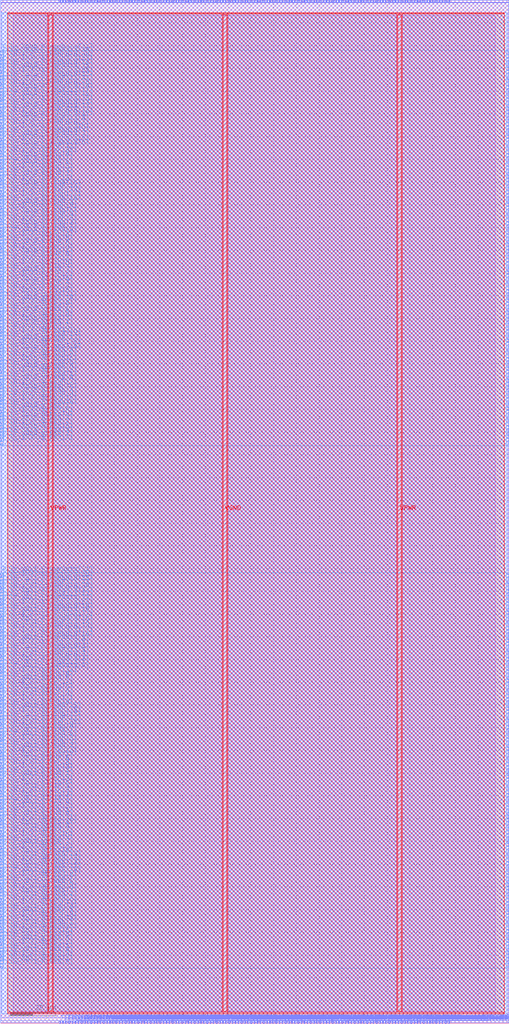
<source format=lef>
VERSION 5.7 ;
  NOWIREEXTENSIONATPIN ON ;
  DIVIDERCHAR "/" ;
  BUSBITCHARS "[]" ;
MACRO DSP
  CLASS BLOCK ;
  FOREIGN DSP ;
  ORIGIN 0.000 0.000 ;
  SIZE 223.500 BY 450.000 ;
  PIN Tile_X0Y0_E1BEG[0]
    DIRECTION OUTPUT TRISTATE ;
    USE SIGNAL ;
    ANTENNADIFFAREA 0.445500 ;
    PORT
      LAYER met3 ;
        RECT 222.700 319.640 223.700 320.240 ;
    END
  END Tile_X0Y0_E1BEG[0]
  PIN Tile_X0Y0_E1BEG[1]
    DIRECTION OUTPUT TRISTATE ;
    USE SIGNAL ;
    ANTENNADIFFAREA 0.795200 ;
    PORT
      LAYER met3 ;
        RECT 222.700 321.000 223.700 321.600 ;
    END
  END Tile_X0Y0_E1BEG[1]
  PIN Tile_X0Y0_E1BEG[2]
    DIRECTION OUTPUT TRISTATE ;
    USE SIGNAL ;
    ANTENNADIFFAREA 0.795200 ;
    PORT
      LAYER met3 ;
        RECT 222.700 322.360 223.700 322.960 ;
    END
  END Tile_X0Y0_E1BEG[2]
  PIN Tile_X0Y0_E1BEG[3]
    DIRECTION OUTPUT TRISTATE ;
    USE SIGNAL ;
    ANTENNADIFFAREA 0.795200 ;
    PORT
      LAYER met3 ;
        RECT 222.700 323.720 223.700 324.320 ;
    END
  END Tile_X0Y0_E1BEG[3]
  PIN Tile_X0Y0_E1END[0]
    DIRECTION INPUT ;
    USE SIGNAL ;
    ANTENNAGATEAREA 0.213000 ;
    PORT
      LAYER met3 ;
        RECT -0.200 319.640 0.800 320.240 ;
    END
  END Tile_X0Y0_E1END[0]
  PIN Tile_X0Y0_E1END[1]
    DIRECTION INPUT ;
    USE SIGNAL ;
    ANTENNAGATEAREA 0.213000 ;
    PORT
      LAYER met3 ;
        RECT -0.200 321.000 0.800 321.600 ;
    END
  END Tile_X0Y0_E1END[1]
  PIN Tile_X0Y0_E1END[2]
    DIRECTION INPUT ;
    USE SIGNAL ;
    ANTENNAGATEAREA 0.247500 ;
    PORT
      LAYER met3 ;
        RECT -0.200 322.360 0.800 322.960 ;
    END
  END Tile_X0Y0_E1END[2]
  PIN Tile_X0Y0_E1END[3]
    DIRECTION INPUT ;
    USE SIGNAL ;
    ANTENNAGATEAREA 0.247500 ;
    PORT
      LAYER met3 ;
        RECT -0.200 323.720 0.800 324.320 ;
    END
  END Tile_X0Y0_E1END[3]
  PIN Tile_X0Y0_E2BEG[0]
    DIRECTION OUTPUT TRISTATE ;
    USE SIGNAL ;
    ANTENNADIFFAREA 0.445500 ;
    PORT
      LAYER met3 ;
        RECT 222.700 325.080 223.700 325.680 ;
    END
  END Tile_X0Y0_E2BEG[0]
  PIN Tile_X0Y0_E2BEG[1]
    DIRECTION OUTPUT TRISTATE ;
    USE SIGNAL ;
    ANTENNADIFFAREA 0.795200 ;
    PORT
      LAYER met3 ;
        RECT 222.700 326.440 223.700 327.040 ;
    END
  END Tile_X0Y0_E2BEG[1]
  PIN Tile_X0Y0_E2BEG[2]
    DIRECTION OUTPUT TRISTATE ;
    USE SIGNAL ;
    ANTENNADIFFAREA 0.445500 ;
    PORT
      LAYER met3 ;
        RECT 222.700 327.800 223.700 328.400 ;
    END
  END Tile_X0Y0_E2BEG[2]
  PIN Tile_X0Y0_E2BEG[3]
    DIRECTION OUTPUT TRISTATE ;
    USE SIGNAL ;
    ANTENNADIFFAREA 0.795200 ;
    PORT
      LAYER met3 ;
        RECT 222.700 329.160 223.700 329.760 ;
    END
  END Tile_X0Y0_E2BEG[3]
  PIN Tile_X0Y0_E2BEG[4]
    DIRECTION OUTPUT TRISTATE ;
    USE SIGNAL ;
    ANTENNADIFFAREA 0.795200 ;
    PORT
      LAYER met3 ;
        RECT 222.700 330.520 223.700 331.120 ;
    END
  END Tile_X0Y0_E2BEG[4]
  PIN Tile_X0Y0_E2BEG[5]
    DIRECTION OUTPUT TRISTATE ;
    USE SIGNAL ;
    ANTENNADIFFAREA 0.795200 ;
    PORT
      LAYER met3 ;
        RECT 222.700 331.880 223.700 332.480 ;
    END
  END Tile_X0Y0_E2BEG[5]
  PIN Tile_X0Y0_E2BEG[6]
    DIRECTION OUTPUT TRISTATE ;
    USE SIGNAL ;
    ANTENNADIFFAREA 0.445500 ;
    PORT
      LAYER met3 ;
        RECT 222.700 333.240 223.700 333.840 ;
    END
  END Tile_X0Y0_E2BEG[6]
  PIN Tile_X0Y0_E2BEG[7]
    DIRECTION OUTPUT TRISTATE ;
    USE SIGNAL ;
    ANTENNADIFFAREA 0.795200 ;
    PORT
      LAYER met3 ;
        RECT 222.700 334.600 223.700 335.200 ;
    END
  END Tile_X0Y0_E2BEG[7]
  PIN Tile_X0Y0_E2BEGb[0]
    DIRECTION OUTPUT TRISTATE ;
    USE SIGNAL ;
    ANTENNADIFFAREA 0.795200 ;
    PORT
      LAYER met3 ;
        RECT 222.700 335.960 223.700 336.560 ;
    END
  END Tile_X0Y0_E2BEGb[0]
  PIN Tile_X0Y0_E2BEGb[1]
    DIRECTION OUTPUT TRISTATE ;
    USE SIGNAL ;
    ANTENNADIFFAREA 0.795200 ;
    PORT
      LAYER met3 ;
        RECT 222.700 337.320 223.700 337.920 ;
    END
  END Tile_X0Y0_E2BEGb[1]
  PIN Tile_X0Y0_E2BEGb[2]
    DIRECTION OUTPUT TRISTATE ;
    USE SIGNAL ;
    ANTENNADIFFAREA 0.445500 ;
    PORT
      LAYER met3 ;
        RECT 222.700 338.680 223.700 339.280 ;
    END
  END Tile_X0Y0_E2BEGb[2]
  PIN Tile_X0Y0_E2BEGb[3]
    DIRECTION OUTPUT TRISTATE ;
    USE SIGNAL ;
    ANTENNADIFFAREA 0.795200 ;
    PORT
      LAYER met3 ;
        RECT 222.700 340.040 223.700 340.640 ;
    END
  END Tile_X0Y0_E2BEGb[3]
  PIN Tile_X0Y0_E2BEGb[4]
    DIRECTION OUTPUT TRISTATE ;
    USE SIGNAL ;
    ANTENNADIFFAREA 0.445500 ;
    PORT
      LAYER met3 ;
        RECT 222.700 341.400 223.700 342.000 ;
    END
  END Tile_X0Y0_E2BEGb[4]
  PIN Tile_X0Y0_E2BEGb[5]
    DIRECTION OUTPUT TRISTATE ;
    USE SIGNAL ;
    ANTENNADIFFAREA 0.795200 ;
    PORT
      LAYER met3 ;
        RECT 222.700 342.760 223.700 343.360 ;
    END
  END Tile_X0Y0_E2BEGb[5]
  PIN Tile_X0Y0_E2BEGb[6]
    DIRECTION OUTPUT TRISTATE ;
    USE SIGNAL ;
    ANTENNADIFFAREA 0.795200 ;
    PORT
      LAYER met3 ;
        RECT 222.700 344.120 223.700 344.720 ;
    END
  END Tile_X0Y0_E2BEGb[6]
  PIN Tile_X0Y0_E2BEGb[7]
    DIRECTION OUTPUT TRISTATE ;
    USE SIGNAL ;
    ANTENNADIFFAREA 0.795200 ;
    PORT
      LAYER met3 ;
        RECT 222.700 345.480 223.700 346.080 ;
    END
  END Tile_X0Y0_E2BEGb[7]
  PIN Tile_X0Y0_E2END[0]
    DIRECTION INPUT ;
    USE SIGNAL ;
    ANTENNAGATEAREA 0.159000 ;
    PORT
      LAYER met3 ;
        RECT -0.200 335.960 0.800 336.560 ;
    END
  END Tile_X0Y0_E2END[0]
  PIN Tile_X0Y0_E2END[1]
    DIRECTION INPUT ;
    USE SIGNAL ;
    ANTENNAGATEAREA 0.213000 ;
    PORT
      LAYER met3 ;
        RECT -0.200 337.320 0.800 337.920 ;
    END
  END Tile_X0Y0_E2END[1]
  PIN Tile_X0Y0_E2END[2]
    DIRECTION INPUT ;
    USE SIGNAL ;
    ANTENNAGATEAREA 0.159000 ;
    PORT
      LAYER met3 ;
        RECT -0.200 338.680 0.800 339.280 ;
    END
  END Tile_X0Y0_E2END[2]
  PIN Tile_X0Y0_E2END[3]
    DIRECTION INPUT ;
    USE SIGNAL ;
    ANTENNAGATEAREA 0.159000 ;
    PORT
      LAYER met3 ;
        RECT -0.200 340.040 0.800 340.640 ;
    END
  END Tile_X0Y0_E2END[3]
  PIN Tile_X0Y0_E2END[4]
    DIRECTION INPUT ;
    USE SIGNAL ;
    ANTENNAGATEAREA 0.213000 ;
    PORT
      LAYER met3 ;
        RECT -0.200 341.400 0.800 342.000 ;
    END
  END Tile_X0Y0_E2END[4]
  PIN Tile_X0Y0_E2END[5]
    DIRECTION INPUT ;
    USE SIGNAL ;
    ANTENNAGATEAREA 0.213000 ;
    PORT
      LAYER met3 ;
        RECT -0.200 342.760 0.800 343.360 ;
    END
  END Tile_X0Y0_E2END[5]
  PIN Tile_X0Y0_E2END[6]
    DIRECTION INPUT ;
    USE SIGNAL ;
    ANTENNAGATEAREA 0.213000 ;
    PORT
      LAYER met3 ;
        RECT -0.200 344.120 0.800 344.720 ;
    END
  END Tile_X0Y0_E2END[6]
  PIN Tile_X0Y0_E2END[7]
    DIRECTION INPUT ;
    USE SIGNAL ;
    ANTENNAGATEAREA 0.159000 ;
    PORT
      LAYER met3 ;
        RECT -0.200 345.480 0.800 346.080 ;
    END
  END Tile_X0Y0_E2END[7]
  PIN Tile_X0Y0_E2MID[0]
    DIRECTION INPUT ;
    USE SIGNAL ;
    ANTENNAGATEAREA 0.159000 ;
    PORT
      LAYER met3 ;
        RECT -0.200 325.080 0.800 325.680 ;
    END
  END Tile_X0Y0_E2MID[0]
  PIN Tile_X0Y0_E2MID[1]
    DIRECTION INPUT ;
    USE SIGNAL ;
    ANTENNAGATEAREA 0.159000 ;
    PORT
      LAYER met3 ;
        RECT -0.200 326.440 0.800 327.040 ;
    END
  END Tile_X0Y0_E2MID[1]
  PIN Tile_X0Y0_E2MID[2]
    DIRECTION INPUT ;
    USE SIGNAL ;
    ANTENNAGATEAREA 0.159000 ;
    PORT
      LAYER met3 ;
        RECT -0.200 327.800 0.800 328.400 ;
    END
  END Tile_X0Y0_E2MID[2]
  PIN Tile_X0Y0_E2MID[3]
    DIRECTION INPUT ;
    USE SIGNAL ;
    ANTENNAGATEAREA 0.159000 ;
    PORT
      LAYER met3 ;
        RECT -0.200 329.160 0.800 329.760 ;
    END
  END Tile_X0Y0_E2MID[3]
  PIN Tile_X0Y0_E2MID[4]
    DIRECTION INPUT ;
    USE SIGNAL ;
    ANTENNAGATEAREA 0.213000 ;
    PORT
      LAYER met3 ;
        RECT -0.200 330.520 0.800 331.120 ;
    END
  END Tile_X0Y0_E2MID[4]
  PIN Tile_X0Y0_E2MID[5]
    DIRECTION INPUT ;
    USE SIGNAL ;
    ANTENNAGATEAREA 0.213000 ;
    PORT
      LAYER met3 ;
        RECT -0.200 331.880 0.800 332.480 ;
    END
  END Tile_X0Y0_E2MID[5]
  PIN Tile_X0Y0_E2MID[6]
    DIRECTION INPUT ;
    USE SIGNAL ;
    ANTENNAGATEAREA 0.159000 ;
    PORT
      LAYER met3 ;
        RECT -0.200 333.240 0.800 333.840 ;
    END
  END Tile_X0Y0_E2MID[6]
  PIN Tile_X0Y0_E2MID[7]
    DIRECTION INPUT ;
    USE SIGNAL ;
    ANTENNAGATEAREA 0.159000 ;
    PORT
      LAYER met3 ;
        RECT -0.200 334.600 0.800 335.200 ;
    END
  END Tile_X0Y0_E2MID[7]
  PIN Tile_X0Y0_E6BEG[0]
    DIRECTION OUTPUT TRISTATE ;
    USE SIGNAL ;
    ANTENNADIFFAREA 0.445500 ;
    PORT
      LAYER met3 ;
        RECT 222.700 368.600 223.700 369.200 ;
    END
  END Tile_X0Y0_E6BEG[0]
  PIN Tile_X0Y0_E6BEG[10]
    DIRECTION OUTPUT TRISTATE ;
    USE SIGNAL ;
    ANTENNADIFFAREA 0.445500 ;
    PORT
      LAYER met3 ;
        RECT 222.700 382.200 223.700 382.800 ;
    END
  END Tile_X0Y0_E6BEG[10]
  PIN Tile_X0Y0_E6BEG[11]
    DIRECTION OUTPUT TRISTATE ;
    USE SIGNAL ;
    ANTENNADIFFAREA 0.795200 ;
    PORT
      LAYER met3 ;
        RECT 222.700 383.560 223.700 384.160 ;
    END
  END Tile_X0Y0_E6BEG[11]
  PIN Tile_X0Y0_E6BEG[1]
    DIRECTION OUTPUT TRISTATE ;
    USE SIGNAL ;
    ANTENNADIFFAREA 0.795200 ;
    PORT
      LAYER met3 ;
        RECT 222.700 369.960 223.700 370.560 ;
    END
  END Tile_X0Y0_E6BEG[1]
  PIN Tile_X0Y0_E6BEG[2]
    DIRECTION OUTPUT TRISTATE ;
    USE SIGNAL ;
    ANTENNADIFFAREA 0.795200 ;
    PORT
      LAYER met3 ;
        RECT 222.700 371.320 223.700 371.920 ;
    END
  END Tile_X0Y0_E6BEG[2]
  PIN Tile_X0Y0_E6BEG[3]
    DIRECTION OUTPUT TRISTATE ;
    USE SIGNAL ;
    ANTENNADIFFAREA 0.795200 ;
    PORT
      LAYER met3 ;
        RECT 222.700 372.680 223.700 373.280 ;
    END
  END Tile_X0Y0_E6BEG[3]
  PIN Tile_X0Y0_E6BEG[4]
    DIRECTION OUTPUT TRISTATE ;
    USE SIGNAL ;
    ANTENNADIFFAREA 0.445500 ;
    PORT
      LAYER met3 ;
        RECT 222.700 374.040 223.700 374.640 ;
    END
  END Tile_X0Y0_E6BEG[4]
  PIN Tile_X0Y0_E6BEG[5]
    DIRECTION OUTPUT TRISTATE ;
    USE SIGNAL ;
    ANTENNADIFFAREA 0.795200 ;
    PORT
      LAYER met3 ;
        RECT 222.700 375.400 223.700 376.000 ;
    END
  END Tile_X0Y0_E6BEG[5]
  PIN Tile_X0Y0_E6BEG[6]
    DIRECTION OUTPUT TRISTATE ;
    USE SIGNAL ;
    ANTENNADIFFAREA 0.795200 ;
    PORT
      LAYER met3 ;
        RECT 222.700 376.760 223.700 377.360 ;
    END
  END Tile_X0Y0_E6BEG[6]
  PIN Tile_X0Y0_E6BEG[7]
    DIRECTION OUTPUT TRISTATE ;
    USE SIGNAL ;
    ANTENNADIFFAREA 0.795200 ;
    PORT
      LAYER met3 ;
        RECT 222.700 378.120 223.700 378.720 ;
    END
  END Tile_X0Y0_E6BEG[7]
  PIN Tile_X0Y0_E6BEG[8]
    DIRECTION OUTPUT TRISTATE ;
    USE SIGNAL ;
    ANTENNADIFFAREA 0.795200 ;
    PORT
      LAYER met3 ;
        RECT 222.700 379.480 223.700 380.080 ;
    END
  END Tile_X0Y0_E6BEG[8]
  PIN Tile_X0Y0_E6BEG[9]
    DIRECTION OUTPUT TRISTATE ;
    USE SIGNAL ;
    ANTENNADIFFAREA 0.795200 ;
    PORT
      LAYER met3 ;
        RECT 222.700 380.840 223.700 381.440 ;
    END
  END Tile_X0Y0_E6BEG[9]
  PIN Tile_X0Y0_E6END[0]
    DIRECTION INPUT ;
    USE SIGNAL ;
    ANTENNAGATEAREA 0.247500 ;
    PORT
      LAYER met3 ;
        RECT -0.200 368.600 0.800 369.200 ;
    END
  END Tile_X0Y0_E6END[0]
  PIN Tile_X0Y0_E6END[10]
    DIRECTION INPUT ;
    USE SIGNAL ;
    ANTENNAGATEAREA 0.196500 ;
    PORT
      LAYER met3 ;
        RECT -0.200 382.200 0.800 382.800 ;
    END
  END Tile_X0Y0_E6END[10]
  PIN Tile_X0Y0_E6END[11]
    DIRECTION INPUT ;
    USE SIGNAL ;
    ANTENNAGATEAREA 0.196500 ;
    PORT
      LAYER met3 ;
        RECT -0.200 383.560 0.800 384.160 ;
    END
  END Tile_X0Y0_E6END[11]
  PIN Tile_X0Y0_E6END[1]
    DIRECTION INPUT ;
    USE SIGNAL ;
    ANTENNAGATEAREA 0.247500 ;
    PORT
      LAYER met3 ;
        RECT -0.200 369.960 0.800 370.560 ;
    END
  END Tile_X0Y0_E6END[1]
  PIN Tile_X0Y0_E6END[2]
    DIRECTION INPUT ;
    USE SIGNAL ;
    ANTENNAGATEAREA 0.196500 ;
    PORT
      LAYER met3 ;
        RECT -0.200 371.320 0.800 371.920 ;
    END
  END Tile_X0Y0_E6END[2]
  PIN Tile_X0Y0_E6END[3]
    DIRECTION INPUT ;
    USE SIGNAL ;
    ANTENNAGATEAREA 0.196500 ;
    PORT
      LAYER met3 ;
        RECT -0.200 372.680 0.800 373.280 ;
    END
  END Tile_X0Y0_E6END[3]
  PIN Tile_X0Y0_E6END[4]
    DIRECTION INPUT ;
    USE SIGNAL ;
    ANTENNAGATEAREA 0.196500 ;
    PORT
      LAYER met3 ;
        RECT -0.200 374.040 0.800 374.640 ;
    END
  END Tile_X0Y0_E6END[4]
  PIN Tile_X0Y0_E6END[5]
    DIRECTION INPUT ;
    USE SIGNAL ;
    ANTENNAGATEAREA 0.196500 ;
    PORT
      LAYER met3 ;
        RECT -0.200 375.400 0.800 376.000 ;
    END
  END Tile_X0Y0_E6END[5]
  PIN Tile_X0Y0_E6END[6]
    DIRECTION INPUT ;
    USE SIGNAL ;
    ANTENNAGATEAREA 0.196500 ;
    PORT
      LAYER met3 ;
        RECT -0.200 376.760 0.800 377.360 ;
    END
  END Tile_X0Y0_E6END[6]
  PIN Tile_X0Y0_E6END[7]
    DIRECTION INPUT ;
    USE SIGNAL ;
    ANTENNAGATEAREA 0.196500 ;
    PORT
      LAYER met3 ;
        RECT -0.200 378.120 0.800 378.720 ;
    END
  END Tile_X0Y0_E6END[7]
  PIN Tile_X0Y0_E6END[8]
    DIRECTION INPUT ;
    USE SIGNAL ;
    ANTENNAGATEAREA 0.196500 ;
    PORT
      LAYER met3 ;
        RECT -0.200 379.480 0.800 380.080 ;
    END
  END Tile_X0Y0_E6END[8]
  PIN Tile_X0Y0_E6END[9]
    DIRECTION INPUT ;
    USE SIGNAL ;
    ANTENNAGATEAREA 0.196500 ;
    PORT
      LAYER met3 ;
        RECT -0.200 380.840 0.800 381.440 ;
    END
  END Tile_X0Y0_E6END[9]
  PIN Tile_X0Y0_EE4BEG[0]
    DIRECTION OUTPUT TRISTATE ;
    USE SIGNAL ;
    ANTENNADIFFAREA 0.445500 ;
    PORT
      LAYER met3 ;
        RECT 222.700 346.840 223.700 347.440 ;
    END
  END Tile_X0Y0_EE4BEG[0]
  PIN Tile_X0Y0_EE4BEG[10]
    DIRECTION OUTPUT TRISTATE ;
    USE SIGNAL ;
    ANTENNADIFFAREA 0.445500 ;
    PORT
      LAYER met3 ;
        RECT 222.700 360.440 223.700 361.040 ;
    END
  END Tile_X0Y0_EE4BEG[10]
  PIN Tile_X0Y0_EE4BEG[11]
    DIRECTION OUTPUT TRISTATE ;
    USE SIGNAL ;
    ANTENNADIFFAREA 0.795200 ;
    PORT
      LAYER met3 ;
        RECT 222.700 361.800 223.700 362.400 ;
    END
  END Tile_X0Y0_EE4BEG[11]
  PIN Tile_X0Y0_EE4BEG[12]
    DIRECTION OUTPUT TRISTATE ;
    USE SIGNAL ;
    ANTENNADIFFAREA 0.445500 ;
    PORT
      LAYER met3 ;
        RECT 222.700 363.160 223.700 363.760 ;
    END
  END Tile_X0Y0_EE4BEG[12]
  PIN Tile_X0Y0_EE4BEG[13]
    DIRECTION OUTPUT TRISTATE ;
    USE SIGNAL ;
    ANTENNADIFFAREA 0.795200 ;
    PORT
      LAYER met3 ;
        RECT 222.700 364.520 223.700 365.120 ;
    END
  END Tile_X0Y0_EE4BEG[13]
  PIN Tile_X0Y0_EE4BEG[14]
    DIRECTION OUTPUT TRISTATE ;
    USE SIGNAL ;
    ANTENNADIFFAREA 0.445500 ;
    PORT
      LAYER met3 ;
        RECT 222.700 365.880 223.700 366.480 ;
    END
  END Tile_X0Y0_EE4BEG[14]
  PIN Tile_X0Y0_EE4BEG[15]
    DIRECTION OUTPUT TRISTATE ;
    USE SIGNAL ;
    ANTENNADIFFAREA 0.795200 ;
    PORT
      LAYER met3 ;
        RECT 222.700 367.240 223.700 367.840 ;
    END
  END Tile_X0Y0_EE4BEG[15]
  PIN Tile_X0Y0_EE4BEG[1]
    DIRECTION OUTPUT TRISTATE ;
    USE SIGNAL ;
    ANTENNADIFFAREA 0.795200 ;
    PORT
      LAYER met3 ;
        RECT 222.700 348.200 223.700 348.800 ;
    END
  END Tile_X0Y0_EE4BEG[1]
  PIN Tile_X0Y0_EE4BEG[2]
    DIRECTION OUTPUT TRISTATE ;
    USE SIGNAL ;
    ANTENNADIFFAREA 0.795200 ;
    PORT
      LAYER met3 ;
        RECT 222.700 349.560 223.700 350.160 ;
    END
  END Tile_X0Y0_EE4BEG[2]
  PIN Tile_X0Y0_EE4BEG[3]
    DIRECTION OUTPUT TRISTATE ;
    USE SIGNAL ;
    ANTENNADIFFAREA 0.795200 ;
    PORT
      LAYER met3 ;
        RECT 222.700 350.920 223.700 351.520 ;
    END
  END Tile_X0Y0_EE4BEG[3]
  PIN Tile_X0Y0_EE4BEG[4]
    DIRECTION OUTPUT TRISTATE ;
    USE SIGNAL ;
    ANTENNADIFFAREA 0.795200 ;
    PORT
      LAYER met3 ;
        RECT 222.700 352.280 223.700 352.880 ;
    END
  END Tile_X0Y0_EE4BEG[4]
  PIN Tile_X0Y0_EE4BEG[5]
    DIRECTION OUTPUT TRISTATE ;
    USE SIGNAL ;
    ANTENNADIFFAREA 0.795200 ;
    PORT
      LAYER met3 ;
        RECT 222.700 353.640 223.700 354.240 ;
    END
  END Tile_X0Y0_EE4BEG[5]
  PIN Tile_X0Y0_EE4BEG[6]
    DIRECTION OUTPUT TRISTATE ;
    USE SIGNAL ;
    ANTENNADIFFAREA 0.445500 ;
    PORT
      LAYER met3 ;
        RECT 222.700 355.000 223.700 355.600 ;
    END
  END Tile_X0Y0_EE4BEG[6]
  PIN Tile_X0Y0_EE4BEG[7]
    DIRECTION OUTPUT TRISTATE ;
    USE SIGNAL ;
    ANTENNADIFFAREA 0.795200 ;
    PORT
      LAYER met3 ;
        RECT 222.700 356.360 223.700 356.960 ;
    END
  END Tile_X0Y0_EE4BEG[7]
  PIN Tile_X0Y0_EE4BEG[8]
    DIRECTION OUTPUT TRISTATE ;
    USE SIGNAL ;
    ANTENNADIFFAREA 0.795200 ;
    PORT
      LAYER met3 ;
        RECT 222.700 357.720 223.700 358.320 ;
    END
  END Tile_X0Y0_EE4BEG[8]
  PIN Tile_X0Y0_EE4BEG[9]
    DIRECTION OUTPUT TRISTATE ;
    USE SIGNAL ;
    ANTENNADIFFAREA 0.795200 ;
    PORT
      LAYER met3 ;
        RECT 222.700 359.080 223.700 359.680 ;
    END
  END Tile_X0Y0_EE4BEG[9]
  PIN Tile_X0Y0_EE4END[0]
    DIRECTION INPUT ;
    USE SIGNAL ;
    ANTENNAGATEAREA 0.213000 ;
    PORT
      LAYER met3 ;
        RECT -0.200 346.840 0.800 347.440 ;
    END
  END Tile_X0Y0_EE4END[0]
  PIN Tile_X0Y0_EE4END[10]
    DIRECTION INPUT ;
    USE SIGNAL ;
    ANTENNAGATEAREA 0.196500 ;
    PORT
      LAYER met3 ;
        RECT -0.200 360.440 0.800 361.040 ;
    END
  END Tile_X0Y0_EE4END[10]
  PIN Tile_X0Y0_EE4END[11]
    DIRECTION INPUT ;
    USE SIGNAL ;
    ANTENNAGATEAREA 0.196500 ;
    PORT
      LAYER met3 ;
        RECT -0.200 361.800 0.800 362.400 ;
    END
  END Tile_X0Y0_EE4END[11]
  PIN Tile_X0Y0_EE4END[12]
    DIRECTION INPUT ;
    USE SIGNAL ;
    ANTENNAGATEAREA 0.196500 ;
    PORT
      LAYER met3 ;
        RECT -0.200 363.160 0.800 363.760 ;
    END
  END Tile_X0Y0_EE4END[12]
  PIN Tile_X0Y0_EE4END[13]
    DIRECTION INPUT ;
    USE SIGNAL ;
    ANTENNAGATEAREA 0.196500 ;
    PORT
      LAYER met3 ;
        RECT -0.200 364.520 0.800 365.120 ;
    END
  END Tile_X0Y0_EE4END[13]
  PIN Tile_X0Y0_EE4END[14]
    DIRECTION INPUT ;
    USE SIGNAL ;
    ANTENNAGATEAREA 0.196500 ;
    PORT
      LAYER met3 ;
        RECT -0.200 365.880 0.800 366.480 ;
    END
  END Tile_X0Y0_EE4END[14]
  PIN Tile_X0Y0_EE4END[15]
    DIRECTION INPUT ;
    USE SIGNAL ;
    ANTENNAGATEAREA 0.196500 ;
    PORT
      LAYER met3 ;
        RECT -0.200 367.240 0.800 367.840 ;
    END
  END Tile_X0Y0_EE4END[15]
  PIN Tile_X0Y0_EE4END[1]
    DIRECTION INPUT ;
    USE SIGNAL ;
    ANTENNAGATEAREA 0.213000 ;
    PORT
      LAYER met3 ;
        RECT -0.200 348.200 0.800 348.800 ;
    END
  END Tile_X0Y0_EE4END[1]
  PIN Tile_X0Y0_EE4END[2]
    DIRECTION INPUT ;
    USE SIGNAL ;
    ANTENNAGATEAREA 0.213000 ;
    PORT
      LAYER met3 ;
        RECT -0.200 349.560 0.800 350.160 ;
    END
  END Tile_X0Y0_EE4END[2]
  PIN Tile_X0Y0_EE4END[3]
    DIRECTION INPUT ;
    USE SIGNAL ;
    ANTENNAGATEAREA 0.213000 ;
    PORT
      LAYER met3 ;
        RECT -0.200 350.920 0.800 351.520 ;
    END
  END Tile_X0Y0_EE4END[3]
  PIN Tile_X0Y0_EE4END[4]
    DIRECTION INPUT ;
    USE SIGNAL ;
    ANTENNAGATEAREA 0.196500 ;
    PORT
      LAYER met3 ;
        RECT -0.200 352.280 0.800 352.880 ;
    END
  END Tile_X0Y0_EE4END[4]
  PIN Tile_X0Y0_EE4END[5]
    DIRECTION INPUT ;
    USE SIGNAL ;
    ANTENNAGATEAREA 0.196500 ;
    PORT
      LAYER met3 ;
        RECT -0.200 353.640 0.800 354.240 ;
    END
  END Tile_X0Y0_EE4END[5]
  PIN Tile_X0Y0_EE4END[6]
    DIRECTION INPUT ;
    USE SIGNAL ;
    ANTENNAGATEAREA 0.196500 ;
    PORT
      LAYER met3 ;
        RECT -0.200 355.000 0.800 355.600 ;
    END
  END Tile_X0Y0_EE4END[6]
  PIN Tile_X0Y0_EE4END[7]
    DIRECTION INPUT ;
    USE SIGNAL ;
    ANTENNAGATEAREA 0.196500 ;
    PORT
      LAYER met3 ;
        RECT -0.200 356.360 0.800 356.960 ;
    END
  END Tile_X0Y0_EE4END[7]
  PIN Tile_X0Y0_EE4END[8]
    DIRECTION INPUT ;
    USE SIGNAL ;
    ANTENNAGATEAREA 0.196500 ;
    PORT
      LAYER met3 ;
        RECT -0.200 357.720 0.800 358.320 ;
    END
  END Tile_X0Y0_EE4END[8]
  PIN Tile_X0Y0_EE4END[9]
    DIRECTION INPUT ;
    USE SIGNAL ;
    ANTENNAGATEAREA 0.196500 ;
    PORT
      LAYER met3 ;
        RECT -0.200 359.080 0.800 359.680 ;
    END
  END Tile_X0Y0_EE4END[9]
  PIN Tile_X0Y0_FrameData[0]
    DIRECTION INPUT ;
    USE SIGNAL ;
    ANTENNAGATEAREA 0.426000 ;
    PORT
      LAYER met3 ;
        RECT -0.200 384.920 0.800 385.520 ;
    END
  END Tile_X0Y0_FrameData[0]
  PIN Tile_X0Y0_FrameData[10]
    DIRECTION INPUT ;
    USE SIGNAL ;
    ANTENNAGATEAREA 0.426000 ;
    PORT
      LAYER met3 ;
        RECT -0.200 398.520 0.800 399.120 ;
    END
  END Tile_X0Y0_FrameData[10]
  PIN Tile_X0Y0_FrameData[11]
    DIRECTION INPUT ;
    USE SIGNAL ;
    ANTENNAGATEAREA 0.426000 ;
    PORT
      LAYER met3 ;
        RECT -0.200 399.880 0.800 400.480 ;
    END
  END Tile_X0Y0_FrameData[11]
  PIN Tile_X0Y0_FrameData[12]
    DIRECTION INPUT ;
    USE SIGNAL ;
    ANTENNAGATEAREA 0.426000 ;
    PORT
      LAYER met3 ;
        RECT -0.200 401.240 0.800 401.840 ;
    END
  END Tile_X0Y0_FrameData[12]
  PIN Tile_X0Y0_FrameData[13]
    DIRECTION INPUT ;
    USE SIGNAL ;
    ANTENNAGATEAREA 0.426000 ;
    PORT
      LAYER met3 ;
        RECT -0.200 402.600 0.800 403.200 ;
    END
  END Tile_X0Y0_FrameData[13]
  PIN Tile_X0Y0_FrameData[14]
    DIRECTION INPUT ;
    USE SIGNAL ;
    ANTENNAGATEAREA 0.426000 ;
    PORT
      LAYER met3 ;
        RECT -0.200 403.960 0.800 404.560 ;
    END
  END Tile_X0Y0_FrameData[14]
  PIN Tile_X0Y0_FrameData[15]
    DIRECTION INPUT ;
    USE SIGNAL ;
    ANTENNAGATEAREA 0.426000 ;
    PORT
      LAYER met3 ;
        RECT -0.200 405.320 0.800 405.920 ;
    END
  END Tile_X0Y0_FrameData[15]
  PIN Tile_X0Y0_FrameData[16]
    DIRECTION INPUT ;
    USE SIGNAL ;
    ANTENNAGATEAREA 0.426000 ;
    PORT
      LAYER met3 ;
        RECT -0.200 406.680 0.800 407.280 ;
    END
  END Tile_X0Y0_FrameData[16]
  PIN Tile_X0Y0_FrameData[17]
    DIRECTION INPUT ;
    USE SIGNAL ;
    ANTENNAGATEAREA 0.426000 ;
    PORT
      LAYER met3 ;
        RECT -0.200 408.040 0.800 408.640 ;
    END
  END Tile_X0Y0_FrameData[17]
  PIN Tile_X0Y0_FrameData[18]
    DIRECTION INPUT ;
    USE SIGNAL ;
    ANTENNAGATEAREA 0.426000 ;
    PORT
      LAYER met3 ;
        RECT -0.200 409.400 0.800 410.000 ;
    END
  END Tile_X0Y0_FrameData[18]
  PIN Tile_X0Y0_FrameData[19]
    DIRECTION INPUT ;
    USE SIGNAL ;
    ANTENNAGATEAREA 0.495000 ;
    PORT
      LAYER met3 ;
        RECT -0.200 410.760 0.800 411.360 ;
    END
  END Tile_X0Y0_FrameData[19]
  PIN Tile_X0Y0_FrameData[1]
    DIRECTION INPUT ;
    USE SIGNAL ;
    ANTENNAGATEAREA 0.426000 ;
    PORT
      LAYER met3 ;
        RECT -0.200 386.280 0.800 386.880 ;
    END
  END Tile_X0Y0_FrameData[1]
  PIN Tile_X0Y0_FrameData[20]
    DIRECTION INPUT ;
    USE SIGNAL ;
    ANTENNAGATEAREA 0.495000 ;
    PORT
      LAYER met3 ;
        RECT -0.200 412.120 0.800 412.720 ;
    END
  END Tile_X0Y0_FrameData[20]
  PIN Tile_X0Y0_FrameData[21]
    DIRECTION INPUT ;
    USE SIGNAL ;
    ANTENNAGATEAREA 0.495000 ;
    PORT
      LAYER met3 ;
        RECT -0.200 413.480 0.800 414.080 ;
    END
  END Tile_X0Y0_FrameData[21]
  PIN Tile_X0Y0_FrameData[22]
    DIRECTION INPUT ;
    USE SIGNAL ;
    ANTENNAGATEAREA 0.426000 ;
    PORT
      LAYER met3 ;
        RECT -0.200 414.840 0.800 415.440 ;
    END
  END Tile_X0Y0_FrameData[22]
  PIN Tile_X0Y0_FrameData[23]
    DIRECTION INPUT ;
    USE SIGNAL ;
    ANTENNAGATEAREA 0.495000 ;
    PORT
      LAYER met3 ;
        RECT -0.200 416.200 0.800 416.800 ;
    END
  END Tile_X0Y0_FrameData[23]
  PIN Tile_X0Y0_FrameData[24]
    DIRECTION INPUT ;
    USE SIGNAL ;
    ANTENNAGATEAREA 0.426000 ;
    PORT
      LAYER met3 ;
        RECT -0.200 417.560 0.800 418.160 ;
    END
  END Tile_X0Y0_FrameData[24]
  PIN Tile_X0Y0_FrameData[25]
    DIRECTION INPUT ;
    USE SIGNAL ;
    ANTENNAGATEAREA 0.426000 ;
    PORT
      LAYER met3 ;
        RECT -0.200 418.920 0.800 419.520 ;
    END
  END Tile_X0Y0_FrameData[25]
  PIN Tile_X0Y0_FrameData[26]
    DIRECTION INPUT ;
    USE SIGNAL ;
    ANTENNAGATEAREA 0.426000 ;
    PORT
      LAYER met3 ;
        RECT -0.200 420.280 0.800 420.880 ;
    END
  END Tile_X0Y0_FrameData[26]
  PIN Tile_X0Y0_FrameData[27]
    DIRECTION INPUT ;
    USE SIGNAL ;
    ANTENNAGATEAREA 0.426000 ;
    PORT
      LAYER met3 ;
        RECT -0.200 421.640 0.800 422.240 ;
    END
  END Tile_X0Y0_FrameData[27]
  PIN Tile_X0Y0_FrameData[28]
    DIRECTION INPUT ;
    USE SIGNAL ;
    ANTENNAGATEAREA 0.426000 ;
    PORT
      LAYER met3 ;
        RECT -0.200 423.000 0.800 423.600 ;
    END
  END Tile_X0Y0_FrameData[28]
  PIN Tile_X0Y0_FrameData[29]
    DIRECTION INPUT ;
    USE SIGNAL ;
    ANTENNAGATEAREA 0.495000 ;
    PORT
      LAYER met3 ;
        RECT -0.200 424.360 0.800 424.960 ;
    END
  END Tile_X0Y0_FrameData[29]
  PIN Tile_X0Y0_FrameData[2]
    DIRECTION INPUT ;
    USE SIGNAL ;
    ANTENNAGATEAREA 0.426000 ;
    PORT
      LAYER met3 ;
        RECT -0.200 387.640 0.800 388.240 ;
    END
  END Tile_X0Y0_FrameData[2]
  PIN Tile_X0Y0_FrameData[30]
    DIRECTION INPUT ;
    USE SIGNAL ;
    ANTENNAGATEAREA 0.426000 ;
    PORT
      LAYER met3 ;
        RECT -0.200 425.720 0.800 426.320 ;
    END
  END Tile_X0Y0_FrameData[30]
  PIN Tile_X0Y0_FrameData[31]
    DIRECTION INPUT ;
    USE SIGNAL ;
    ANTENNAGATEAREA 0.426000 ;
    PORT
      LAYER met3 ;
        RECT -0.200 427.080 0.800 427.680 ;
    END
  END Tile_X0Y0_FrameData[31]
  PIN Tile_X0Y0_FrameData[3]
    DIRECTION INPUT ;
    USE SIGNAL ;
    ANTENNAGATEAREA 0.495000 ;
    PORT
      LAYER met3 ;
        RECT -0.200 389.000 0.800 389.600 ;
    END
  END Tile_X0Y0_FrameData[3]
  PIN Tile_X0Y0_FrameData[4]
    DIRECTION INPUT ;
    USE SIGNAL ;
    ANTENNAGATEAREA 0.495000 ;
    PORT
      LAYER met3 ;
        RECT -0.200 390.360 0.800 390.960 ;
    END
  END Tile_X0Y0_FrameData[4]
  PIN Tile_X0Y0_FrameData[5]
    DIRECTION INPUT ;
    USE SIGNAL ;
    ANTENNAGATEAREA 0.426000 ;
    PORT
      LAYER met3 ;
        RECT -0.200 391.720 0.800 392.320 ;
    END
  END Tile_X0Y0_FrameData[5]
  PIN Tile_X0Y0_FrameData[6]
    DIRECTION INPUT ;
    USE SIGNAL ;
    ANTENNAGATEAREA 0.426000 ;
    PORT
      LAYER met3 ;
        RECT -0.200 393.080 0.800 393.680 ;
    END
  END Tile_X0Y0_FrameData[6]
  PIN Tile_X0Y0_FrameData[7]
    DIRECTION INPUT ;
    USE SIGNAL ;
    ANTENNAGATEAREA 0.426000 ;
    PORT
      LAYER met3 ;
        RECT -0.200 394.440 0.800 395.040 ;
    END
  END Tile_X0Y0_FrameData[7]
  PIN Tile_X0Y0_FrameData[8]
    DIRECTION INPUT ;
    USE SIGNAL ;
    ANTENNAGATEAREA 0.247500 ;
    PORT
      LAYER met3 ;
        RECT -0.200 395.800 0.800 396.400 ;
    END
  END Tile_X0Y0_FrameData[8]
  PIN Tile_X0Y0_FrameData[9]
    DIRECTION INPUT ;
    USE SIGNAL ;
    ANTENNAGATEAREA 0.247500 ;
    PORT
      LAYER met3 ;
        RECT -0.200 397.160 0.800 397.760 ;
    END
  END Tile_X0Y0_FrameData[9]
  PIN Tile_X0Y0_FrameData_O[0]
    DIRECTION OUTPUT TRISTATE ;
    USE SIGNAL ;
    ANTENNADIFFAREA 0.795200 ;
    PORT
      LAYER met3 ;
        RECT 222.700 384.920 223.700 385.520 ;
    END
  END Tile_X0Y0_FrameData_O[0]
  PIN Tile_X0Y0_FrameData_O[10]
    DIRECTION OUTPUT TRISTATE ;
    USE SIGNAL ;
    ANTENNADIFFAREA 0.795200 ;
    PORT
      LAYER met3 ;
        RECT 222.700 398.520 223.700 399.120 ;
    END
  END Tile_X0Y0_FrameData_O[10]
  PIN Tile_X0Y0_FrameData_O[11]
    DIRECTION OUTPUT TRISTATE ;
    USE SIGNAL ;
    ANTENNADIFFAREA 0.795200 ;
    PORT
      LAYER met3 ;
        RECT 222.700 399.880 223.700 400.480 ;
    END
  END Tile_X0Y0_FrameData_O[11]
  PIN Tile_X0Y0_FrameData_O[12]
    DIRECTION OUTPUT TRISTATE ;
    USE SIGNAL ;
    ANTENNADIFFAREA 0.445500 ;
    PORT
      LAYER met3 ;
        RECT 222.700 401.240 223.700 401.840 ;
    END
  END Tile_X0Y0_FrameData_O[12]
  PIN Tile_X0Y0_FrameData_O[13]
    DIRECTION OUTPUT TRISTATE ;
    USE SIGNAL ;
    ANTENNADIFFAREA 0.795200 ;
    PORT
      LAYER met3 ;
        RECT 222.700 402.600 223.700 403.200 ;
    END
  END Tile_X0Y0_FrameData_O[13]
  PIN Tile_X0Y0_FrameData_O[14]
    DIRECTION OUTPUT TRISTATE ;
    USE SIGNAL ;
    ANTENNADIFFAREA 0.445500 ;
    PORT
      LAYER met3 ;
        RECT 222.700 403.960 223.700 404.560 ;
    END
  END Tile_X0Y0_FrameData_O[14]
  PIN Tile_X0Y0_FrameData_O[15]
    DIRECTION OUTPUT TRISTATE ;
    USE SIGNAL ;
    ANTENNADIFFAREA 0.795200 ;
    PORT
      LAYER met3 ;
        RECT 222.700 405.320 223.700 405.920 ;
    END
  END Tile_X0Y0_FrameData_O[15]
  PIN Tile_X0Y0_FrameData_O[16]
    DIRECTION OUTPUT TRISTATE ;
    USE SIGNAL ;
    ANTENNADIFFAREA 0.795200 ;
    PORT
      LAYER met3 ;
        RECT 222.700 406.680 223.700 407.280 ;
    END
  END Tile_X0Y0_FrameData_O[16]
  PIN Tile_X0Y0_FrameData_O[17]
    DIRECTION OUTPUT TRISTATE ;
    USE SIGNAL ;
    ANTENNADIFFAREA 0.795200 ;
    PORT
      LAYER met3 ;
        RECT 222.700 408.040 223.700 408.640 ;
    END
  END Tile_X0Y0_FrameData_O[17]
  PIN Tile_X0Y0_FrameData_O[18]
    DIRECTION OUTPUT TRISTATE ;
    USE SIGNAL ;
    ANTENNADIFFAREA 0.445500 ;
    PORT
      LAYER met3 ;
        RECT 222.700 409.400 223.700 410.000 ;
    END
  END Tile_X0Y0_FrameData_O[18]
  PIN Tile_X0Y0_FrameData_O[19]
    DIRECTION OUTPUT TRISTATE ;
    USE SIGNAL ;
    ANTENNADIFFAREA 0.795200 ;
    PORT
      LAYER met3 ;
        RECT 222.700 410.760 223.700 411.360 ;
    END
  END Tile_X0Y0_FrameData_O[19]
  PIN Tile_X0Y0_FrameData_O[1]
    DIRECTION OUTPUT TRISTATE ;
    USE SIGNAL ;
    ANTENNADIFFAREA 0.795200 ;
    PORT
      LAYER met3 ;
        RECT 222.700 386.280 223.700 386.880 ;
    END
  END Tile_X0Y0_FrameData_O[1]
  PIN Tile_X0Y0_FrameData_O[20]
    DIRECTION OUTPUT TRISTATE ;
    USE SIGNAL ;
    ANTENNADIFFAREA 0.795200 ;
    PORT
      LAYER met3 ;
        RECT 222.700 412.120 223.700 412.720 ;
    END
  END Tile_X0Y0_FrameData_O[20]
  PIN Tile_X0Y0_FrameData_O[21]
    DIRECTION OUTPUT TRISTATE ;
    USE SIGNAL ;
    ANTENNADIFFAREA 0.795200 ;
    PORT
      LAYER met3 ;
        RECT 222.700 413.480 223.700 414.080 ;
    END
  END Tile_X0Y0_FrameData_O[21]
  PIN Tile_X0Y0_FrameData_O[22]
    DIRECTION OUTPUT TRISTATE ;
    USE SIGNAL ;
    ANTENNADIFFAREA 0.445500 ;
    PORT
      LAYER met3 ;
        RECT 222.700 414.840 223.700 415.440 ;
    END
  END Tile_X0Y0_FrameData_O[22]
  PIN Tile_X0Y0_FrameData_O[23]
    DIRECTION OUTPUT TRISTATE ;
    USE SIGNAL ;
    ANTENNADIFFAREA 0.795200 ;
    PORT
      LAYER met3 ;
        RECT 222.700 416.200 223.700 416.800 ;
    END
  END Tile_X0Y0_FrameData_O[23]
  PIN Tile_X0Y0_FrameData_O[24]
    DIRECTION OUTPUT TRISTATE ;
    USE SIGNAL ;
    ANTENNADIFFAREA 0.445500 ;
    PORT
      LAYER met3 ;
        RECT 222.700 417.560 223.700 418.160 ;
    END
  END Tile_X0Y0_FrameData_O[24]
  PIN Tile_X0Y0_FrameData_O[25]
    DIRECTION OUTPUT TRISTATE ;
    USE SIGNAL ;
    ANTENNADIFFAREA 0.795200 ;
    PORT
      LAYER met3 ;
        RECT 222.700 418.920 223.700 419.520 ;
    END
  END Tile_X0Y0_FrameData_O[25]
  PIN Tile_X0Y0_FrameData_O[26]
    DIRECTION OUTPUT TRISTATE ;
    USE SIGNAL ;
    ANTENNADIFFAREA 0.795200 ;
    PORT
      LAYER met3 ;
        RECT 222.700 420.280 223.700 420.880 ;
    END
  END Tile_X0Y0_FrameData_O[26]
  PIN Tile_X0Y0_FrameData_O[27]
    DIRECTION OUTPUT TRISTATE ;
    USE SIGNAL ;
    ANTENNADIFFAREA 0.795200 ;
    PORT
      LAYER met3 ;
        RECT 222.700 421.640 223.700 422.240 ;
    END
  END Tile_X0Y0_FrameData_O[27]
  PIN Tile_X0Y0_FrameData_O[28]
    DIRECTION OUTPUT TRISTATE ;
    USE SIGNAL ;
    ANTENNADIFFAREA 0.445500 ;
    PORT
      LAYER met3 ;
        RECT 222.700 423.000 223.700 423.600 ;
    END
  END Tile_X0Y0_FrameData_O[28]
  PIN Tile_X0Y0_FrameData_O[29]
    DIRECTION OUTPUT TRISTATE ;
    USE SIGNAL ;
    ANTENNADIFFAREA 0.795200 ;
    PORT
      LAYER met3 ;
        RECT 222.700 424.360 223.700 424.960 ;
    END
  END Tile_X0Y0_FrameData_O[29]
  PIN Tile_X0Y0_FrameData_O[2]
    DIRECTION OUTPUT TRISTATE ;
    USE SIGNAL ;
    ANTENNADIFFAREA 0.445500 ;
    PORT
      LAYER met3 ;
        RECT 222.700 387.640 223.700 388.240 ;
    END
  END Tile_X0Y0_FrameData_O[2]
  PIN Tile_X0Y0_FrameData_O[30]
    DIRECTION OUTPUT TRISTATE ;
    USE SIGNAL ;
    ANTENNADIFFAREA 0.795200 ;
    PORT
      LAYER met3 ;
        RECT 222.700 425.720 223.700 426.320 ;
    END
  END Tile_X0Y0_FrameData_O[30]
  PIN Tile_X0Y0_FrameData_O[31]
    DIRECTION OUTPUT TRISTATE ;
    USE SIGNAL ;
    ANTENNADIFFAREA 0.795200 ;
    PORT
      LAYER met3 ;
        RECT 222.700 427.080 223.700 427.680 ;
    END
  END Tile_X0Y0_FrameData_O[31]
  PIN Tile_X0Y0_FrameData_O[3]
    DIRECTION OUTPUT TRISTATE ;
    USE SIGNAL ;
    ANTENNADIFFAREA 0.795200 ;
    PORT
      LAYER met3 ;
        RECT 222.700 389.000 223.700 389.600 ;
    END
  END Tile_X0Y0_FrameData_O[3]
  PIN Tile_X0Y0_FrameData_O[4]
    DIRECTION OUTPUT TRISTATE ;
    USE SIGNAL ;
    ANTENNADIFFAREA 0.445500 ;
    PORT
      LAYER met3 ;
        RECT 222.700 390.360 223.700 390.960 ;
    END
  END Tile_X0Y0_FrameData_O[4]
  PIN Tile_X0Y0_FrameData_O[5]
    DIRECTION OUTPUT TRISTATE ;
    USE SIGNAL ;
    ANTENNADIFFAREA 0.795200 ;
    PORT
      LAYER met3 ;
        RECT 222.700 391.720 223.700 392.320 ;
    END
  END Tile_X0Y0_FrameData_O[5]
  PIN Tile_X0Y0_FrameData_O[6]
    DIRECTION OUTPUT TRISTATE ;
    USE SIGNAL ;
    ANTENNADIFFAREA 0.445500 ;
    PORT
      LAYER met3 ;
        RECT 222.700 393.080 223.700 393.680 ;
    END
  END Tile_X0Y0_FrameData_O[6]
  PIN Tile_X0Y0_FrameData_O[7]
    DIRECTION OUTPUT TRISTATE ;
    USE SIGNAL ;
    ANTENNADIFFAREA 0.795200 ;
    PORT
      LAYER met3 ;
        RECT 222.700 394.440 223.700 395.040 ;
    END
  END Tile_X0Y0_FrameData_O[7]
  PIN Tile_X0Y0_FrameData_O[8]
    DIRECTION OUTPUT TRISTATE ;
    USE SIGNAL ;
    ANTENNADIFFAREA 0.445500 ;
    PORT
      LAYER met3 ;
        RECT 222.700 395.800 223.700 396.400 ;
    END
  END Tile_X0Y0_FrameData_O[8]
  PIN Tile_X0Y0_FrameData_O[9]
    DIRECTION OUTPUT TRISTATE ;
    USE SIGNAL ;
    ANTENNADIFFAREA 0.795200 ;
    PORT
      LAYER met3 ;
        RECT 222.700 397.160 223.700 397.760 ;
    END
  END Tile_X0Y0_FrameData_O[9]
  PIN Tile_X0Y0_FrameStrobe_O[0]
    DIRECTION OUTPUT TRISTATE ;
    USE SIGNAL ;
    ANTENNADIFFAREA 0.795200 ;
    PORT
      LAYER met2 ;
        RECT 170.750 449.200 171.030 450.200 ;
    END
  END Tile_X0Y0_FrameStrobe_O[0]
  PIN Tile_X0Y0_FrameStrobe_O[10]
    DIRECTION OUTPUT TRISTATE ;
    USE SIGNAL ;
    ANTENNADIFFAREA 0.795200 ;
    PORT
      LAYER met2 ;
        RECT 184.550 449.200 184.830 450.200 ;
    END
  END Tile_X0Y0_FrameStrobe_O[10]
  PIN Tile_X0Y0_FrameStrobe_O[11]
    DIRECTION OUTPUT TRISTATE ;
    USE SIGNAL ;
    ANTENNADIFFAREA 0.795200 ;
    PORT
      LAYER met2 ;
        RECT 185.930 449.200 186.210 450.200 ;
    END
  END Tile_X0Y0_FrameStrobe_O[11]
  PIN Tile_X0Y0_FrameStrobe_O[12]
    DIRECTION OUTPUT TRISTATE ;
    USE SIGNAL ;
    ANTENNADIFFAREA 0.795200 ;
    PORT
      LAYER met2 ;
        RECT 187.310 449.200 187.590 450.200 ;
    END
  END Tile_X0Y0_FrameStrobe_O[12]
  PIN Tile_X0Y0_FrameStrobe_O[13]
    DIRECTION OUTPUT TRISTATE ;
    USE SIGNAL ;
    ANTENNADIFFAREA 0.795200 ;
    PORT
      LAYER met2 ;
        RECT 188.690 449.200 188.970 450.200 ;
    END
  END Tile_X0Y0_FrameStrobe_O[13]
  PIN Tile_X0Y0_FrameStrobe_O[14]
    DIRECTION OUTPUT TRISTATE ;
    USE SIGNAL ;
    ANTENNADIFFAREA 0.795200 ;
    PORT
      LAYER met2 ;
        RECT 190.070 449.200 190.350 450.200 ;
    END
  END Tile_X0Y0_FrameStrobe_O[14]
  PIN Tile_X0Y0_FrameStrobe_O[15]
    DIRECTION OUTPUT TRISTATE ;
    USE SIGNAL ;
    ANTENNADIFFAREA 0.795200 ;
    PORT
      LAYER met2 ;
        RECT 191.450 449.200 191.730 450.200 ;
    END
  END Tile_X0Y0_FrameStrobe_O[15]
  PIN Tile_X0Y0_FrameStrobe_O[16]
    DIRECTION OUTPUT TRISTATE ;
    USE SIGNAL ;
    ANTENNADIFFAREA 0.795200 ;
    PORT
      LAYER met2 ;
        RECT 192.830 449.200 193.110 450.200 ;
    END
  END Tile_X0Y0_FrameStrobe_O[16]
  PIN Tile_X0Y0_FrameStrobe_O[17]
    DIRECTION OUTPUT TRISTATE ;
    USE SIGNAL ;
    ANTENNADIFFAREA 0.795200 ;
    PORT
      LAYER met2 ;
        RECT 194.210 449.200 194.490 450.200 ;
    END
  END Tile_X0Y0_FrameStrobe_O[17]
  PIN Tile_X0Y0_FrameStrobe_O[18]
    DIRECTION OUTPUT TRISTATE ;
    USE SIGNAL ;
    ANTENNADIFFAREA 0.795200 ;
    PORT
      LAYER met2 ;
        RECT 195.590 449.200 195.870 450.200 ;
    END
  END Tile_X0Y0_FrameStrobe_O[18]
  PIN Tile_X0Y0_FrameStrobe_O[19]
    DIRECTION OUTPUT TRISTATE ;
    USE SIGNAL ;
    ANTENNADIFFAREA 0.795200 ;
    PORT
      LAYER met2 ;
        RECT 196.970 449.200 197.250 450.200 ;
    END
  END Tile_X0Y0_FrameStrobe_O[19]
  PIN Tile_X0Y0_FrameStrobe_O[1]
    DIRECTION OUTPUT TRISTATE ;
    USE SIGNAL ;
    ANTENNADIFFAREA 0.795200 ;
    PORT
      LAYER met2 ;
        RECT 172.130 449.200 172.410 450.200 ;
    END
  END Tile_X0Y0_FrameStrobe_O[1]
  PIN Tile_X0Y0_FrameStrobe_O[2]
    DIRECTION OUTPUT TRISTATE ;
    USE SIGNAL ;
    ANTENNADIFFAREA 0.795200 ;
    PORT
      LAYER met2 ;
        RECT 173.510 449.200 173.790 450.200 ;
    END
  END Tile_X0Y0_FrameStrobe_O[2]
  PIN Tile_X0Y0_FrameStrobe_O[3]
    DIRECTION OUTPUT TRISTATE ;
    USE SIGNAL ;
    ANTENNADIFFAREA 0.795200 ;
    PORT
      LAYER met2 ;
        RECT 174.890 449.200 175.170 450.200 ;
    END
  END Tile_X0Y0_FrameStrobe_O[3]
  PIN Tile_X0Y0_FrameStrobe_O[4]
    DIRECTION OUTPUT TRISTATE ;
    USE SIGNAL ;
    ANTENNADIFFAREA 0.795200 ;
    PORT
      LAYER met2 ;
        RECT 176.270 449.200 176.550 450.200 ;
    END
  END Tile_X0Y0_FrameStrobe_O[4]
  PIN Tile_X0Y0_FrameStrobe_O[5]
    DIRECTION OUTPUT TRISTATE ;
    USE SIGNAL ;
    ANTENNADIFFAREA 0.795200 ;
    PORT
      LAYER met2 ;
        RECT 177.650 449.200 177.930 450.200 ;
    END
  END Tile_X0Y0_FrameStrobe_O[5]
  PIN Tile_X0Y0_FrameStrobe_O[6]
    DIRECTION OUTPUT TRISTATE ;
    USE SIGNAL ;
    ANTENNADIFFAREA 0.795200 ;
    PORT
      LAYER met2 ;
        RECT 179.030 449.200 179.310 450.200 ;
    END
  END Tile_X0Y0_FrameStrobe_O[6]
  PIN Tile_X0Y0_FrameStrobe_O[7]
    DIRECTION OUTPUT TRISTATE ;
    USE SIGNAL ;
    ANTENNADIFFAREA 0.795200 ;
    PORT
      LAYER met2 ;
        RECT 180.410 449.200 180.690 450.200 ;
    END
  END Tile_X0Y0_FrameStrobe_O[7]
  PIN Tile_X0Y0_FrameStrobe_O[8]
    DIRECTION OUTPUT TRISTATE ;
    USE SIGNAL ;
    ANTENNADIFFAREA 0.795200 ;
    PORT
      LAYER met2 ;
        RECT 181.790 449.200 182.070 450.200 ;
    END
  END Tile_X0Y0_FrameStrobe_O[8]
  PIN Tile_X0Y0_FrameStrobe_O[9]
    DIRECTION OUTPUT TRISTATE ;
    USE SIGNAL ;
    ANTENNADIFFAREA 0.795200 ;
    PORT
      LAYER met2 ;
        RECT 183.170 449.200 183.450 450.200 ;
    END
  END Tile_X0Y0_FrameStrobe_O[9]
  PIN Tile_X0Y0_N1BEG[0]
    DIRECTION OUTPUT TRISTATE ;
    USE SIGNAL ;
    ANTENNADIFFAREA 0.445500 ;
    PORT
      LAYER met2 ;
        RECT 25.850 449.200 26.130 450.200 ;
    END
  END Tile_X0Y0_N1BEG[0]
  PIN Tile_X0Y0_N1BEG[1]
    DIRECTION OUTPUT TRISTATE ;
    USE SIGNAL ;
    ANTENNADIFFAREA 0.795200 ;
    PORT
      LAYER met2 ;
        RECT 27.230 449.200 27.510 450.200 ;
    END
  END Tile_X0Y0_N1BEG[1]
  PIN Tile_X0Y0_N1BEG[2]
    DIRECTION OUTPUT TRISTATE ;
    USE SIGNAL ;
    ANTENNADIFFAREA 0.795200 ;
    PORT
      LAYER met2 ;
        RECT 28.610 449.200 28.890 450.200 ;
    END
  END Tile_X0Y0_N1BEG[2]
  PIN Tile_X0Y0_N1BEG[3]
    DIRECTION OUTPUT TRISTATE ;
    USE SIGNAL ;
    ANTENNADIFFAREA 0.795200 ;
    PORT
      LAYER met2 ;
        RECT 29.990 449.200 30.270 450.200 ;
    END
  END Tile_X0Y0_N1BEG[3]
  PIN Tile_X0Y0_N2BEG[0]
    DIRECTION OUTPUT TRISTATE ;
    USE SIGNAL ;
    ANTENNADIFFAREA 0.445500 ;
    PORT
      LAYER met2 ;
        RECT 31.370 449.200 31.650 450.200 ;
    END
  END Tile_X0Y0_N2BEG[0]
  PIN Tile_X0Y0_N2BEG[1]
    DIRECTION OUTPUT TRISTATE ;
    USE SIGNAL ;
    ANTENNADIFFAREA 0.795200 ;
    PORT
      LAYER met2 ;
        RECT 32.750 449.200 33.030 450.200 ;
    END
  END Tile_X0Y0_N2BEG[1]
  PIN Tile_X0Y0_N2BEG[2]
    DIRECTION OUTPUT TRISTATE ;
    USE SIGNAL ;
    ANTENNADIFFAREA 0.795200 ;
    PORT
      LAYER met2 ;
        RECT 34.130 449.200 34.410 450.200 ;
    END
  END Tile_X0Y0_N2BEG[2]
  PIN Tile_X0Y0_N2BEG[3]
    DIRECTION OUTPUT TRISTATE ;
    USE SIGNAL ;
    ANTENNADIFFAREA 0.795200 ;
    PORT
      LAYER met2 ;
        RECT 35.510 449.200 35.790 450.200 ;
    END
  END Tile_X0Y0_N2BEG[3]
  PIN Tile_X0Y0_N2BEG[4]
    DIRECTION OUTPUT TRISTATE ;
    USE SIGNAL ;
    ANTENNADIFFAREA 0.795200 ;
    PORT
      LAYER met2 ;
        RECT 36.890 449.200 37.170 450.200 ;
    END
  END Tile_X0Y0_N2BEG[4]
  PIN Tile_X0Y0_N2BEG[5]
    DIRECTION OUTPUT TRISTATE ;
    USE SIGNAL ;
    ANTENNADIFFAREA 0.445500 ;
    PORT
      LAYER met2 ;
        RECT 38.270 449.200 38.550 450.200 ;
    END
  END Tile_X0Y0_N2BEG[5]
  PIN Tile_X0Y0_N2BEG[6]
    DIRECTION OUTPUT TRISTATE ;
    USE SIGNAL ;
    ANTENNADIFFAREA 0.795200 ;
    PORT
      LAYER met2 ;
        RECT 39.650 449.200 39.930 450.200 ;
    END
  END Tile_X0Y0_N2BEG[6]
  PIN Tile_X0Y0_N2BEG[7]
    DIRECTION OUTPUT TRISTATE ;
    USE SIGNAL ;
    ANTENNADIFFAREA 0.795200 ;
    PORT
      LAYER met2 ;
        RECT 41.030 449.200 41.310 450.200 ;
    END
  END Tile_X0Y0_N2BEG[7]
  PIN Tile_X0Y0_N2BEGb[0]
    DIRECTION OUTPUT TRISTATE ;
    USE SIGNAL ;
    ANTENNADIFFAREA 0.795200 ;
    PORT
      LAYER met2 ;
        RECT 42.410 449.200 42.690 450.200 ;
    END
  END Tile_X0Y0_N2BEGb[0]
  PIN Tile_X0Y0_N2BEGb[1]
    DIRECTION OUTPUT TRISTATE ;
    USE SIGNAL ;
    ANTENNADIFFAREA 0.795200 ;
    PORT
      LAYER met2 ;
        RECT 43.790 449.200 44.070 450.200 ;
    END
  END Tile_X0Y0_N2BEGb[1]
  PIN Tile_X0Y0_N2BEGb[2]
    DIRECTION OUTPUT TRISTATE ;
    USE SIGNAL ;
    ANTENNADIFFAREA 0.445500 ;
    PORT
      LAYER met2 ;
        RECT 45.170 449.200 45.450 450.200 ;
    END
  END Tile_X0Y0_N2BEGb[2]
  PIN Tile_X0Y0_N2BEGb[3]
    DIRECTION OUTPUT TRISTATE ;
    USE SIGNAL ;
    ANTENNADIFFAREA 0.795200 ;
    PORT
      LAYER met2 ;
        RECT 46.550 449.200 46.830 450.200 ;
    END
  END Tile_X0Y0_N2BEGb[3]
  PIN Tile_X0Y0_N2BEGb[4]
    DIRECTION OUTPUT TRISTATE ;
    USE SIGNAL ;
    ANTENNADIFFAREA 0.795200 ;
    PORT
      LAYER met2 ;
        RECT 47.930 449.200 48.210 450.200 ;
    END
  END Tile_X0Y0_N2BEGb[4]
  PIN Tile_X0Y0_N2BEGb[5]
    DIRECTION OUTPUT TRISTATE ;
    USE SIGNAL ;
    ANTENNADIFFAREA 0.795200 ;
    PORT
      LAYER met2 ;
        RECT 49.310 449.200 49.590 450.200 ;
    END
  END Tile_X0Y0_N2BEGb[5]
  PIN Tile_X0Y0_N2BEGb[6]
    DIRECTION OUTPUT TRISTATE ;
    USE SIGNAL ;
    ANTENNADIFFAREA 0.445500 ;
    PORT
      LAYER met2 ;
        RECT 50.690 449.200 50.970 450.200 ;
    END
  END Tile_X0Y0_N2BEGb[6]
  PIN Tile_X0Y0_N2BEGb[7]
    DIRECTION OUTPUT TRISTATE ;
    USE SIGNAL ;
    ANTENNADIFFAREA 0.795200 ;
    PORT
      LAYER met2 ;
        RECT 52.070 449.200 52.350 450.200 ;
    END
  END Tile_X0Y0_N2BEGb[7]
  PIN Tile_X0Y0_N4BEG[0]
    DIRECTION OUTPUT TRISTATE ;
    USE SIGNAL ;
    ANTENNADIFFAREA 0.445500 ;
    PORT
      LAYER met2 ;
        RECT 53.450 449.200 53.730 450.200 ;
    END
  END Tile_X0Y0_N4BEG[0]
  PIN Tile_X0Y0_N4BEG[10]
    DIRECTION OUTPUT TRISTATE ;
    USE SIGNAL ;
    ANTENNADIFFAREA 0.795200 ;
    PORT
      LAYER met2 ;
        RECT 67.250 449.200 67.530 450.200 ;
    END
  END Tile_X0Y0_N4BEG[10]
  PIN Tile_X0Y0_N4BEG[11]
    DIRECTION OUTPUT TRISTATE ;
    USE SIGNAL ;
    ANTENNADIFFAREA 0.795200 ;
    PORT
      LAYER met2 ;
        RECT 68.630 449.200 68.910 450.200 ;
    END
  END Tile_X0Y0_N4BEG[11]
  PIN Tile_X0Y0_N4BEG[12]
    DIRECTION OUTPUT TRISTATE ;
    USE SIGNAL ;
    ANTENNADIFFAREA 0.795200 ;
    PORT
      LAYER met2 ;
        RECT 70.010 449.200 70.290 450.200 ;
    END
  END Tile_X0Y0_N4BEG[12]
  PIN Tile_X0Y0_N4BEG[13]
    DIRECTION OUTPUT TRISTATE ;
    USE SIGNAL ;
    ANTENNADIFFAREA 0.795200 ;
    PORT
      LAYER met2 ;
        RECT 71.390 449.200 71.670 450.200 ;
    END
  END Tile_X0Y0_N4BEG[13]
  PIN Tile_X0Y0_N4BEG[14]
    DIRECTION OUTPUT TRISTATE ;
    USE SIGNAL ;
    ANTENNADIFFAREA 0.445500 ;
    PORT
      LAYER met2 ;
        RECT 72.770 449.200 73.050 450.200 ;
    END
  END Tile_X0Y0_N4BEG[14]
  PIN Tile_X0Y0_N4BEG[15]
    DIRECTION OUTPUT TRISTATE ;
    USE SIGNAL ;
    ANTENNADIFFAREA 0.795200 ;
    PORT
      LAYER met2 ;
        RECT 74.150 449.200 74.430 450.200 ;
    END
  END Tile_X0Y0_N4BEG[15]
  PIN Tile_X0Y0_N4BEG[1]
    DIRECTION OUTPUT TRISTATE ;
    USE SIGNAL ;
    ANTENNADIFFAREA 0.795200 ;
    PORT
      LAYER met2 ;
        RECT 54.830 449.200 55.110 450.200 ;
    END
  END Tile_X0Y0_N4BEG[1]
  PIN Tile_X0Y0_N4BEG[2]
    DIRECTION OUTPUT TRISTATE ;
    USE SIGNAL ;
    ANTENNADIFFAREA 0.795200 ;
    PORT
      LAYER met2 ;
        RECT 56.210 449.200 56.490 450.200 ;
    END
  END Tile_X0Y0_N4BEG[2]
  PIN Tile_X0Y0_N4BEG[3]
    DIRECTION OUTPUT TRISTATE ;
    USE SIGNAL ;
    ANTENNADIFFAREA 0.795200 ;
    PORT
      LAYER met2 ;
        RECT 57.590 449.200 57.870 450.200 ;
    END
  END Tile_X0Y0_N4BEG[3]
  PIN Tile_X0Y0_N4BEG[4]
    DIRECTION OUTPUT TRISTATE ;
    USE SIGNAL ;
    ANTENNADIFFAREA 0.795200 ;
    PORT
      LAYER met2 ;
        RECT 58.970 449.200 59.250 450.200 ;
    END
  END Tile_X0Y0_N4BEG[4]
  PIN Tile_X0Y0_N4BEG[5]
    DIRECTION OUTPUT TRISTATE ;
    USE SIGNAL ;
    ANTENNADIFFAREA 0.445500 ;
    PORT
      LAYER met2 ;
        RECT 60.350 449.200 60.630 450.200 ;
    END
  END Tile_X0Y0_N4BEG[5]
  PIN Tile_X0Y0_N4BEG[6]
    DIRECTION OUTPUT TRISTATE ;
    USE SIGNAL ;
    ANTENNADIFFAREA 0.795200 ;
    PORT
      LAYER met2 ;
        RECT 61.730 449.200 62.010 450.200 ;
    END
  END Tile_X0Y0_N4BEG[6]
  PIN Tile_X0Y0_N4BEG[7]
    DIRECTION OUTPUT TRISTATE ;
    USE SIGNAL ;
    ANTENNADIFFAREA 0.795200 ;
    PORT
      LAYER met2 ;
        RECT 63.110 449.200 63.390 450.200 ;
    END
  END Tile_X0Y0_N4BEG[7]
  PIN Tile_X0Y0_N4BEG[8]
    DIRECTION OUTPUT TRISTATE ;
    USE SIGNAL ;
    ANTENNADIFFAREA 0.795200 ;
    PORT
      LAYER met2 ;
        RECT 64.490 449.200 64.770 450.200 ;
    END
  END Tile_X0Y0_N4BEG[8]
  PIN Tile_X0Y0_N4BEG[9]
    DIRECTION OUTPUT TRISTATE ;
    USE SIGNAL ;
    ANTENNADIFFAREA 0.445500 ;
    PORT
      LAYER met2 ;
        RECT 65.870 449.200 66.150 450.200 ;
    END
  END Tile_X0Y0_N4BEG[9]
  PIN Tile_X0Y0_NN4BEG[0]
    DIRECTION OUTPUT TRISTATE ;
    USE SIGNAL ;
    ANTENNADIFFAREA 0.795200 ;
    PORT
      LAYER met2 ;
        RECT 75.530 449.200 75.810 450.200 ;
    END
  END Tile_X0Y0_NN4BEG[0]
  PIN Tile_X0Y0_NN4BEG[10]
    DIRECTION OUTPUT TRISTATE ;
    USE SIGNAL ;
    ANTENNADIFFAREA 0.795200 ;
    PORT
      LAYER met2 ;
        RECT 89.330 449.200 89.610 450.200 ;
    END
  END Tile_X0Y0_NN4BEG[10]
  PIN Tile_X0Y0_NN4BEG[11]
    DIRECTION OUTPUT TRISTATE ;
    USE SIGNAL ;
    ANTENNADIFFAREA 0.795200 ;
    PORT
      LAYER met2 ;
        RECT 90.710 449.200 90.990 450.200 ;
    END
  END Tile_X0Y0_NN4BEG[11]
  PIN Tile_X0Y0_NN4BEG[12]
    DIRECTION OUTPUT TRISTATE ;
    USE SIGNAL ;
    ANTENNADIFFAREA 0.795200 ;
    PORT
      LAYER met2 ;
        RECT 92.090 449.200 92.370 450.200 ;
    END
  END Tile_X0Y0_NN4BEG[12]
  PIN Tile_X0Y0_NN4BEG[13]
    DIRECTION OUTPUT TRISTATE ;
    USE SIGNAL ;
    ANTENNADIFFAREA 0.445500 ;
    PORT
      LAYER met2 ;
        RECT 93.470 449.200 93.750 450.200 ;
    END
  END Tile_X0Y0_NN4BEG[13]
  PIN Tile_X0Y0_NN4BEG[14]
    DIRECTION OUTPUT TRISTATE ;
    USE SIGNAL ;
    ANTENNADIFFAREA 0.795200 ;
    PORT
      LAYER met2 ;
        RECT 94.850 449.200 95.130 450.200 ;
    END
  END Tile_X0Y0_NN4BEG[14]
  PIN Tile_X0Y0_NN4BEG[15]
    DIRECTION OUTPUT TRISTATE ;
    USE SIGNAL ;
    ANTENNADIFFAREA 0.795200 ;
    PORT
      LAYER met2 ;
        RECT 96.230 449.200 96.510 450.200 ;
    END
  END Tile_X0Y0_NN4BEG[15]
  PIN Tile_X0Y0_NN4BEG[1]
    DIRECTION OUTPUT TRISTATE ;
    USE SIGNAL ;
    ANTENNADIFFAREA 0.795200 ;
    PORT
      LAYER met2 ;
        RECT 76.910 449.200 77.190 450.200 ;
    END
  END Tile_X0Y0_NN4BEG[1]
  PIN Tile_X0Y0_NN4BEG[2]
    DIRECTION OUTPUT TRISTATE ;
    USE SIGNAL ;
    ANTENNADIFFAREA 0.445500 ;
    PORT
      LAYER met2 ;
        RECT 78.290 449.200 78.570 450.200 ;
    END
  END Tile_X0Y0_NN4BEG[2]
  PIN Tile_X0Y0_NN4BEG[3]
    DIRECTION OUTPUT TRISTATE ;
    USE SIGNAL ;
    ANTENNADIFFAREA 0.795200 ;
    PORT
      LAYER met2 ;
        RECT 79.670 449.200 79.950 450.200 ;
    END
  END Tile_X0Y0_NN4BEG[3]
  PIN Tile_X0Y0_NN4BEG[4]
    DIRECTION OUTPUT TRISTATE ;
    USE SIGNAL ;
    ANTENNADIFFAREA 0.445500 ;
    PORT
      LAYER met2 ;
        RECT 81.050 449.200 81.330 450.200 ;
    END
  END Tile_X0Y0_NN4BEG[4]
  PIN Tile_X0Y0_NN4BEG[5]
    DIRECTION OUTPUT TRISTATE ;
    USE SIGNAL ;
    ANTENNADIFFAREA 0.795200 ;
    PORT
      LAYER met2 ;
        RECT 82.430 449.200 82.710 450.200 ;
    END
  END Tile_X0Y0_NN4BEG[5]
  PIN Tile_X0Y0_NN4BEG[6]
    DIRECTION OUTPUT TRISTATE ;
    USE SIGNAL ;
    ANTENNADIFFAREA 0.795200 ;
    PORT
      LAYER met2 ;
        RECT 83.810 449.200 84.090 450.200 ;
    END
  END Tile_X0Y0_NN4BEG[6]
  PIN Tile_X0Y0_NN4BEG[7]
    DIRECTION OUTPUT TRISTATE ;
    USE SIGNAL ;
    ANTENNADIFFAREA 0.795200 ;
    PORT
      LAYER met2 ;
        RECT 85.190 449.200 85.470 450.200 ;
    END
  END Tile_X0Y0_NN4BEG[7]
  PIN Tile_X0Y0_NN4BEG[8]
    DIRECTION OUTPUT TRISTATE ;
    USE SIGNAL ;
    ANTENNADIFFAREA 0.445500 ;
    PORT
      LAYER met2 ;
        RECT 86.570 449.200 86.850 450.200 ;
    END
  END Tile_X0Y0_NN4BEG[8]
  PIN Tile_X0Y0_NN4BEG[9]
    DIRECTION OUTPUT TRISTATE ;
    USE SIGNAL ;
    ANTENNADIFFAREA 0.795200 ;
    PORT
      LAYER met2 ;
        RECT 87.950 449.200 88.230 450.200 ;
    END
  END Tile_X0Y0_NN4BEG[9]
  PIN Tile_X0Y0_S1END[0]
    DIRECTION INPUT ;
    USE SIGNAL ;
    ANTENNAGATEAREA 0.213000 ;
    PORT
      LAYER met2 ;
        RECT 97.610 449.200 97.890 450.200 ;
    END
  END Tile_X0Y0_S1END[0]
  PIN Tile_X0Y0_S1END[1]
    DIRECTION INPUT ;
    USE SIGNAL ;
    ANTENNAGATEAREA 0.213000 ;
    PORT
      LAYER met2 ;
        RECT 98.990 449.200 99.270 450.200 ;
    END
  END Tile_X0Y0_S1END[1]
  PIN Tile_X0Y0_S1END[2]
    DIRECTION INPUT ;
    USE SIGNAL ;
    ANTENNAGATEAREA 0.159000 ;
    PORT
      LAYER met2 ;
        RECT 100.370 449.200 100.650 450.200 ;
    END
  END Tile_X0Y0_S1END[2]
  PIN Tile_X0Y0_S1END[3]
    DIRECTION INPUT ;
    USE SIGNAL ;
    ANTENNAGATEAREA 0.213000 ;
    PORT
      LAYER met2 ;
        RECT 101.750 449.200 102.030 450.200 ;
    END
  END Tile_X0Y0_S1END[3]
  PIN Tile_X0Y0_S2END[0]
    DIRECTION INPUT ;
    USE SIGNAL ;
    ANTENNAGATEAREA 0.159000 ;
    PORT
      LAYER met2 ;
        RECT 103.130 449.200 103.410 450.200 ;
    END
  END Tile_X0Y0_S2END[0]
  PIN Tile_X0Y0_S2END[1]
    DIRECTION INPUT ;
    USE SIGNAL ;
    ANTENNAGATEAREA 0.213000 ;
    PORT
      LAYER met2 ;
        RECT 104.510 449.200 104.790 450.200 ;
    END
  END Tile_X0Y0_S2END[1]
  PIN Tile_X0Y0_S2END[2]
    DIRECTION INPUT ;
    USE SIGNAL ;
    ANTENNAGATEAREA 0.159000 ;
    PORT
      LAYER met2 ;
        RECT 105.890 449.200 106.170 450.200 ;
    END
  END Tile_X0Y0_S2END[2]
  PIN Tile_X0Y0_S2END[3]
    DIRECTION INPUT ;
    USE SIGNAL ;
    ANTENNAGATEAREA 0.213000 ;
    PORT
      LAYER met2 ;
        RECT 107.270 449.200 107.550 450.200 ;
    END
  END Tile_X0Y0_S2END[3]
  PIN Tile_X0Y0_S2END[4]
    DIRECTION INPUT ;
    USE SIGNAL ;
    ANTENNAGATEAREA 0.159000 ;
    PORT
      LAYER met2 ;
        RECT 108.650 449.200 108.930 450.200 ;
    END
  END Tile_X0Y0_S2END[4]
  PIN Tile_X0Y0_S2END[5]
    DIRECTION INPUT ;
    USE SIGNAL ;
    ANTENNAGATEAREA 0.159000 ;
    PORT
      LAYER met2 ;
        RECT 110.030 449.200 110.310 450.200 ;
    END
  END Tile_X0Y0_S2END[5]
  PIN Tile_X0Y0_S2END[6]
    DIRECTION INPUT ;
    USE SIGNAL ;
    ANTENNAGATEAREA 0.159000 ;
    PORT
      LAYER met2 ;
        RECT 111.410 449.200 111.690 450.200 ;
    END
  END Tile_X0Y0_S2END[6]
  PIN Tile_X0Y0_S2END[7]
    DIRECTION INPUT ;
    USE SIGNAL ;
    ANTENNAGATEAREA 0.213000 ;
    PORT
      LAYER met2 ;
        RECT 112.790 449.200 113.070 450.200 ;
    END
  END Tile_X0Y0_S2END[7]
  PIN Tile_X0Y0_S2MID[0]
    DIRECTION INPUT ;
    USE SIGNAL ;
    ANTENNAGATEAREA 0.213000 ;
    PORT
      LAYER met2 ;
        RECT 114.170 449.200 114.450 450.200 ;
    END
  END Tile_X0Y0_S2MID[0]
  PIN Tile_X0Y0_S2MID[1]
    DIRECTION INPUT ;
    USE SIGNAL ;
    ANTENNAGATEAREA 0.213000 ;
    PORT
      LAYER met2 ;
        RECT 115.550 449.200 115.830 450.200 ;
    END
  END Tile_X0Y0_S2MID[1]
  PIN Tile_X0Y0_S2MID[2]
    DIRECTION INPUT ;
    USE SIGNAL ;
    ANTENNAGATEAREA 0.213000 ;
    PORT
      LAYER met2 ;
        RECT 116.930 449.200 117.210 450.200 ;
    END
  END Tile_X0Y0_S2MID[2]
  PIN Tile_X0Y0_S2MID[3]
    DIRECTION INPUT ;
    USE SIGNAL ;
    ANTENNAGATEAREA 0.247500 ;
    PORT
      LAYER met2 ;
        RECT 118.310 449.200 118.590 450.200 ;
    END
  END Tile_X0Y0_S2MID[3]
  PIN Tile_X0Y0_S2MID[4]
    DIRECTION INPUT ;
    USE SIGNAL ;
    ANTENNAGATEAREA 0.213000 ;
    PORT
      LAYER met2 ;
        RECT 119.690 449.200 119.970 450.200 ;
    END
  END Tile_X0Y0_S2MID[4]
  PIN Tile_X0Y0_S2MID[5]
    DIRECTION INPUT ;
    USE SIGNAL ;
    ANTENNAGATEAREA 0.213000 ;
    PORT
      LAYER met2 ;
        RECT 121.070 449.200 121.350 450.200 ;
    END
  END Tile_X0Y0_S2MID[5]
  PIN Tile_X0Y0_S2MID[6]
    DIRECTION INPUT ;
    USE SIGNAL ;
    ANTENNAGATEAREA 0.213000 ;
    PORT
      LAYER met2 ;
        RECT 122.450 449.200 122.730 450.200 ;
    END
  END Tile_X0Y0_S2MID[6]
  PIN Tile_X0Y0_S2MID[7]
    DIRECTION INPUT ;
    USE SIGNAL ;
    ANTENNAGATEAREA 0.213000 ;
    PORT
      LAYER met2 ;
        RECT 123.830 449.200 124.110 450.200 ;
    END
  END Tile_X0Y0_S2MID[7]
  PIN Tile_X0Y0_S4END[0]
    DIRECTION INPUT ;
    USE SIGNAL ;
    ANTENNAGATEAREA 0.159000 ;
    PORT
      LAYER met2 ;
        RECT 125.210 449.200 125.490 450.200 ;
    END
  END Tile_X0Y0_S4END[0]
  PIN Tile_X0Y0_S4END[10]
    DIRECTION INPUT ;
    USE SIGNAL ;
    ANTENNAGATEAREA 0.196500 ;
    PORT
      LAYER met2 ;
        RECT 139.010 449.200 139.290 450.200 ;
    END
  END Tile_X0Y0_S4END[10]
  PIN Tile_X0Y0_S4END[11]
    DIRECTION INPUT ;
    USE SIGNAL ;
    ANTENNAGATEAREA 0.196500 ;
    PORT
      LAYER met2 ;
        RECT 140.390 449.200 140.670 450.200 ;
    END
  END Tile_X0Y0_S4END[11]
  PIN Tile_X0Y0_S4END[12]
    DIRECTION INPUT ;
    USE SIGNAL ;
    ANTENNAGATEAREA 0.196500 ;
    PORT
      LAYER met2 ;
        RECT 141.770 449.200 142.050 450.200 ;
    END
  END Tile_X0Y0_S4END[12]
  PIN Tile_X0Y0_S4END[13]
    DIRECTION INPUT ;
    USE SIGNAL ;
    ANTENNAGATEAREA 0.196500 ;
    PORT
      LAYER met2 ;
        RECT 143.150 449.200 143.430 450.200 ;
    END
  END Tile_X0Y0_S4END[13]
  PIN Tile_X0Y0_S4END[14]
    DIRECTION INPUT ;
    USE SIGNAL ;
    ANTENNAGATEAREA 0.196500 ;
    PORT
      LAYER met2 ;
        RECT 144.530 449.200 144.810 450.200 ;
    END
  END Tile_X0Y0_S4END[14]
  PIN Tile_X0Y0_S4END[15]
    DIRECTION INPUT ;
    USE SIGNAL ;
    ANTENNAGATEAREA 0.196500 ;
    PORT
      LAYER met2 ;
        RECT 145.910 449.200 146.190 450.200 ;
    END
  END Tile_X0Y0_S4END[15]
  PIN Tile_X0Y0_S4END[1]
    DIRECTION INPUT ;
    USE SIGNAL ;
    ANTENNAGATEAREA 0.213000 ;
    PORT
      LAYER met2 ;
        RECT 126.590 449.200 126.870 450.200 ;
    END
  END Tile_X0Y0_S4END[1]
  PIN Tile_X0Y0_S4END[2]
    DIRECTION INPUT ;
    USE SIGNAL ;
    ANTENNAGATEAREA 0.159000 ;
    PORT
      LAYER met2 ;
        RECT 127.970 449.200 128.250 450.200 ;
    END
  END Tile_X0Y0_S4END[2]
  PIN Tile_X0Y0_S4END[3]
    DIRECTION INPUT ;
    USE SIGNAL ;
    ANTENNAGATEAREA 0.213000 ;
    PORT
      LAYER met2 ;
        RECT 129.350 449.200 129.630 450.200 ;
    END
  END Tile_X0Y0_S4END[3]
  PIN Tile_X0Y0_S4END[4]
    DIRECTION INPUT ;
    USE SIGNAL ;
    ANTENNAGATEAREA 0.196500 ;
    PORT
      LAYER met2 ;
        RECT 130.730 449.200 131.010 450.200 ;
    END
  END Tile_X0Y0_S4END[4]
  PIN Tile_X0Y0_S4END[5]
    DIRECTION INPUT ;
    USE SIGNAL ;
    ANTENNAGATEAREA 0.196500 ;
    PORT
      LAYER met2 ;
        RECT 132.110 449.200 132.390 450.200 ;
    END
  END Tile_X0Y0_S4END[5]
  PIN Tile_X0Y0_S4END[6]
    DIRECTION INPUT ;
    USE SIGNAL ;
    ANTENNAGATEAREA 0.196500 ;
    PORT
      LAYER met2 ;
        RECT 133.490 449.200 133.770 450.200 ;
    END
  END Tile_X0Y0_S4END[6]
  PIN Tile_X0Y0_S4END[7]
    DIRECTION INPUT ;
    USE SIGNAL ;
    ANTENNAGATEAREA 0.196500 ;
    PORT
      LAYER met2 ;
        RECT 134.870 449.200 135.150 450.200 ;
    END
  END Tile_X0Y0_S4END[7]
  PIN Tile_X0Y0_S4END[8]
    DIRECTION INPUT ;
    USE SIGNAL ;
    ANTENNAGATEAREA 0.196500 ;
    PORT
      LAYER met2 ;
        RECT 136.250 449.200 136.530 450.200 ;
    END
  END Tile_X0Y0_S4END[8]
  PIN Tile_X0Y0_S4END[9]
    DIRECTION INPUT ;
    USE SIGNAL ;
    ANTENNAGATEAREA 0.196500 ;
    PORT
      LAYER met2 ;
        RECT 137.630 449.200 137.910 450.200 ;
    END
  END Tile_X0Y0_S4END[9]
  PIN Tile_X0Y0_SS4END[0]
    DIRECTION INPUT ;
    USE SIGNAL ;
    ANTENNAGATEAREA 0.213000 ;
    PORT
      LAYER met2 ;
        RECT 147.290 449.200 147.570 450.200 ;
    END
  END Tile_X0Y0_SS4END[0]
  PIN Tile_X0Y0_SS4END[10]
    DIRECTION INPUT ;
    USE SIGNAL ;
    ANTENNAGATEAREA 0.196500 ;
    PORT
      LAYER met2 ;
        RECT 161.090 449.200 161.370 450.200 ;
    END
  END Tile_X0Y0_SS4END[10]
  PIN Tile_X0Y0_SS4END[11]
    DIRECTION INPUT ;
    USE SIGNAL ;
    ANTENNAGATEAREA 0.196500 ;
    PORT
      LAYER met2 ;
        RECT 162.470 449.200 162.750 450.200 ;
    END
  END Tile_X0Y0_SS4END[11]
  PIN Tile_X0Y0_SS4END[12]
    DIRECTION INPUT ;
    USE SIGNAL ;
    ANTENNAGATEAREA 0.196500 ;
    PORT
      LAYER met2 ;
        RECT 163.850 449.200 164.130 450.200 ;
    END
  END Tile_X0Y0_SS4END[12]
  PIN Tile_X0Y0_SS4END[13]
    DIRECTION INPUT ;
    USE SIGNAL ;
    ANTENNAGATEAREA 0.196500 ;
    PORT
      LAYER met2 ;
        RECT 165.230 449.200 165.510 450.200 ;
    END
  END Tile_X0Y0_SS4END[13]
  PIN Tile_X0Y0_SS4END[14]
    DIRECTION INPUT ;
    USE SIGNAL ;
    ANTENNAGATEAREA 0.196500 ;
    PORT
      LAYER met2 ;
        RECT 166.610 449.200 166.890 450.200 ;
    END
  END Tile_X0Y0_SS4END[14]
  PIN Tile_X0Y0_SS4END[15]
    DIRECTION INPUT ;
    USE SIGNAL ;
    ANTENNAGATEAREA 0.196500 ;
    PORT
      LAYER met2 ;
        RECT 167.990 449.200 168.270 450.200 ;
    END
  END Tile_X0Y0_SS4END[15]
  PIN Tile_X0Y0_SS4END[1]
    DIRECTION INPUT ;
    USE SIGNAL ;
    ANTENNAGATEAREA 0.159000 ;
    PORT
      LAYER met2 ;
        RECT 148.670 449.200 148.950 450.200 ;
    END
  END Tile_X0Y0_SS4END[1]
  PIN Tile_X0Y0_SS4END[2]
    DIRECTION INPUT ;
    USE SIGNAL ;
    ANTENNAGATEAREA 0.159000 ;
    PORT
      LAYER met2 ;
        RECT 150.050 449.200 150.330 450.200 ;
    END
  END Tile_X0Y0_SS4END[2]
  PIN Tile_X0Y0_SS4END[3]
    DIRECTION INPUT ;
    USE SIGNAL ;
    ANTENNAGATEAREA 0.196500 ;
    PORT
      LAYER met2 ;
        RECT 151.430 449.200 151.710 450.200 ;
    END
  END Tile_X0Y0_SS4END[3]
  PIN Tile_X0Y0_SS4END[4]
    DIRECTION INPUT ;
    USE SIGNAL ;
    ANTENNAGATEAREA 0.196500 ;
    PORT
      LAYER met2 ;
        RECT 152.810 449.200 153.090 450.200 ;
    END
  END Tile_X0Y0_SS4END[4]
  PIN Tile_X0Y0_SS4END[5]
    DIRECTION INPUT ;
    USE SIGNAL ;
    ANTENNAGATEAREA 0.196500 ;
    PORT
      LAYER met2 ;
        RECT 154.190 449.200 154.470 450.200 ;
    END
  END Tile_X0Y0_SS4END[5]
  PIN Tile_X0Y0_SS4END[6]
    DIRECTION INPUT ;
    USE SIGNAL ;
    ANTENNAGATEAREA 0.196500 ;
    PORT
      LAYER met2 ;
        RECT 155.570 449.200 155.850 450.200 ;
    END
  END Tile_X0Y0_SS4END[6]
  PIN Tile_X0Y0_SS4END[7]
    DIRECTION INPUT ;
    USE SIGNAL ;
    ANTENNAGATEAREA 0.196500 ;
    PORT
      LAYER met2 ;
        RECT 156.950 449.200 157.230 450.200 ;
    END
  END Tile_X0Y0_SS4END[7]
  PIN Tile_X0Y0_SS4END[8]
    DIRECTION INPUT ;
    USE SIGNAL ;
    ANTENNAGATEAREA 0.196500 ;
    PORT
      LAYER met2 ;
        RECT 158.330 449.200 158.610 450.200 ;
    END
  END Tile_X0Y0_SS4END[8]
  PIN Tile_X0Y0_SS4END[9]
    DIRECTION INPUT ;
    USE SIGNAL ;
    ANTENNAGATEAREA 0.196500 ;
    PORT
      LAYER met2 ;
        RECT 159.710 449.200 159.990 450.200 ;
    END
  END Tile_X0Y0_SS4END[9]
  PIN Tile_X0Y0_UserCLKo
    DIRECTION OUTPUT TRISTATE ;
    USE SIGNAL ;
    ANTENNADIFFAREA 0.445500 ;
    PORT
      LAYER met2 ;
        RECT 169.370 449.200 169.650 450.200 ;
    END
  END Tile_X0Y0_UserCLKo
  PIN Tile_X0Y0_W1BEG[0]
    DIRECTION OUTPUT TRISTATE ;
    USE SIGNAL ;
    ANTENNADIFFAREA 0.795200 ;
    PORT
      LAYER met3 ;
        RECT -0.200 254.360 0.800 254.960 ;
    END
  END Tile_X0Y0_W1BEG[0]
  PIN Tile_X0Y0_W1BEG[1]
    DIRECTION OUTPUT TRISTATE ;
    USE SIGNAL ;
    ANTENNADIFFAREA 0.795200 ;
    PORT
      LAYER met3 ;
        RECT -0.200 255.720 0.800 256.320 ;
    END
  END Tile_X0Y0_W1BEG[1]
  PIN Tile_X0Y0_W1BEG[2]
    DIRECTION OUTPUT TRISTATE ;
    USE SIGNAL ;
    ANTENNADIFFAREA 0.795200 ;
    PORT
      LAYER met3 ;
        RECT -0.200 257.080 0.800 257.680 ;
    END
  END Tile_X0Y0_W1BEG[2]
  PIN Tile_X0Y0_W1BEG[3]
    DIRECTION OUTPUT TRISTATE ;
    USE SIGNAL ;
    ANTENNADIFFAREA 0.795200 ;
    PORT
      LAYER met3 ;
        RECT -0.200 258.440 0.800 259.040 ;
    END
  END Tile_X0Y0_W1BEG[3]
  PIN Tile_X0Y0_W1END[0]
    DIRECTION INPUT ;
    USE SIGNAL ;
    ANTENNAGATEAREA 0.247500 ;
    PORT
      LAYER met3 ;
        RECT 222.700 254.360 223.700 254.960 ;
    END
  END Tile_X0Y0_W1END[0]
  PIN Tile_X0Y0_W1END[1]
    DIRECTION INPUT ;
    USE SIGNAL ;
    ANTENNAGATEAREA 0.247500 ;
    PORT
      LAYER met3 ;
        RECT 222.700 255.720 223.700 256.320 ;
    END
  END Tile_X0Y0_W1END[1]
  PIN Tile_X0Y0_W1END[2]
    DIRECTION INPUT ;
    USE SIGNAL ;
    ANTENNAGATEAREA 0.247500 ;
    PORT
      LAYER met3 ;
        RECT 222.700 257.080 223.700 257.680 ;
    END
  END Tile_X0Y0_W1END[2]
  PIN Tile_X0Y0_W1END[3]
    DIRECTION INPUT ;
    USE SIGNAL ;
    ANTENNAGATEAREA 0.247500 ;
    PORT
      LAYER met3 ;
        RECT 222.700 258.440 223.700 259.040 ;
    END
  END Tile_X0Y0_W1END[3]
  PIN Tile_X0Y0_W2BEG[0]
    DIRECTION OUTPUT TRISTATE ;
    USE SIGNAL ;
    ANTENNADIFFAREA 0.795200 ;
    PORT
      LAYER met3 ;
        RECT -0.200 259.800 0.800 260.400 ;
    END
  END Tile_X0Y0_W2BEG[0]
  PIN Tile_X0Y0_W2BEG[1]
    DIRECTION OUTPUT TRISTATE ;
    USE SIGNAL ;
    ANTENNADIFFAREA 0.795200 ;
    PORT
      LAYER met3 ;
        RECT -0.200 261.160 0.800 261.760 ;
    END
  END Tile_X0Y0_W2BEG[1]
  PIN Tile_X0Y0_W2BEG[2]
    DIRECTION OUTPUT TRISTATE ;
    USE SIGNAL ;
    ANTENNADIFFAREA 0.795200 ;
    PORT
      LAYER met3 ;
        RECT -0.200 262.520 0.800 263.120 ;
    END
  END Tile_X0Y0_W2BEG[2]
  PIN Tile_X0Y0_W2BEG[3]
    DIRECTION OUTPUT TRISTATE ;
    USE SIGNAL ;
    ANTENNADIFFAREA 0.795200 ;
    PORT
      LAYER met3 ;
        RECT -0.200 263.880 0.800 264.480 ;
    END
  END Tile_X0Y0_W2BEG[3]
  PIN Tile_X0Y0_W2BEG[4]
    DIRECTION OUTPUT TRISTATE ;
    USE SIGNAL ;
    ANTENNADIFFAREA 0.795200 ;
    PORT
      LAYER met3 ;
        RECT -0.200 265.240 0.800 265.840 ;
    END
  END Tile_X0Y0_W2BEG[4]
  PIN Tile_X0Y0_W2BEG[5]
    DIRECTION OUTPUT TRISTATE ;
    USE SIGNAL ;
    ANTENNADIFFAREA 0.795200 ;
    PORT
      LAYER met3 ;
        RECT -0.200 266.600 0.800 267.200 ;
    END
  END Tile_X0Y0_W2BEG[5]
  PIN Tile_X0Y0_W2BEG[6]
    DIRECTION OUTPUT TRISTATE ;
    USE SIGNAL ;
    ANTENNADIFFAREA 0.795200 ;
    PORT
      LAYER met3 ;
        RECT -0.200 267.960 0.800 268.560 ;
    END
  END Tile_X0Y0_W2BEG[6]
  PIN Tile_X0Y0_W2BEG[7]
    DIRECTION OUTPUT TRISTATE ;
    USE SIGNAL ;
    ANTENNADIFFAREA 0.795200 ;
    PORT
      LAYER met3 ;
        RECT -0.200 269.320 0.800 269.920 ;
    END
  END Tile_X0Y0_W2BEG[7]
  PIN Tile_X0Y0_W2BEGb[0]
    DIRECTION OUTPUT TRISTATE ;
    USE SIGNAL ;
    ANTENNADIFFAREA 0.795200 ;
    PORT
      LAYER met3 ;
        RECT -0.200 270.680 0.800 271.280 ;
    END
  END Tile_X0Y0_W2BEGb[0]
  PIN Tile_X0Y0_W2BEGb[1]
    DIRECTION OUTPUT TRISTATE ;
    USE SIGNAL ;
    ANTENNADIFFAREA 0.795200 ;
    PORT
      LAYER met3 ;
        RECT -0.200 272.040 0.800 272.640 ;
    END
  END Tile_X0Y0_W2BEGb[1]
  PIN Tile_X0Y0_W2BEGb[2]
    DIRECTION OUTPUT TRISTATE ;
    USE SIGNAL ;
    ANTENNADIFFAREA 0.795200 ;
    PORT
      LAYER met3 ;
        RECT -0.200 273.400 0.800 274.000 ;
    END
  END Tile_X0Y0_W2BEGb[2]
  PIN Tile_X0Y0_W2BEGb[3]
    DIRECTION OUTPUT TRISTATE ;
    USE SIGNAL ;
    ANTENNADIFFAREA 0.795200 ;
    PORT
      LAYER met3 ;
        RECT -0.200 274.760 0.800 275.360 ;
    END
  END Tile_X0Y0_W2BEGb[3]
  PIN Tile_X0Y0_W2BEGb[4]
    DIRECTION OUTPUT TRISTATE ;
    USE SIGNAL ;
    ANTENNADIFFAREA 0.795200 ;
    PORT
      LAYER met3 ;
        RECT -0.200 276.120 0.800 276.720 ;
    END
  END Tile_X0Y0_W2BEGb[4]
  PIN Tile_X0Y0_W2BEGb[5]
    DIRECTION OUTPUT TRISTATE ;
    USE SIGNAL ;
    ANTENNADIFFAREA 0.795200 ;
    PORT
      LAYER met3 ;
        RECT -0.200 277.480 0.800 278.080 ;
    END
  END Tile_X0Y0_W2BEGb[5]
  PIN Tile_X0Y0_W2BEGb[6]
    DIRECTION OUTPUT TRISTATE ;
    USE SIGNAL ;
    ANTENNADIFFAREA 0.795200 ;
    PORT
      LAYER met3 ;
        RECT -0.200 278.840 0.800 279.440 ;
    END
  END Tile_X0Y0_W2BEGb[6]
  PIN Tile_X0Y0_W2BEGb[7]
    DIRECTION OUTPUT TRISTATE ;
    USE SIGNAL ;
    ANTENNADIFFAREA 0.795200 ;
    PORT
      LAYER met3 ;
        RECT -0.200 280.200 0.800 280.800 ;
    END
  END Tile_X0Y0_W2BEGb[7]
  PIN Tile_X0Y0_W2END[0]
    DIRECTION INPUT ;
    USE SIGNAL ;
    ANTENNAGATEAREA 0.159000 ;
    PORT
      LAYER met3 ;
        RECT 222.700 270.680 223.700 271.280 ;
    END
  END Tile_X0Y0_W2END[0]
  PIN Tile_X0Y0_W2END[1]
    DIRECTION INPUT ;
    USE SIGNAL ;
    ANTENNAGATEAREA 0.159000 ;
    PORT
      LAYER met3 ;
        RECT 222.700 272.040 223.700 272.640 ;
    END
  END Tile_X0Y0_W2END[1]
  PIN Tile_X0Y0_W2END[2]
    DIRECTION INPUT ;
    USE SIGNAL ;
    ANTENNAGATEAREA 0.159000 ;
    PORT
      LAYER met3 ;
        RECT 222.700 273.400 223.700 274.000 ;
    END
  END Tile_X0Y0_W2END[2]
  PIN Tile_X0Y0_W2END[3]
    DIRECTION INPUT ;
    USE SIGNAL ;
    ANTENNAGATEAREA 0.213000 ;
    PORT
      LAYER met3 ;
        RECT 222.700 274.760 223.700 275.360 ;
    END
  END Tile_X0Y0_W2END[3]
  PIN Tile_X0Y0_W2END[4]
    DIRECTION INPUT ;
    USE SIGNAL ;
    ANTENNAGATEAREA 0.213000 ;
    PORT
      LAYER met3 ;
        RECT 222.700 276.120 223.700 276.720 ;
    END
  END Tile_X0Y0_W2END[4]
  PIN Tile_X0Y0_W2END[5]
    DIRECTION INPUT ;
    USE SIGNAL ;
    ANTENNAGATEAREA 0.213000 ;
    PORT
      LAYER met3 ;
        RECT 222.700 277.480 223.700 278.080 ;
    END
  END Tile_X0Y0_W2END[5]
  PIN Tile_X0Y0_W2END[6]
    DIRECTION INPUT ;
    USE SIGNAL ;
    ANTENNAGATEAREA 0.126000 ;
    PORT
      LAYER met3 ;
        RECT 222.700 278.840 223.700 279.440 ;
    END
  END Tile_X0Y0_W2END[6]
  PIN Tile_X0Y0_W2END[7]
    DIRECTION INPUT ;
    USE SIGNAL ;
    ANTENNAGATEAREA 0.159000 ;
    PORT
      LAYER met3 ;
        RECT 222.700 280.200 223.700 280.800 ;
    END
  END Tile_X0Y0_W2END[7]
  PIN Tile_X0Y0_W2MID[0]
    DIRECTION INPUT ;
    USE SIGNAL ;
    ANTENNAGATEAREA 0.159000 ;
    PORT
      LAYER met3 ;
        RECT 222.700 259.800 223.700 260.400 ;
    END
  END Tile_X0Y0_W2MID[0]
  PIN Tile_X0Y0_W2MID[1]
    DIRECTION INPUT ;
    USE SIGNAL ;
    ANTENNAGATEAREA 0.159000 ;
    PORT
      LAYER met3 ;
        RECT 222.700 261.160 223.700 261.760 ;
    END
  END Tile_X0Y0_W2MID[1]
  PIN Tile_X0Y0_W2MID[2]
    DIRECTION INPUT ;
    USE SIGNAL ;
    ANTENNAGATEAREA 0.159000 ;
    PORT
      LAYER met3 ;
        RECT 222.700 262.520 223.700 263.120 ;
    END
  END Tile_X0Y0_W2MID[2]
  PIN Tile_X0Y0_W2MID[3]
    DIRECTION INPUT ;
    USE SIGNAL ;
    ANTENNAGATEAREA 0.213000 ;
    PORT
      LAYER met3 ;
        RECT 222.700 263.880 223.700 264.480 ;
    END
  END Tile_X0Y0_W2MID[3]
  PIN Tile_X0Y0_W2MID[4]
    DIRECTION INPUT ;
    USE SIGNAL ;
    ANTENNAGATEAREA 0.159000 ;
    PORT
      LAYER met3 ;
        RECT 222.700 265.240 223.700 265.840 ;
    END
  END Tile_X0Y0_W2MID[4]
  PIN Tile_X0Y0_W2MID[5]
    DIRECTION INPUT ;
    USE SIGNAL ;
    ANTENNAGATEAREA 0.159000 ;
    PORT
      LAYER met3 ;
        RECT 222.700 266.600 223.700 267.200 ;
    END
  END Tile_X0Y0_W2MID[5]
  PIN Tile_X0Y0_W2MID[6]
    DIRECTION INPUT ;
    USE SIGNAL ;
    ANTENNAGATEAREA 0.213000 ;
    PORT
      LAYER met3 ;
        RECT 222.700 267.960 223.700 268.560 ;
    END
  END Tile_X0Y0_W2MID[6]
  PIN Tile_X0Y0_W2MID[7]
    DIRECTION INPUT ;
    USE SIGNAL ;
    ANTENNAGATEAREA 0.213000 ;
    PORT
      LAYER met3 ;
        RECT 222.700 269.320 223.700 269.920 ;
    END
  END Tile_X0Y0_W2MID[7]
  PIN Tile_X0Y0_W6BEG[0]
    DIRECTION OUTPUT TRISTATE ;
    USE SIGNAL ;
    ANTENNADIFFAREA 0.795200 ;
    PORT
      LAYER met3 ;
        RECT -0.200 303.320 0.800 303.920 ;
    END
  END Tile_X0Y0_W6BEG[0]
  PIN Tile_X0Y0_W6BEG[10]
    DIRECTION OUTPUT TRISTATE ;
    USE SIGNAL ;
    ANTENNADIFFAREA 0.795200 ;
    PORT
      LAYER met3 ;
        RECT -0.200 316.920 0.800 317.520 ;
    END
  END Tile_X0Y0_W6BEG[10]
  PIN Tile_X0Y0_W6BEG[11]
    DIRECTION OUTPUT TRISTATE ;
    USE SIGNAL ;
    ANTENNADIFFAREA 0.795200 ;
    PORT
      LAYER met3 ;
        RECT -0.200 318.280 0.800 318.880 ;
    END
  END Tile_X0Y0_W6BEG[11]
  PIN Tile_X0Y0_W6BEG[1]
    DIRECTION OUTPUT TRISTATE ;
    USE SIGNAL ;
    ANTENNADIFFAREA 0.795200 ;
    PORT
      LAYER met3 ;
        RECT -0.200 304.680 0.800 305.280 ;
    END
  END Tile_X0Y0_W6BEG[1]
  PIN Tile_X0Y0_W6BEG[2]
    DIRECTION OUTPUT TRISTATE ;
    USE SIGNAL ;
    ANTENNADIFFAREA 0.795200 ;
    PORT
      LAYER met3 ;
        RECT -0.200 306.040 0.800 306.640 ;
    END
  END Tile_X0Y0_W6BEG[2]
  PIN Tile_X0Y0_W6BEG[3]
    DIRECTION OUTPUT TRISTATE ;
    USE SIGNAL ;
    ANTENNADIFFAREA 0.795200 ;
    PORT
      LAYER met3 ;
        RECT -0.200 307.400 0.800 308.000 ;
    END
  END Tile_X0Y0_W6BEG[3]
  PIN Tile_X0Y0_W6BEG[4]
    DIRECTION OUTPUT TRISTATE ;
    USE SIGNAL ;
    ANTENNADIFFAREA 0.795200 ;
    PORT
      LAYER met3 ;
        RECT -0.200 308.760 0.800 309.360 ;
    END
  END Tile_X0Y0_W6BEG[4]
  PIN Tile_X0Y0_W6BEG[5]
    DIRECTION OUTPUT TRISTATE ;
    USE SIGNAL ;
    ANTENNADIFFAREA 0.795200 ;
    PORT
      LAYER met3 ;
        RECT -0.200 310.120 0.800 310.720 ;
    END
  END Tile_X0Y0_W6BEG[5]
  PIN Tile_X0Y0_W6BEG[6]
    DIRECTION OUTPUT TRISTATE ;
    USE SIGNAL ;
    ANTENNADIFFAREA 0.795200 ;
    PORT
      LAYER met3 ;
        RECT -0.200 311.480 0.800 312.080 ;
    END
  END Tile_X0Y0_W6BEG[6]
  PIN Tile_X0Y0_W6BEG[7]
    DIRECTION OUTPUT TRISTATE ;
    USE SIGNAL ;
    ANTENNADIFFAREA 0.795200 ;
    PORT
      LAYER met3 ;
        RECT -0.200 312.840 0.800 313.440 ;
    END
  END Tile_X0Y0_W6BEG[7]
  PIN Tile_X0Y0_W6BEG[8]
    DIRECTION OUTPUT TRISTATE ;
    USE SIGNAL ;
    ANTENNADIFFAREA 0.795200 ;
    PORT
      LAYER met3 ;
        RECT -0.200 314.200 0.800 314.800 ;
    END
  END Tile_X0Y0_W6BEG[8]
  PIN Tile_X0Y0_W6BEG[9]
    DIRECTION OUTPUT TRISTATE ;
    USE SIGNAL ;
    ANTENNADIFFAREA 0.795200 ;
    PORT
      LAYER met3 ;
        RECT -0.200 315.560 0.800 316.160 ;
    END
  END Tile_X0Y0_W6BEG[9]
  PIN Tile_X0Y0_W6END[0]
    DIRECTION INPUT ;
    USE SIGNAL ;
    ANTENNAGATEAREA 0.213000 ;
    PORT
      LAYER met3 ;
        RECT 222.700 303.320 223.700 303.920 ;
    END
  END Tile_X0Y0_W6END[0]
  PIN Tile_X0Y0_W6END[10]
    DIRECTION INPUT ;
    USE SIGNAL ;
    ANTENNAGATEAREA 0.196500 ;
    PORT
      LAYER met3 ;
        RECT 222.700 316.920 223.700 317.520 ;
    END
  END Tile_X0Y0_W6END[10]
  PIN Tile_X0Y0_W6END[11]
    DIRECTION INPUT ;
    USE SIGNAL ;
    ANTENNAGATEAREA 0.196500 ;
    PORT
      LAYER met3 ;
        RECT 222.700 318.280 223.700 318.880 ;
    END
  END Tile_X0Y0_W6END[11]
  PIN Tile_X0Y0_W6END[1]
    DIRECTION INPUT ;
    USE SIGNAL ;
    ANTENNAGATEAREA 0.247500 ;
    PORT
      LAYER met3 ;
        RECT 222.700 304.680 223.700 305.280 ;
    END
  END Tile_X0Y0_W6END[1]
  PIN Tile_X0Y0_W6END[2]
    DIRECTION INPUT ;
    USE SIGNAL ;
    ANTENNAGATEAREA 0.196500 ;
    PORT
      LAYER met3 ;
        RECT 222.700 306.040 223.700 306.640 ;
    END
  END Tile_X0Y0_W6END[2]
  PIN Tile_X0Y0_W6END[3]
    DIRECTION INPUT ;
    USE SIGNAL ;
    ANTENNAGATEAREA 0.196500 ;
    PORT
      LAYER met3 ;
        RECT 222.700 307.400 223.700 308.000 ;
    END
  END Tile_X0Y0_W6END[3]
  PIN Tile_X0Y0_W6END[4]
    DIRECTION INPUT ;
    USE SIGNAL ;
    ANTENNAGATEAREA 0.196500 ;
    PORT
      LAYER met3 ;
        RECT 222.700 308.760 223.700 309.360 ;
    END
  END Tile_X0Y0_W6END[4]
  PIN Tile_X0Y0_W6END[5]
    DIRECTION INPUT ;
    USE SIGNAL ;
    ANTENNAGATEAREA 0.196500 ;
    PORT
      LAYER met3 ;
        RECT 222.700 310.120 223.700 310.720 ;
    END
  END Tile_X0Y0_W6END[5]
  PIN Tile_X0Y0_W6END[6]
    DIRECTION INPUT ;
    USE SIGNAL ;
    ANTENNAGATEAREA 0.196500 ;
    PORT
      LAYER met3 ;
        RECT 222.700 311.480 223.700 312.080 ;
    END
  END Tile_X0Y0_W6END[6]
  PIN Tile_X0Y0_W6END[7]
    DIRECTION INPUT ;
    USE SIGNAL ;
    ANTENNAGATEAREA 0.196500 ;
    PORT
      LAYER met3 ;
        RECT 222.700 312.840 223.700 313.440 ;
    END
  END Tile_X0Y0_W6END[7]
  PIN Tile_X0Y0_W6END[8]
    DIRECTION INPUT ;
    USE SIGNAL ;
    ANTENNAGATEAREA 0.196500 ;
    PORT
      LAYER met3 ;
        RECT 222.700 314.200 223.700 314.800 ;
    END
  END Tile_X0Y0_W6END[8]
  PIN Tile_X0Y0_W6END[9]
    DIRECTION INPUT ;
    USE SIGNAL ;
    ANTENNAGATEAREA 0.196500 ;
    PORT
      LAYER met3 ;
        RECT 222.700 315.560 223.700 316.160 ;
    END
  END Tile_X0Y0_W6END[9]
  PIN Tile_X0Y0_WW4BEG[0]
    DIRECTION OUTPUT TRISTATE ;
    USE SIGNAL ;
    ANTENNADIFFAREA 0.795200 ;
    PORT
      LAYER met3 ;
        RECT -0.200 281.560 0.800 282.160 ;
    END
  END Tile_X0Y0_WW4BEG[0]
  PIN Tile_X0Y0_WW4BEG[10]
    DIRECTION OUTPUT TRISTATE ;
    USE SIGNAL ;
    ANTENNADIFFAREA 0.795200 ;
    PORT
      LAYER met3 ;
        RECT -0.200 295.160 0.800 295.760 ;
    END
  END Tile_X0Y0_WW4BEG[10]
  PIN Tile_X0Y0_WW4BEG[11]
    DIRECTION OUTPUT TRISTATE ;
    USE SIGNAL ;
    ANTENNADIFFAREA 0.795200 ;
    PORT
      LAYER met3 ;
        RECT -0.200 296.520 0.800 297.120 ;
    END
  END Tile_X0Y0_WW4BEG[11]
  PIN Tile_X0Y0_WW4BEG[12]
    DIRECTION OUTPUT TRISTATE ;
    USE SIGNAL ;
    ANTENNADIFFAREA 0.795200 ;
    PORT
      LAYER met3 ;
        RECT -0.200 297.880 0.800 298.480 ;
    END
  END Tile_X0Y0_WW4BEG[12]
  PIN Tile_X0Y0_WW4BEG[13]
    DIRECTION OUTPUT TRISTATE ;
    USE SIGNAL ;
    ANTENNADIFFAREA 0.795200 ;
    PORT
      LAYER met3 ;
        RECT -0.200 299.240 0.800 299.840 ;
    END
  END Tile_X0Y0_WW4BEG[13]
  PIN Tile_X0Y0_WW4BEG[14]
    DIRECTION OUTPUT TRISTATE ;
    USE SIGNAL ;
    ANTENNADIFFAREA 0.795200 ;
    PORT
      LAYER met3 ;
        RECT -0.200 300.600 0.800 301.200 ;
    END
  END Tile_X0Y0_WW4BEG[14]
  PIN Tile_X0Y0_WW4BEG[15]
    DIRECTION OUTPUT TRISTATE ;
    USE SIGNAL ;
    ANTENNADIFFAREA 0.795200 ;
    PORT
      LAYER met3 ;
        RECT -0.200 301.960 0.800 302.560 ;
    END
  END Tile_X0Y0_WW4BEG[15]
  PIN Tile_X0Y0_WW4BEG[1]
    DIRECTION OUTPUT TRISTATE ;
    USE SIGNAL ;
    ANTENNADIFFAREA 0.795200 ;
    PORT
      LAYER met3 ;
        RECT -0.200 282.920 0.800 283.520 ;
    END
  END Tile_X0Y0_WW4BEG[1]
  PIN Tile_X0Y0_WW4BEG[2]
    DIRECTION OUTPUT TRISTATE ;
    USE SIGNAL ;
    ANTENNADIFFAREA 0.795200 ;
    PORT
      LAYER met3 ;
        RECT -0.200 284.280 0.800 284.880 ;
    END
  END Tile_X0Y0_WW4BEG[2]
  PIN Tile_X0Y0_WW4BEG[3]
    DIRECTION OUTPUT TRISTATE ;
    USE SIGNAL ;
    ANTENNADIFFAREA 0.795200 ;
    PORT
      LAYER met3 ;
        RECT -0.200 285.640 0.800 286.240 ;
    END
  END Tile_X0Y0_WW4BEG[3]
  PIN Tile_X0Y0_WW4BEG[4]
    DIRECTION OUTPUT TRISTATE ;
    USE SIGNAL ;
    ANTENNADIFFAREA 0.795200 ;
    PORT
      LAYER met3 ;
        RECT -0.200 287.000 0.800 287.600 ;
    END
  END Tile_X0Y0_WW4BEG[4]
  PIN Tile_X0Y0_WW4BEG[5]
    DIRECTION OUTPUT TRISTATE ;
    USE SIGNAL ;
    ANTENNADIFFAREA 0.795200 ;
    PORT
      LAYER met3 ;
        RECT -0.200 288.360 0.800 288.960 ;
    END
  END Tile_X0Y0_WW4BEG[5]
  PIN Tile_X0Y0_WW4BEG[6]
    DIRECTION OUTPUT TRISTATE ;
    USE SIGNAL ;
    ANTENNADIFFAREA 0.795200 ;
    PORT
      LAYER met3 ;
        RECT -0.200 289.720 0.800 290.320 ;
    END
  END Tile_X0Y0_WW4BEG[6]
  PIN Tile_X0Y0_WW4BEG[7]
    DIRECTION OUTPUT TRISTATE ;
    USE SIGNAL ;
    ANTENNADIFFAREA 0.795200 ;
    PORT
      LAYER met3 ;
        RECT -0.200 291.080 0.800 291.680 ;
    END
  END Tile_X0Y0_WW4BEG[7]
  PIN Tile_X0Y0_WW4BEG[8]
    DIRECTION OUTPUT TRISTATE ;
    USE SIGNAL ;
    ANTENNADIFFAREA 0.795200 ;
    PORT
      LAYER met3 ;
        RECT -0.200 292.440 0.800 293.040 ;
    END
  END Tile_X0Y0_WW4BEG[8]
  PIN Tile_X0Y0_WW4BEG[9]
    DIRECTION OUTPUT TRISTATE ;
    USE SIGNAL ;
    ANTENNADIFFAREA 0.795200 ;
    PORT
      LAYER met3 ;
        RECT -0.200 293.800 0.800 294.400 ;
    END
  END Tile_X0Y0_WW4BEG[9]
  PIN Tile_X0Y0_WW4END[0]
    DIRECTION INPUT ;
    USE SIGNAL ;
    ANTENNAGATEAREA 0.213000 ;
    PORT
      LAYER met3 ;
        RECT 222.700 281.560 223.700 282.160 ;
    END
  END Tile_X0Y0_WW4END[0]
  PIN Tile_X0Y0_WW4END[10]
    DIRECTION INPUT ;
    USE SIGNAL ;
    ANTENNAGATEAREA 0.196500 ;
    PORT
      LAYER met3 ;
        RECT 222.700 295.160 223.700 295.760 ;
    END
  END Tile_X0Y0_WW4END[10]
  PIN Tile_X0Y0_WW4END[11]
    DIRECTION INPUT ;
    USE SIGNAL ;
    ANTENNAGATEAREA 0.196500 ;
    PORT
      LAYER met3 ;
        RECT 222.700 296.520 223.700 297.120 ;
    END
  END Tile_X0Y0_WW4END[11]
  PIN Tile_X0Y0_WW4END[12]
    DIRECTION INPUT ;
    USE SIGNAL ;
    ANTENNAGATEAREA 0.196500 ;
    PORT
      LAYER met3 ;
        RECT 222.700 297.880 223.700 298.480 ;
    END
  END Tile_X0Y0_WW4END[12]
  PIN Tile_X0Y0_WW4END[13]
    DIRECTION INPUT ;
    USE SIGNAL ;
    ANTENNAGATEAREA 0.196500 ;
    PORT
      LAYER met3 ;
        RECT 222.700 299.240 223.700 299.840 ;
    END
  END Tile_X0Y0_WW4END[13]
  PIN Tile_X0Y0_WW4END[14]
    DIRECTION INPUT ;
    USE SIGNAL ;
    ANTENNAGATEAREA 0.196500 ;
    PORT
      LAYER met3 ;
        RECT 222.700 300.600 223.700 301.200 ;
    END
  END Tile_X0Y0_WW4END[14]
  PIN Tile_X0Y0_WW4END[15]
    DIRECTION INPUT ;
    USE SIGNAL ;
    ANTENNAGATEAREA 0.196500 ;
    PORT
      LAYER met3 ;
        RECT 222.700 301.960 223.700 302.560 ;
    END
  END Tile_X0Y0_WW4END[15]
  PIN Tile_X0Y0_WW4END[1]
    DIRECTION INPUT ;
    USE SIGNAL ;
    ANTENNAGATEAREA 0.159000 ;
    PORT
      LAYER met3 ;
        RECT 222.700 282.920 223.700 283.520 ;
    END
  END Tile_X0Y0_WW4END[1]
  PIN Tile_X0Y0_WW4END[2]
    DIRECTION INPUT ;
    USE SIGNAL ;
    ANTENNAGATEAREA 0.159000 ;
    PORT
      LAYER met3 ;
        RECT 222.700 284.280 223.700 284.880 ;
    END
  END Tile_X0Y0_WW4END[2]
  PIN Tile_X0Y0_WW4END[3]
    DIRECTION INPUT ;
    USE SIGNAL ;
    ANTENNAGATEAREA 0.213000 ;
    PORT
      LAYER met3 ;
        RECT 222.700 285.640 223.700 286.240 ;
    END
  END Tile_X0Y0_WW4END[3]
  PIN Tile_X0Y0_WW4END[4]
    DIRECTION INPUT ;
    USE SIGNAL ;
    ANTENNAGATEAREA 0.196500 ;
    PORT
      LAYER met3 ;
        RECT 222.700 287.000 223.700 287.600 ;
    END
  END Tile_X0Y0_WW4END[4]
  PIN Tile_X0Y0_WW4END[5]
    DIRECTION INPUT ;
    USE SIGNAL ;
    ANTENNAGATEAREA 0.196500 ;
    PORT
      LAYER met3 ;
        RECT 222.700 288.360 223.700 288.960 ;
    END
  END Tile_X0Y0_WW4END[5]
  PIN Tile_X0Y0_WW4END[6]
    DIRECTION INPUT ;
    USE SIGNAL ;
    ANTENNAGATEAREA 0.196500 ;
    PORT
      LAYER met3 ;
        RECT 222.700 289.720 223.700 290.320 ;
    END
  END Tile_X0Y0_WW4END[6]
  PIN Tile_X0Y0_WW4END[7]
    DIRECTION INPUT ;
    USE SIGNAL ;
    ANTENNAGATEAREA 0.196500 ;
    PORT
      LAYER met3 ;
        RECT 222.700 291.080 223.700 291.680 ;
    END
  END Tile_X0Y0_WW4END[7]
  PIN Tile_X0Y0_WW4END[8]
    DIRECTION INPUT ;
    USE SIGNAL ;
    ANTENNAGATEAREA 0.196500 ;
    PORT
      LAYER met3 ;
        RECT 222.700 292.440 223.700 293.040 ;
    END
  END Tile_X0Y0_WW4END[8]
  PIN Tile_X0Y0_WW4END[9]
    DIRECTION INPUT ;
    USE SIGNAL ;
    ANTENNAGATEAREA 0.196500 ;
    PORT
      LAYER met3 ;
        RECT 222.700 293.800 223.700 294.400 ;
    END
  END Tile_X0Y0_WW4END[9]
  PIN Tile_X0Y1_E1BEG[0]
    DIRECTION OUTPUT TRISTATE ;
    USE SIGNAL ;
    ANTENNADIFFAREA 0.795200 ;
    PORT
      LAYER met3 ;
        RECT 222.700 89.800 223.700 90.400 ;
    END
  END Tile_X0Y1_E1BEG[0]
  PIN Tile_X0Y1_E1BEG[1]
    DIRECTION OUTPUT TRISTATE ;
    USE SIGNAL ;
    ANTENNADIFFAREA 0.795200 ;
    PORT
      LAYER met3 ;
        RECT 222.700 91.160 223.700 91.760 ;
    END
  END Tile_X0Y1_E1BEG[1]
  PIN Tile_X0Y1_E1BEG[2]
    DIRECTION OUTPUT TRISTATE ;
    USE SIGNAL ;
    ANTENNADIFFAREA 0.445500 ;
    PORT
      LAYER met3 ;
        RECT 222.700 92.520 223.700 93.120 ;
    END
  END Tile_X0Y1_E1BEG[2]
  PIN Tile_X0Y1_E1BEG[3]
    DIRECTION OUTPUT TRISTATE ;
    USE SIGNAL ;
    ANTENNADIFFAREA 0.795200 ;
    PORT
      LAYER met3 ;
        RECT 222.700 93.880 223.700 94.480 ;
    END
  END Tile_X0Y1_E1BEG[3]
  PIN Tile_X0Y1_E1END[0]
    DIRECTION INPUT ;
    USE SIGNAL ;
    ANTENNAGATEAREA 0.213000 ;
    PORT
      LAYER met3 ;
        RECT -0.200 89.800 0.800 90.400 ;
    END
  END Tile_X0Y1_E1END[0]
  PIN Tile_X0Y1_E1END[1]
    DIRECTION INPUT ;
    USE SIGNAL ;
    ANTENNAGATEAREA 0.213000 ;
    PORT
      LAYER met3 ;
        RECT -0.200 91.160 0.800 91.760 ;
    END
  END Tile_X0Y1_E1END[1]
  PIN Tile_X0Y1_E1END[2]
    DIRECTION INPUT ;
    USE SIGNAL ;
    ANTENNAGATEAREA 0.213000 ;
    PORT
      LAYER met3 ;
        RECT -0.200 92.520 0.800 93.120 ;
    END
  END Tile_X0Y1_E1END[2]
  PIN Tile_X0Y1_E1END[3]
    DIRECTION INPUT ;
    USE SIGNAL ;
    ANTENNAGATEAREA 0.426000 ;
    PORT
      LAYER met3 ;
        RECT -0.200 93.880 0.800 94.480 ;
    END
  END Tile_X0Y1_E1END[3]
  PIN Tile_X0Y1_E2BEG[0]
    DIRECTION OUTPUT TRISTATE ;
    USE SIGNAL ;
    ANTENNADIFFAREA 0.795200 ;
    PORT
      LAYER met3 ;
        RECT 222.700 95.240 223.700 95.840 ;
    END
  END Tile_X0Y1_E2BEG[0]
  PIN Tile_X0Y1_E2BEG[1]
    DIRECTION OUTPUT TRISTATE ;
    USE SIGNAL ;
    ANTENNADIFFAREA 0.795200 ;
    PORT
      LAYER met3 ;
        RECT 222.700 96.600 223.700 97.200 ;
    END
  END Tile_X0Y1_E2BEG[1]
  PIN Tile_X0Y1_E2BEG[2]
    DIRECTION OUTPUT TRISTATE ;
    USE SIGNAL ;
    ANTENNADIFFAREA 0.445500 ;
    PORT
      LAYER met3 ;
        RECT 222.700 97.960 223.700 98.560 ;
    END
  END Tile_X0Y1_E2BEG[2]
  PIN Tile_X0Y1_E2BEG[3]
    DIRECTION OUTPUT TRISTATE ;
    USE SIGNAL ;
    ANTENNADIFFAREA 0.795200 ;
    PORT
      LAYER met3 ;
        RECT 222.700 99.320 223.700 99.920 ;
    END
  END Tile_X0Y1_E2BEG[3]
  PIN Tile_X0Y1_E2BEG[4]
    DIRECTION OUTPUT TRISTATE ;
    USE SIGNAL ;
    ANTENNADIFFAREA 0.445500 ;
    PORT
      LAYER met3 ;
        RECT 222.700 100.680 223.700 101.280 ;
    END
  END Tile_X0Y1_E2BEG[4]
  PIN Tile_X0Y1_E2BEG[5]
    DIRECTION OUTPUT TRISTATE ;
    USE SIGNAL ;
    ANTENNADIFFAREA 0.795200 ;
    PORT
      LAYER met3 ;
        RECT 222.700 102.040 223.700 102.640 ;
    END
  END Tile_X0Y1_E2BEG[5]
  PIN Tile_X0Y1_E2BEG[6]
    DIRECTION OUTPUT TRISTATE ;
    USE SIGNAL ;
    ANTENNADIFFAREA 0.795200 ;
    PORT
      LAYER met3 ;
        RECT 222.700 103.400 223.700 104.000 ;
    END
  END Tile_X0Y1_E2BEG[6]
  PIN Tile_X0Y1_E2BEG[7]
    DIRECTION OUTPUT TRISTATE ;
    USE SIGNAL ;
    ANTENNADIFFAREA 0.795200 ;
    PORT
      LAYER met3 ;
        RECT 222.700 104.760 223.700 105.360 ;
    END
  END Tile_X0Y1_E2BEG[7]
  PIN Tile_X0Y1_E2BEGb[0]
    DIRECTION OUTPUT TRISTATE ;
    USE SIGNAL ;
    ANTENNADIFFAREA 0.445500 ;
    PORT
      LAYER met3 ;
        RECT 222.700 106.120 223.700 106.720 ;
    END
  END Tile_X0Y1_E2BEGb[0]
  PIN Tile_X0Y1_E2BEGb[1]
    DIRECTION OUTPUT TRISTATE ;
    USE SIGNAL ;
    ANTENNADIFFAREA 0.795200 ;
    PORT
      LAYER met3 ;
        RECT 222.700 107.480 223.700 108.080 ;
    END
  END Tile_X0Y1_E2BEGb[1]
  PIN Tile_X0Y1_E2BEGb[2]
    DIRECTION OUTPUT TRISTATE ;
    USE SIGNAL ;
    ANTENNADIFFAREA 0.445500 ;
    PORT
      LAYER met3 ;
        RECT 222.700 108.840 223.700 109.440 ;
    END
  END Tile_X0Y1_E2BEGb[2]
  PIN Tile_X0Y1_E2BEGb[3]
    DIRECTION OUTPUT TRISTATE ;
    USE SIGNAL ;
    ANTENNADIFFAREA 0.795200 ;
    PORT
      LAYER met3 ;
        RECT 222.700 110.200 223.700 110.800 ;
    END
  END Tile_X0Y1_E2BEGb[3]
  PIN Tile_X0Y1_E2BEGb[4]
    DIRECTION OUTPUT TRISTATE ;
    USE SIGNAL ;
    ANTENNADIFFAREA 0.445500 ;
    PORT
      LAYER met3 ;
        RECT 222.700 111.560 223.700 112.160 ;
    END
  END Tile_X0Y1_E2BEGb[4]
  PIN Tile_X0Y1_E2BEGb[5]
    DIRECTION OUTPUT TRISTATE ;
    USE SIGNAL ;
    ANTENNADIFFAREA 0.795200 ;
    PORT
      LAYER met3 ;
        RECT 222.700 112.920 223.700 113.520 ;
    END
  END Tile_X0Y1_E2BEGb[5]
  PIN Tile_X0Y1_E2BEGb[6]
    DIRECTION OUTPUT TRISTATE ;
    USE SIGNAL ;
    ANTENNADIFFAREA 0.445500 ;
    PORT
      LAYER met3 ;
        RECT 222.700 114.280 223.700 114.880 ;
    END
  END Tile_X0Y1_E2BEGb[6]
  PIN Tile_X0Y1_E2BEGb[7]
    DIRECTION OUTPUT TRISTATE ;
    USE SIGNAL ;
    ANTENNADIFFAREA 0.795200 ;
    PORT
      LAYER met3 ;
        RECT 222.700 115.640 223.700 116.240 ;
    END
  END Tile_X0Y1_E2BEGb[7]
  PIN Tile_X0Y1_E2END[0]
    DIRECTION INPUT ;
    USE SIGNAL ;
    ANTENNAGATEAREA 0.159000 ;
    PORT
      LAYER met3 ;
        RECT -0.200 106.120 0.800 106.720 ;
    END
  END Tile_X0Y1_E2END[0]
  PIN Tile_X0Y1_E2END[1]
    DIRECTION INPUT ;
    USE SIGNAL ;
    ANTENNAGATEAREA 0.213000 ;
    PORT
      LAYER met3 ;
        RECT -0.200 107.480 0.800 108.080 ;
    END
  END Tile_X0Y1_E2END[1]
  PIN Tile_X0Y1_E2END[2]
    DIRECTION INPUT ;
    USE SIGNAL ;
    ANTENNAGATEAREA 0.159000 ;
    PORT
      LAYER met3 ;
        RECT -0.200 108.840 0.800 109.440 ;
    END
  END Tile_X0Y1_E2END[2]
  PIN Tile_X0Y1_E2END[3]
    DIRECTION INPUT ;
    USE SIGNAL ;
    ANTENNAGATEAREA 0.213000 ;
    PORT
      LAYER met3 ;
        RECT -0.200 110.200 0.800 110.800 ;
    END
  END Tile_X0Y1_E2END[3]
  PIN Tile_X0Y1_E2END[4]
    DIRECTION INPUT ;
    USE SIGNAL ;
    ANTENNAGATEAREA 0.213000 ;
    PORT
      LAYER met3 ;
        RECT -0.200 111.560 0.800 112.160 ;
    END
  END Tile_X0Y1_E2END[4]
  PIN Tile_X0Y1_E2END[5]
    DIRECTION INPUT ;
    USE SIGNAL ;
    ANTENNAGATEAREA 0.213000 ;
    PORT
      LAYER met3 ;
        RECT -0.200 112.920 0.800 113.520 ;
    END
  END Tile_X0Y1_E2END[5]
  PIN Tile_X0Y1_E2END[6]
    DIRECTION INPUT ;
    USE SIGNAL ;
    ANTENNAGATEAREA 0.159000 ;
    PORT
      LAYER met3 ;
        RECT -0.200 114.280 0.800 114.880 ;
    END
  END Tile_X0Y1_E2END[6]
  PIN Tile_X0Y1_E2END[7]
    DIRECTION INPUT ;
    USE SIGNAL ;
    ANTENNAGATEAREA 0.213000 ;
    PORT
      LAYER met3 ;
        RECT -0.200 115.640 0.800 116.240 ;
    END
  END Tile_X0Y1_E2END[7]
  PIN Tile_X0Y1_E2MID[0]
    DIRECTION INPUT ;
    USE SIGNAL ;
    ANTENNAGATEAREA 0.159000 ;
    PORT
      LAYER met3 ;
        RECT -0.200 95.240 0.800 95.840 ;
    END
  END Tile_X0Y1_E2MID[0]
  PIN Tile_X0Y1_E2MID[1]
    DIRECTION INPUT ;
    USE SIGNAL ;
    ANTENNAGATEAREA 0.213000 ;
    PORT
      LAYER met3 ;
        RECT -0.200 96.600 0.800 97.200 ;
    END
  END Tile_X0Y1_E2MID[1]
  PIN Tile_X0Y1_E2MID[2]
    DIRECTION INPUT ;
    USE SIGNAL ;
    ANTENNAGATEAREA 0.159000 ;
    PORT
      LAYER met3 ;
        RECT -0.200 97.960 0.800 98.560 ;
    END
  END Tile_X0Y1_E2MID[2]
  PIN Tile_X0Y1_E2MID[3]
    DIRECTION INPUT ;
    USE SIGNAL ;
    ANTENNAGATEAREA 0.126000 ;
    PORT
      LAYER met3 ;
        RECT -0.200 99.320 0.800 99.920 ;
    END
  END Tile_X0Y1_E2MID[3]
  PIN Tile_X0Y1_E2MID[4]
    DIRECTION INPUT ;
    USE SIGNAL ;
    ANTENNAGATEAREA 0.159000 ;
    PORT
      LAYER met3 ;
        RECT -0.200 100.680 0.800 101.280 ;
    END
  END Tile_X0Y1_E2MID[4]
  PIN Tile_X0Y1_E2MID[5]
    DIRECTION INPUT ;
    USE SIGNAL ;
    ANTENNAGATEAREA 0.159000 ;
    PORT
      LAYER met3 ;
        RECT -0.200 102.040 0.800 102.640 ;
    END
  END Tile_X0Y1_E2MID[5]
  PIN Tile_X0Y1_E2MID[6]
    DIRECTION INPUT ;
    USE SIGNAL ;
    ANTENNAGATEAREA 0.213000 ;
    PORT
      LAYER met3 ;
        RECT -0.200 103.400 0.800 104.000 ;
    END
  END Tile_X0Y1_E2MID[6]
  PIN Tile_X0Y1_E2MID[7]
    DIRECTION INPUT ;
    USE SIGNAL ;
    ANTENNAGATEAREA 0.213000 ;
    PORT
      LAYER met3 ;
        RECT -0.200 104.760 0.800 105.360 ;
    END
  END Tile_X0Y1_E2MID[7]
  PIN Tile_X0Y1_E6BEG[0]
    DIRECTION OUTPUT TRISTATE ;
    USE SIGNAL ;
    ANTENNADIFFAREA 0.445500 ;
    PORT
      LAYER met3 ;
        RECT 222.700 138.760 223.700 139.360 ;
    END
  END Tile_X0Y1_E6BEG[0]
  PIN Tile_X0Y1_E6BEG[10]
    DIRECTION OUTPUT TRISTATE ;
    USE SIGNAL ;
    ANTENNADIFFAREA 0.795200 ;
    PORT
      LAYER met3 ;
        RECT 222.700 152.360 223.700 152.960 ;
    END
  END Tile_X0Y1_E6BEG[10]
  PIN Tile_X0Y1_E6BEG[11]
    DIRECTION OUTPUT TRISTATE ;
    USE SIGNAL ;
    ANTENNADIFFAREA 0.795200 ;
    PORT
      LAYER met3 ;
        RECT 222.700 153.720 223.700 154.320 ;
    END
  END Tile_X0Y1_E6BEG[11]
  PIN Tile_X0Y1_E6BEG[1]
    DIRECTION OUTPUT TRISTATE ;
    USE SIGNAL ;
    ANTENNADIFFAREA 0.795200 ;
    PORT
      LAYER met3 ;
        RECT 222.700 140.120 223.700 140.720 ;
    END
  END Tile_X0Y1_E6BEG[1]
  PIN Tile_X0Y1_E6BEG[2]
    DIRECTION OUTPUT TRISTATE ;
    USE SIGNAL ;
    ANTENNADIFFAREA 0.445500 ;
    PORT
      LAYER met3 ;
        RECT 222.700 141.480 223.700 142.080 ;
    END
  END Tile_X0Y1_E6BEG[2]
  PIN Tile_X0Y1_E6BEG[3]
    DIRECTION OUTPUT TRISTATE ;
    USE SIGNAL ;
    ANTENNADIFFAREA 0.795200 ;
    PORT
      LAYER met3 ;
        RECT 222.700 142.840 223.700 143.440 ;
    END
  END Tile_X0Y1_E6BEG[3]
  PIN Tile_X0Y1_E6BEG[4]
    DIRECTION OUTPUT TRISTATE ;
    USE SIGNAL ;
    ANTENNADIFFAREA 0.795200 ;
    PORT
      LAYER met3 ;
        RECT 222.700 144.200 223.700 144.800 ;
    END
  END Tile_X0Y1_E6BEG[4]
  PIN Tile_X0Y1_E6BEG[5]
    DIRECTION OUTPUT TRISTATE ;
    USE SIGNAL ;
    ANTENNADIFFAREA 0.795200 ;
    PORT
      LAYER met3 ;
        RECT 222.700 145.560 223.700 146.160 ;
    END
  END Tile_X0Y1_E6BEG[5]
  PIN Tile_X0Y1_E6BEG[6]
    DIRECTION OUTPUT TRISTATE ;
    USE SIGNAL ;
    ANTENNADIFFAREA 0.445500 ;
    PORT
      LAYER met3 ;
        RECT 222.700 146.920 223.700 147.520 ;
    END
  END Tile_X0Y1_E6BEG[6]
  PIN Tile_X0Y1_E6BEG[7]
    DIRECTION OUTPUT TRISTATE ;
    USE SIGNAL ;
    ANTENNADIFFAREA 0.795200 ;
    PORT
      LAYER met3 ;
        RECT 222.700 148.280 223.700 148.880 ;
    END
  END Tile_X0Y1_E6BEG[7]
  PIN Tile_X0Y1_E6BEG[8]
    DIRECTION OUTPUT TRISTATE ;
    USE SIGNAL ;
    ANTENNADIFFAREA 0.795200 ;
    PORT
      LAYER met3 ;
        RECT 222.700 149.640 223.700 150.240 ;
    END
  END Tile_X0Y1_E6BEG[8]
  PIN Tile_X0Y1_E6BEG[9]
    DIRECTION OUTPUT TRISTATE ;
    USE SIGNAL ;
    ANTENNADIFFAREA 0.795200 ;
    PORT
      LAYER met3 ;
        RECT 222.700 151.000 223.700 151.600 ;
    END
  END Tile_X0Y1_E6BEG[9]
  PIN Tile_X0Y1_E6END[0]
    DIRECTION INPUT ;
    USE SIGNAL ;
    ANTENNAGATEAREA 0.213000 ;
    PORT
      LAYER met3 ;
        RECT -0.200 138.760 0.800 139.360 ;
    END
  END Tile_X0Y1_E6END[0]
  PIN Tile_X0Y1_E6END[10]
    DIRECTION INPUT ;
    USE SIGNAL ;
    ANTENNAGATEAREA 0.196500 ;
    PORT
      LAYER met3 ;
        RECT -0.200 152.360 0.800 152.960 ;
    END
  END Tile_X0Y1_E6END[10]
  PIN Tile_X0Y1_E6END[11]
    DIRECTION INPUT ;
    USE SIGNAL ;
    ANTENNAGATEAREA 0.196500 ;
    PORT
      LAYER met3 ;
        RECT -0.200 153.720 0.800 154.320 ;
    END
  END Tile_X0Y1_E6END[11]
  PIN Tile_X0Y1_E6END[1]
    DIRECTION INPUT ;
    USE SIGNAL ;
    ANTENNAGATEAREA 0.247500 ;
    PORT
      LAYER met3 ;
        RECT -0.200 140.120 0.800 140.720 ;
    END
  END Tile_X0Y1_E6END[1]
  PIN Tile_X0Y1_E6END[2]
    DIRECTION INPUT ;
    USE SIGNAL ;
    ANTENNAGATEAREA 0.196500 ;
    PORT
      LAYER met3 ;
        RECT -0.200 141.480 0.800 142.080 ;
    END
  END Tile_X0Y1_E6END[2]
  PIN Tile_X0Y1_E6END[3]
    DIRECTION INPUT ;
    USE SIGNAL ;
    ANTENNAGATEAREA 0.196500 ;
    PORT
      LAYER met3 ;
        RECT -0.200 142.840 0.800 143.440 ;
    END
  END Tile_X0Y1_E6END[3]
  PIN Tile_X0Y1_E6END[4]
    DIRECTION INPUT ;
    USE SIGNAL ;
    ANTENNAGATEAREA 0.196500 ;
    PORT
      LAYER met3 ;
        RECT -0.200 144.200 0.800 144.800 ;
    END
  END Tile_X0Y1_E6END[4]
  PIN Tile_X0Y1_E6END[5]
    DIRECTION INPUT ;
    USE SIGNAL ;
    ANTENNAGATEAREA 0.196500 ;
    PORT
      LAYER met3 ;
        RECT -0.200 145.560 0.800 146.160 ;
    END
  END Tile_X0Y1_E6END[5]
  PIN Tile_X0Y1_E6END[6]
    DIRECTION INPUT ;
    USE SIGNAL ;
    ANTENNAGATEAREA 0.196500 ;
    PORT
      LAYER met3 ;
        RECT -0.200 146.920 0.800 147.520 ;
    END
  END Tile_X0Y1_E6END[6]
  PIN Tile_X0Y1_E6END[7]
    DIRECTION INPUT ;
    USE SIGNAL ;
    ANTENNAGATEAREA 0.196500 ;
    PORT
      LAYER met3 ;
        RECT -0.200 148.280 0.800 148.880 ;
    END
  END Tile_X0Y1_E6END[7]
  PIN Tile_X0Y1_E6END[8]
    DIRECTION INPUT ;
    USE SIGNAL ;
    ANTENNAGATEAREA 0.196500 ;
    PORT
      LAYER met3 ;
        RECT -0.200 149.640 0.800 150.240 ;
    END
  END Tile_X0Y1_E6END[8]
  PIN Tile_X0Y1_E6END[9]
    DIRECTION INPUT ;
    USE SIGNAL ;
    ANTENNAGATEAREA 0.196500 ;
    PORT
      LAYER met3 ;
        RECT -0.200 151.000 0.800 151.600 ;
    END
  END Tile_X0Y1_E6END[9]
  PIN Tile_X0Y1_EE4BEG[0]
    DIRECTION OUTPUT TRISTATE ;
    USE SIGNAL ;
    ANTENNADIFFAREA 0.795200 ;
    PORT
      LAYER met3 ;
        RECT 222.700 117.000 223.700 117.600 ;
    END
  END Tile_X0Y1_EE4BEG[0]
  PIN Tile_X0Y1_EE4BEG[10]
    DIRECTION OUTPUT TRISTATE ;
    USE SIGNAL ;
    ANTENNADIFFAREA 0.795200 ;
    PORT
      LAYER met3 ;
        RECT 222.700 130.600 223.700 131.200 ;
    END
  END Tile_X0Y1_EE4BEG[10]
  PIN Tile_X0Y1_EE4BEG[11]
    DIRECTION OUTPUT TRISTATE ;
    USE SIGNAL ;
    ANTENNADIFFAREA 0.795200 ;
    PORT
      LAYER met3 ;
        RECT 222.700 131.960 223.700 132.560 ;
    END
  END Tile_X0Y1_EE4BEG[11]
  PIN Tile_X0Y1_EE4BEG[12]
    DIRECTION OUTPUT TRISTATE ;
    USE SIGNAL ;
    ANTENNADIFFAREA 0.445500 ;
    PORT
      LAYER met3 ;
        RECT 222.700 133.320 223.700 133.920 ;
    END
  END Tile_X0Y1_EE4BEG[12]
  PIN Tile_X0Y1_EE4BEG[13]
    DIRECTION OUTPUT TRISTATE ;
    USE SIGNAL ;
    ANTENNADIFFAREA 0.795200 ;
    PORT
      LAYER met3 ;
        RECT 222.700 134.680 223.700 135.280 ;
    END
  END Tile_X0Y1_EE4BEG[13]
  PIN Tile_X0Y1_EE4BEG[14]
    DIRECTION OUTPUT TRISTATE ;
    USE SIGNAL ;
    ANTENNADIFFAREA 0.445500 ;
    PORT
      LAYER met3 ;
        RECT 222.700 136.040 223.700 136.640 ;
    END
  END Tile_X0Y1_EE4BEG[14]
  PIN Tile_X0Y1_EE4BEG[15]
    DIRECTION OUTPUT TRISTATE ;
    USE SIGNAL ;
    ANTENNADIFFAREA 0.795200 ;
    PORT
      LAYER met3 ;
        RECT 222.700 137.400 223.700 138.000 ;
    END
  END Tile_X0Y1_EE4BEG[15]
  PIN Tile_X0Y1_EE4BEG[1]
    DIRECTION OUTPUT TRISTATE ;
    USE SIGNAL ;
    ANTENNADIFFAREA 0.795200 ;
    PORT
      LAYER met3 ;
        RECT 222.700 118.360 223.700 118.960 ;
    END
  END Tile_X0Y1_EE4BEG[1]
  PIN Tile_X0Y1_EE4BEG[2]
    DIRECTION OUTPUT TRISTATE ;
    USE SIGNAL ;
    ANTENNADIFFAREA 0.445500 ;
    PORT
      LAYER met3 ;
        RECT 222.700 119.720 223.700 120.320 ;
    END
  END Tile_X0Y1_EE4BEG[2]
  PIN Tile_X0Y1_EE4BEG[3]
    DIRECTION OUTPUT TRISTATE ;
    USE SIGNAL ;
    ANTENNADIFFAREA 0.795200 ;
    PORT
      LAYER met3 ;
        RECT 222.700 121.080 223.700 121.680 ;
    END
  END Tile_X0Y1_EE4BEG[3]
  PIN Tile_X0Y1_EE4BEG[4]
    DIRECTION OUTPUT TRISTATE ;
    USE SIGNAL ;
    ANTENNADIFFAREA 0.795200 ;
    PORT
      LAYER met3 ;
        RECT 222.700 122.440 223.700 123.040 ;
    END
  END Tile_X0Y1_EE4BEG[4]
  PIN Tile_X0Y1_EE4BEG[5]
    DIRECTION OUTPUT TRISTATE ;
    USE SIGNAL ;
    ANTENNADIFFAREA 0.795200 ;
    PORT
      LAYER met3 ;
        RECT 222.700 123.800 223.700 124.400 ;
    END
  END Tile_X0Y1_EE4BEG[5]
  PIN Tile_X0Y1_EE4BEG[6]
    DIRECTION OUTPUT TRISTATE ;
    USE SIGNAL ;
    ANTENNADIFFAREA 0.795200 ;
    PORT
      LAYER met3 ;
        RECT 222.700 125.160 223.700 125.760 ;
    END
  END Tile_X0Y1_EE4BEG[6]
  PIN Tile_X0Y1_EE4BEG[7]
    DIRECTION OUTPUT TRISTATE ;
    USE SIGNAL ;
    ANTENNADIFFAREA 0.795200 ;
    PORT
      LAYER met3 ;
        RECT 222.700 126.520 223.700 127.120 ;
    END
  END Tile_X0Y1_EE4BEG[7]
  PIN Tile_X0Y1_EE4BEG[8]
    DIRECTION OUTPUT TRISTATE ;
    USE SIGNAL ;
    ANTENNADIFFAREA 0.445500 ;
    PORT
      LAYER met3 ;
        RECT 222.700 127.880 223.700 128.480 ;
    END
  END Tile_X0Y1_EE4BEG[8]
  PIN Tile_X0Y1_EE4BEG[9]
    DIRECTION OUTPUT TRISTATE ;
    USE SIGNAL ;
    ANTENNADIFFAREA 0.795200 ;
    PORT
      LAYER met3 ;
        RECT 222.700 129.240 223.700 129.840 ;
    END
  END Tile_X0Y1_EE4BEG[9]
  PIN Tile_X0Y1_EE4END[0]
    DIRECTION INPUT ;
    USE SIGNAL ;
    ANTENNAGATEAREA 0.213000 ;
    PORT
      LAYER met3 ;
        RECT -0.200 117.000 0.800 117.600 ;
    END
  END Tile_X0Y1_EE4END[0]
  PIN Tile_X0Y1_EE4END[10]
    DIRECTION INPUT ;
    USE SIGNAL ;
    ANTENNAGATEAREA 0.196500 ;
    PORT
      LAYER met3 ;
        RECT -0.200 130.600 0.800 131.200 ;
    END
  END Tile_X0Y1_EE4END[10]
  PIN Tile_X0Y1_EE4END[11]
    DIRECTION INPUT ;
    USE SIGNAL ;
    ANTENNAGATEAREA 0.196500 ;
    PORT
      LAYER met3 ;
        RECT -0.200 131.960 0.800 132.560 ;
    END
  END Tile_X0Y1_EE4END[11]
  PIN Tile_X0Y1_EE4END[12]
    DIRECTION INPUT ;
    USE SIGNAL ;
    ANTENNAGATEAREA 0.196500 ;
    PORT
      LAYER met3 ;
        RECT -0.200 133.320 0.800 133.920 ;
    END
  END Tile_X0Y1_EE4END[12]
  PIN Tile_X0Y1_EE4END[13]
    DIRECTION INPUT ;
    USE SIGNAL ;
    ANTENNAGATEAREA 0.196500 ;
    PORT
      LAYER met3 ;
        RECT -0.200 134.680 0.800 135.280 ;
    END
  END Tile_X0Y1_EE4END[13]
  PIN Tile_X0Y1_EE4END[14]
    DIRECTION INPUT ;
    USE SIGNAL ;
    ANTENNAGATEAREA 0.196500 ;
    PORT
      LAYER met3 ;
        RECT -0.200 136.040 0.800 136.640 ;
    END
  END Tile_X0Y1_EE4END[14]
  PIN Tile_X0Y1_EE4END[15]
    DIRECTION INPUT ;
    USE SIGNAL ;
    ANTENNAGATEAREA 0.196500 ;
    PORT
      LAYER met3 ;
        RECT -0.200 137.400 0.800 138.000 ;
    END
  END Tile_X0Y1_EE4END[15]
  PIN Tile_X0Y1_EE4END[1]
    DIRECTION INPUT ;
    USE SIGNAL ;
    ANTENNAGATEAREA 0.213000 ;
    PORT
      LAYER met3 ;
        RECT -0.200 118.360 0.800 118.960 ;
    END
  END Tile_X0Y1_EE4END[1]
  PIN Tile_X0Y1_EE4END[2]
    DIRECTION INPUT ;
    USE SIGNAL ;
    ANTENNAGATEAREA 0.213000 ;
    PORT
      LAYER met3 ;
        RECT -0.200 119.720 0.800 120.320 ;
    END
  END Tile_X0Y1_EE4END[2]
  PIN Tile_X0Y1_EE4END[3]
    DIRECTION INPUT ;
    USE SIGNAL ;
    ANTENNAGATEAREA 0.196500 ;
    PORT
      LAYER met3 ;
        RECT -0.200 121.080 0.800 121.680 ;
    END
  END Tile_X0Y1_EE4END[3]
  PIN Tile_X0Y1_EE4END[4]
    DIRECTION INPUT ;
    USE SIGNAL ;
    ANTENNAGATEAREA 0.196500 ;
    PORT
      LAYER met3 ;
        RECT -0.200 122.440 0.800 123.040 ;
    END
  END Tile_X0Y1_EE4END[4]
  PIN Tile_X0Y1_EE4END[5]
    DIRECTION INPUT ;
    USE SIGNAL ;
    ANTENNAGATEAREA 0.196500 ;
    PORT
      LAYER met3 ;
        RECT -0.200 123.800 0.800 124.400 ;
    END
  END Tile_X0Y1_EE4END[5]
  PIN Tile_X0Y1_EE4END[6]
    DIRECTION INPUT ;
    USE SIGNAL ;
    ANTENNAGATEAREA 0.196500 ;
    PORT
      LAYER met3 ;
        RECT -0.200 125.160 0.800 125.760 ;
    END
  END Tile_X0Y1_EE4END[6]
  PIN Tile_X0Y1_EE4END[7]
    DIRECTION INPUT ;
    USE SIGNAL ;
    ANTENNAGATEAREA 0.196500 ;
    PORT
      LAYER met3 ;
        RECT -0.200 126.520 0.800 127.120 ;
    END
  END Tile_X0Y1_EE4END[7]
  PIN Tile_X0Y1_EE4END[8]
    DIRECTION INPUT ;
    USE SIGNAL ;
    ANTENNAGATEAREA 0.196500 ;
    PORT
      LAYER met3 ;
        RECT -0.200 127.880 0.800 128.480 ;
    END
  END Tile_X0Y1_EE4END[8]
  PIN Tile_X0Y1_EE4END[9]
    DIRECTION INPUT ;
    USE SIGNAL ;
    ANTENNAGATEAREA 0.196500 ;
    PORT
      LAYER met3 ;
        RECT -0.200 129.240 0.800 129.840 ;
    END
  END Tile_X0Y1_EE4END[9]
  PIN Tile_X0Y1_FrameData[0]
    DIRECTION INPUT ;
    USE SIGNAL ;
    ANTENNAGATEAREA 0.426000 ;
    PORT
      LAYER met3 ;
        RECT -0.200 155.080 0.800 155.680 ;
    END
  END Tile_X0Y1_FrameData[0]
  PIN Tile_X0Y1_FrameData[10]
    DIRECTION INPUT ;
    USE SIGNAL ;
    ANTENNAGATEAREA 0.495000 ;
    PORT
      LAYER met3 ;
        RECT -0.200 168.680 0.800 169.280 ;
    END
  END Tile_X0Y1_FrameData[10]
  PIN Tile_X0Y1_FrameData[11]
    DIRECTION INPUT ;
    USE SIGNAL ;
    ANTENNAGATEAREA 0.495000 ;
    PORT
      LAYER met3 ;
        RECT -0.200 170.040 0.800 170.640 ;
    END
  END Tile_X0Y1_FrameData[11]
  PIN Tile_X0Y1_FrameData[12]
    DIRECTION INPUT ;
    USE SIGNAL ;
    ANTENNAGATEAREA 0.426000 ;
    PORT
      LAYER met3 ;
        RECT -0.200 171.400 0.800 172.000 ;
    END
  END Tile_X0Y1_FrameData[12]
  PIN Tile_X0Y1_FrameData[13]
    DIRECTION INPUT ;
    USE SIGNAL ;
    ANTENNAGATEAREA 0.426000 ;
    PORT
      LAYER met3 ;
        RECT -0.200 172.760 0.800 173.360 ;
    END
  END Tile_X0Y1_FrameData[13]
  PIN Tile_X0Y1_FrameData[14]
    DIRECTION INPUT ;
    USE SIGNAL ;
    ANTENNAGATEAREA 0.426000 ;
    PORT
      LAYER met3 ;
        RECT -0.200 174.120 0.800 174.720 ;
    END
  END Tile_X0Y1_FrameData[14]
  PIN Tile_X0Y1_FrameData[15]
    DIRECTION INPUT ;
    USE SIGNAL ;
    ANTENNAGATEAREA 0.426000 ;
    PORT
      LAYER met3 ;
        RECT -0.200 175.480 0.800 176.080 ;
    END
  END Tile_X0Y1_FrameData[15]
  PIN Tile_X0Y1_FrameData[16]
    DIRECTION INPUT ;
    USE SIGNAL ;
    ANTENNAGATEAREA 0.247500 ;
    PORT
      LAYER met3 ;
        RECT -0.200 176.840 0.800 177.440 ;
    END
  END Tile_X0Y1_FrameData[16]
  PIN Tile_X0Y1_FrameData[17]
    DIRECTION INPUT ;
    USE SIGNAL ;
    ANTENNAGATEAREA 0.247500 ;
    PORT
      LAYER met3 ;
        RECT -0.200 178.200 0.800 178.800 ;
    END
  END Tile_X0Y1_FrameData[17]
  PIN Tile_X0Y1_FrameData[18]
    DIRECTION INPUT ;
    USE SIGNAL ;
    ANTENNAGATEAREA 0.426000 ;
    PORT
      LAYER met3 ;
        RECT -0.200 179.560 0.800 180.160 ;
    END
  END Tile_X0Y1_FrameData[18]
  PIN Tile_X0Y1_FrameData[19]
    DIRECTION INPUT ;
    USE SIGNAL ;
    ANTENNAGATEAREA 0.426000 ;
    PORT
      LAYER met3 ;
        RECT -0.200 180.920 0.800 181.520 ;
    END
  END Tile_X0Y1_FrameData[19]
  PIN Tile_X0Y1_FrameData[1]
    DIRECTION INPUT ;
    USE SIGNAL ;
    ANTENNAGATEAREA 0.426000 ;
    PORT
      LAYER met3 ;
        RECT -0.200 156.440 0.800 157.040 ;
    END
  END Tile_X0Y1_FrameData[1]
  PIN Tile_X0Y1_FrameData[20]
    DIRECTION INPUT ;
    USE SIGNAL ;
    ANTENNAGATEAREA 0.426000 ;
    PORT
      LAYER met3 ;
        RECT -0.200 182.280 0.800 182.880 ;
    END
  END Tile_X0Y1_FrameData[20]
  PIN Tile_X0Y1_FrameData[21]
    DIRECTION INPUT ;
    USE SIGNAL ;
    ANTENNAGATEAREA 0.426000 ;
    PORT
      LAYER met3 ;
        RECT -0.200 183.640 0.800 184.240 ;
    END
  END Tile_X0Y1_FrameData[21]
  PIN Tile_X0Y1_FrameData[22]
    DIRECTION INPUT ;
    USE SIGNAL ;
    ANTENNAGATEAREA 0.426000 ;
    PORT
      LAYER met3 ;
        RECT -0.200 185.000 0.800 185.600 ;
    END
  END Tile_X0Y1_FrameData[22]
  PIN Tile_X0Y1_FrameData[23]
    DIRECTION INPUT ;
    USE SIGNAL ;
    ANTENNAGATEAREA 0.247500 ;
    PORT
      LAYER met3 ;
        RECT -0.200 186.360 0.800 186.960 ;
    END
  END Tile_X0Y1_FrameData[23]
  PIN Tile_X0Y1_FrameData[24]
    DIRECTION INPUT ;
    USE SIGNAL ;
    ANTENNAGATEAREA 0.426000 ;
    PORT
      LAYER met3 ;
        RECT -0.200 187.720 0.800 188.320 ;
    END
  END Tile_X0Y1_FrameData[24]
  PIN Tile_X0Y1_FrameData[25]
    DIRECTION INPUT ;
    USE SIGNAL ;
    ANTENNAGATEAREA 0.426000 ;
    PORT
      LAYER met3 ;
        RECT -0.200 189.080 0.800 189.680 ;
    END
  END Tile_X0Y1_FrameData[25]
  PIN Tile_X0Y1_FrameData[26]
    DIRECTION INPUT ;
    USE SIGNAL ;
    ANTENNAGATEAREA 0.426000 ;
    PORT
      LAYER met3 ;
        RECT -0.200 190.440 0.800 191.040 ;
    END
  END Tile_X0Y1_FrameData[26]
  PIN Tile_X0Y1_FrameData[27]
    DIRECTION INPUT ;
    USE SIGNAL ;
    ANTENNAGATEAREA 0.426000 ;
    PORT
      LAYER met3 ;
        RECT -0.200 191.800 0.800 192.400 ;
    END
  END Tile_X0Y1_FrameData[27]
  PIN Tile_X0Y1_FrameData[28]
    DIRECTION INPUT ;
    USE SIGNAL ;
    ANTENNAGATEAREA 0.495000 ;
    PORT
      LAYER met3 ;
        RECT -0.200 193.160 0.800 193.760 ;
    END
  END Tile_X0Y1_FrameData[28]
  PIN Tile_X0Y1_FrameData[29]
    DIRECTION INPUT ;
    USE SIGNAL ;
    ANTENNAGATEAREA 0.426000 ;
    PORT
      LAYER met3 ;
        RECT -0.200 194.520 0.800 195.120 ;
    END
  END Tile_X0Y1_FrameData[29]
  PIN Tile_X0Y1_FrameData[2]
    DIRECTION INPUT ;
    USE SIGNAL ;
    ANTENNAGATEAREA 0.495000 ;
    PORT
      LAYER met3 ;
        RECT -0.200 157.800 0.800 158.400 ;
    END
  END Tile_X0Y1_FrameData[2]
  PIN Tile_X0Y1_FrameData[30]
    DIRECTION INPUT ;
    USE SIGNAL ;
    ANTENNAGATEAREA 0.495000 ;
    PORT
      LAYER met3 ;
        RECT -0.200 195.880 0.800 196.480 ;
    END
  END Tile_X0Y1_FrameData[30]
  PIN Tile_X0Y1_FrameData[31]
    DIRECTION INPUT ;
    USE SIGNAL ;
    ANTENNAGATEAREA 0.495000 ;
    PORT
      LAYER met3 ;
        RECT -0.200 197.240 0.800 197.840 ;
    END
  END Tile_X0Y1_FrameData[31]
  PIN Tile_X0Y1_FrameData[3]
    DIRECTION INPUT ;
    USE SIGNAL ;
    ANTENNAGATEAREA 0.495000 ;
    PORT
      LAYER met3 ;
        RECT -0.200 159.160 0.800 159.760 ;
    END
  END Tile_X0Y1_FrameData[3]
  PIN Tile_X0Y1_FrameData[4]
    DIRECTION INPUT ;
    USE SIGNAL ;
    ANTENNAGATEAREA 0.426000 ;
    PORT
      LAYER met3 ;
        RECT -0.200 160.520 0.800 161.120 ;
    END
  END Tile_X0Y1_FrameData[4]
  PIN Tile_X0Y1_FrameData[5]
    DIRECTION INPUT ;
    USE SIGNAL ;
    ANTENNAGATEAREA 0.426000 ;
    PORT
      LAYER met3 ;
        RECT -0.200 161.880 0.800 162.480 ;
    END
  END Tile_X0Y1_FrameData[5]
  PIN Tile_X0Y1_FrameData[6]
    DIRECTION INPUT ;
    USE SIGNAL ;
    ANTENNAGATEAREA 0.426000 ;
    PORT
      LAYER met3 ;
        RECT -0.200 163.240 0.800 163.840 ;
    END
  END Tile_X0Y1_FrameData[6]
  PIN Tile_X0Y1_FrameData[7]
    DIRECTION INPUT ;
    USE SIGNAL ;
    ANTENNAGATEAREA 0.495000 ;
    PORT
      LAYER met3 ;
        RECT -0.200 164.600 0.800 165.200 ;
    END
  END Tile_X0Y1_FrameData[7]
  PIN Tile_X0Y1_FrameData[8]
    DIRECTION INPUT ;
    USE SIGNAL ;
    ANTENNAGATEAREA 0.495000 ;
    PORT
      LAYER met3 ;
        RECT -0.200 165.960 0.800 166.560 ;
    END
  END Tile_X0Y1_FrameData[8]
  PIN Tile_X0Y1_FrameData[9]
    DIRECTION INPUT ;
    USE SIGNAL ;
    ANTENNAGATEAREA 0.495000 ;
    PORT
      LAYER met3 ;
        RECT -0.200 167.320 0.800 167.920 ;
    END
  END Tile_X0Y1_FrameData[9]
  PIN Tile_X0Y1_FrameData_O[0]
    DIRECTION OUTPUT TRISTATE ;
    USE SIGNAL ;
    ANTENNADIFFAREA 0.445500 ;
    PORT
      LAYER met3 ;
        RECT 222.700 155.080 223.700 155.680 ;
    END
  END Tile_X0Y1_FrameData_O[0]
  PIN Tile_X0Y1_FrameData_O[10]
    DIRECTION OUTPUT TRISTATE ;
    USE SIGNAL ;
    ANTENNADIFFAREA 0.445500 ;
    PORT
      LAYER met3 ;
        RECT 222.700 168.680 223.700 169.280 ;
    END
  END Tile_X0Y1_FrameData_O[10]
  PIN Tile_X0Y1_FrameData_O[11]
    DIRECTION OUTPUT TRISTATE ;
    USE SIGNAL ;
    ANTENNADIFFAREA 0.795200 ;
    PORT
      LAYER met3 ;
        RECT 222.700 170.040 223.700 170.640 ;
    END
  END Tile_X0Y1_FrameData_O[11]
  PIN Tile_X0Y1_FrameData_O[12]
    DIRECTION OUTPUT TRISTATE ;
    USE SIGNAL ;
    ANTENNADIFFAREA 0.795200 ;
    PORT
      LAYER met3 ;
        RECT 222.700 171.400 223.700 172.000 ;
    END
  END Tile_X0Y1_FrameData_O[12]
  PIN Tile_X0Y1_FrameData_O[13]
    DIRECTION OUTPUT TRISTATE ;
    USE SIGNAL ;
    ANTENNADIFFAREA 0.795200 ;
    PORT
      LAYER met3 ;
        RECT 222.700 172.760 223.700 173.360 ;
    END
  END Tile_X0Y1_FrameData_O[13]
  PIN Tile_X0Y1_FrameData_O[14]
    DIRECTION OUTPUT TRISTATE ;
    USE SIGNAL ;
    ANTENNADIFFAREA 0.445500 ;
    PORT
      LAYER met3 ;
        RECT 222.700 174.120 223.700 174.720 ;
    END
  END Tile_X0Y1_FrameData_O[14]
  PIN Tile_X0Y1_FrameData_O[15]
    DIRECTION OUTPUT TRISTATE ;
    USE SIGNAL ;
    ANTENNADIFFAREA 0.795200 ;
    PORT
      LAYER met3 ;
        RECT 222.700 175.480 223.700 176.080 ;
    END
  END Tile_X0Y1_FrameData_O[15]
  PIN Tile_X0Y1_FrameData_O[16]
    DIRECTION OUTPUT TRISTATE ;
    USE SIGNAL ;
    ANTENNADIFFAREA 0.445500 ;
    PORT
      LAYER met3 ;
        RECT 222.700 176.840 223.700 177.440 ;
    END
  END Tile_X0Y1_FrameData_O[16]
  PIN Tile_X0Y1_FrameData_O[17]
    DIRECTION OUTPUT TRISTATE ;
    USE SIGNAL ;
    ANTENNADIFFAREA 0.795200 ;
    PORT
      LAYER met3 ;
        RECT 222.700 178.200 223.700 178.800 ;
    END
  END Tile_X0Y1_FrameData_O[17]
  PIN Tile_X0Y1_FrameData_O[18]
    DIRECTION OUTPUT TRISTATE ;
    USE SIGNAL ;
    ANTENNADIFFAREA 0.795200 ;
    PORT
      LAYER met3 ;
        RECT 222.700 179.560 223.700 180.160 ;
    END
  END Tile_X0Y1_FrameData_O[18]
  PIN Tile_X0Y1_FrameData_O[19]
    DIRECTION OUTPUT TRISTATE ;
    USE SIGNAL ;
    ANTENNADIFFAREA 0.795200 ;
    PORT
      LAYER met3 ;
        RECT 222.700 180.920 223.700 181.520 ;
    END
  END Tile_X0Y1_FrameData_O[19]
  PIN Tile_X0Y1_FrameData_O[1]
    DIRECTION OUTPUT TRISTATE ;
    USE SIGNAL ;
    ANTENNADIFFAREA 0.795200 ;
    PORT
      LAYER met3 ;
        RECT 222.700 156.440 223.700 157.040 ;
    END
  END Tile_X0Y1_FrameData_O[1]
  PIN Tile_X0Y1_FrameData_O[20]
    DIRECTION OUTPUT TRISTATE ;
    USE SIGNAL ;
    ANTENNADIFFAREA 0.445500 ;
    PORT
      LAYER met3 ;
        RECT 222.700 182.280 223.700 182.880 ;
    END
  END Tile_X0Y1_FrameData_O[20]
  PIN Tile_X0Y1_FrameData_O[21]
    DIRECTION OUTPUT TRISTATE ;
    USE SIGNAL ;
    ANTENNADIFFAREA 0.795200 ;
    PORT
      LAYER met3 ;
        RECT 222.700 183.640 223.700 184.240 ;
    END
  END Tile_X0Y1_FrameData_O[21]
  PIN Tile_X0Y1_FrameData_O[22]
    DIRECTION OUTPUT TRISTATE ;
    USE SIGNAL ;
    ANTENNADIFFAREA 0.795200 ;
    PORT
      LAYER met3 ;
        RECT 222.700 185.000 223.700 185.600 ;
    END
  END Tile_X0Y1_FrameData_O[22]
  PIN Tile_X0Y1_FrameData_O[23]
    DIRECTION OUTPUT TRISTATE ;
    USE SIGNAL ;
    ANTENNADIFFAREA 0.795200 ;
    PORT
      LAYER met3 ;
        RECT 222.700 186.360 223.700 186.960 ;
    END
  END Tile_X0Y1_FrameData_O[23]
  PIN Tile_X0Y1_FrameData_O[24]
    DIRECTION OUTPUT TRISTATE ;
    USE SIGNAL ;
    ANTENNADIFFAREA 0.445500 ;
    PORT
      LAYER met3 ;
        RECT 222.700 187.720 223.700 188.320 ;
    END
  END Tile_X0Y1_FrameData_O[24]
  PIN Tile_X0Y1_FrameData_O[25]
    DIRECTION OUTPUT TRISTATE ;
    USE SIGNAL ;
    ANTENNADIFFAREA 0.795200 ;
    PORT
      LAYER met3 ;
        RECT 222.700 189.080 223.700 189.680 ;
    END
  END Tile_X0Y1_FrameData_O[25]
  PIN Tile_X0Y1_FrameData_O[26]
    DIRECTION OUTPUT TRISTATE ;
    USE SIGNAL ;
    ANTENNADIFFAREA 0.445500 ;
    PORT
      LAYER met3 ;
        RECT 222.700 190.440 223.700 191.040 ;
    END
  END Tile_X0Y1_FrameData_O[26]
  PIN Tile_X0Y1_FrameData_O[27]
    DIRECTION OUTPUT TRISTATE ;
    USE SIGNAL ;
    ANTENNADIFFAREA 0.795200 ;
    PORT
      LAYER met3 ;
        RECT 222.700 191.800 223.700 192.400 ;
    END
  END Tile_X0Y1_FrameData_O[27]
  PIN Tile_X0Y1_FrameData_O[28]
    DIRECTION OUTPUT TRISTATE ;
    USE SIGNAL ;
    ANTENNADIFFAREA 0.795200 ;
    PORT
      LAYER met3 ;
        RECT 222.700 193.160 223.700 193.760 ;
    END
  END Tile_X0Y1_FrameData_O[28]
  PIN Tile_X0Y1_FrameData_O[29]
    DIRECTION OUTPUT TRISTATE ;
    USE SIGNAL ;
    ANTENNADIFFAREA 0.795200 ;
    PORT
      LAYER met3 ;
        RECT 222.700 194.520 223.700 195.120 ;
    END
  END Tile_X0Y1_FrameData_O[29]
  PIN Tile_X0Y1_FrameData_O[2]
    DIRECTION OUTPUT TRISTATE ;
    USE SIGNAL ;
    ANTENNADIFFAREA 0.795200 ;
    PORT
      LAYER met3 ;
        RECT 222.700 157.800 223.700 158.400 ;
    END
  END Tile_X0Y1_FrameData_O[2]
  PIN Tile_X0Y1_FrameData_O[30]
    DIRECTION OUTPUT TRISTATE ;
    USE SIGNAL ;
    ANTENNADIFFAREA 0.445500 ;
    PORT
      LAYER met3 ;
        RECT 222.700 195.880 223.700 196.480 ;
    END
  END Tile_X0Y1_FrameData_O[30]
  PIN Tile_X0Y1_FrameData_O[31]
    DIRECTION OUTPUT TRISTATE ;
    USE SIGNAL ;
    ANTENNADIFFAREA 0.795200 ;
    PORT
      LAYER met3 ;
        RECT 222.700 197.240 223.700 197.840 ;
    END
  END Tile_X0Y1_FrameData_O[31]
  PIN Tile_X0Y1_FrameData_O[3]
    DIRECTION OUTPUT TRISTATE ;
    USE SIGNAL ;
    ANTENNADIFFAREA 0.795200 ;
    PORT
      LAYER met3 ;
        RECT 222.700 159.160 223.700 159.760 ;
    END
  END Tile_X0Y1_FrameData_O[3]
  PIN Tile_X0Y1_FrameData_O[4]
    DIRECTION OUTPUT TRISTATE ;
    USE SIGNAL ;
    ANTENNADIFFAREA 0.445500 ;
    PORT
      LAYER met3 ;
        RECT 222.700 160.520 223.700 161.120 ;
    END
  END Tile_X0Y1_FrameData_O[4]
  PIN Tile_X0Y1_FrameData_O[5]
    DIRECTION OUTPUT TRISTATE ;
    USE SIGNAL ;
    ANTENNADIFFAREA 0.795200 ;
    PORT
      LAYER met3 ;
        RECT 222.700 161.880 223.700 162.480 ;
    END
  END Tile_X0Y1_FrameData_O[5]
  PIN Tile_X0Y1_FrameData_O[6]
    DIRECTION OUTPUT TRISTATE ;
    USE SIGNAL ;
    ANTENNADIFFAREA 0.445500 ;
    PORT
      LAYER met3 ;
        RECT 222.700 163.240 223.700 163.840 ;
    END
  END Tile_X0Y1_FrameData_O[6]
  PIN Tile_X0Y1_FrameData_O[7]
    DIRECTION OUTPUT TRISTATE ;
    USE SIGNAL ;
    ANTENNADIFFAREA 0.795200 ;
    PORT
      LAYER met3 ;
        RECT 222.700 164.600 223.700 165.200 ;
    END
  END Tile_X0Y1_FrameData_O[7]
  PIN Tile_X0Y1_FrameData_O[8]
    DIRECTION OUTPUT TRISTATE ;
    USE SIGNAL ;
    ANTENNADIFFAREA 0.445500 ;
    PORT
      LAYER met3 ;
        RECT 222.700 165.960 223.700 166.560 ;
    END
  END Tile_X0Y1_FrameData_O[8]
  PIN Tile_X0Y1_FrameData_O[9]
    DIRECTION OUTPUT TRISTATE ;
    USE SIGNAL ;
    ANTENNADIFFAREA 0.795200 ;
    PORT
      LAYER met3 ;
        RECT 222.700 167.320 223.700 167.920 ;
    END
  END Tile_X0Y1_FrameData_O[9]
  PIN Tile_X0Y1_FrameStrobe[0]
    DIRECTION INPUT ;
    USE SIGNAL ;
    ANTENNAGATEAREA 0.742500 ;
    PORT
      LAYER met2 ;
        RECT 170.750 -0.200 171.030 0.800 ;
    END
  END Tile_X0Y1_FrameStrobe[0]
  PIN Tile_X0Y1_FrameStrobe[10]
    DIRECTION INPUT ;
    USE SIGNAL ;
    ANTENNAGATEAREA 0.742500 ;
    PORT
      LAYER met2 ;
        RECT 184.550 -0.200 184.830 0.800 ;
    END
  END Tile_X0Y1_FrameStrobe[10]
  PIN Tile_X0Y1_FrameStrobe[11]
    DIRECTION INPUT ;
    USE SIGNAL ;
    ANTENNAGATEAREA 0.742500 ;
    PORT
      LAYER met2 ;
        RECT 185.930 -0.200 186.210 0.800 ;
    END
  END Tile_X0Y1_FrameStrobe[11]
  PIN Tile_X0Y1_FrameStrobe[12]
    DIRECTION INPUT ;
    USE SIGNAL ;
    ANTENNAGATEAREA 0.852000 ;
    PORT
      LAYER met2 ;
        RECT 187.310 -0.200 187.590 0.800 ;
    END
  END Tile_X0Y1_FrameStrobe[12]
  PIN Tile_X0Y1_FrameStrobe[13]
    DIRECTION INPUT ;
    USE SIGNAL ;
    ANTENNAGATEAREA 0.196500 ;
    PORT
      LAYER met2 ;
        RECT 188.690 -0.200 188.970 0.800 ;
    END
  END Tile_X0Y1_FrameStrobe[13]
  PIN Tile_X0Y1_FrameStrobe[14]
    DIRECTION INPUT ;
    USE SIGNAL ;
    ANTENNAGATEAREA 0.196500 ;
    PORT
      LAYER met2 ;
        RECT 190.070 -0.200 190.350 0.800 ;
    END
  END Tile_X0Y1_FrameStrobe[14]
  PIN Tile_X0Y1_FrameStrobe[15]
    DIRECTION INPUT ;
    USE SIGNAL ;
    ANTENNAGATEAREA 0.196500 ;
    PORT
      LAYER met2 ;
        RECT 191.450 -0.200 191.730 0.800 ;
    END
  END Tile_X0Y1_FrameStrobe[15]
  PIN Tile_X0Y1_FrameStrobe[16]
    DIRECTION INPUT ;
    USE SIGNAL ;
    ANTENNAGATEAREA 0.196500 ;
    PORT
      LAYER met2 ;
        RECT 192.830 -0.200 193.110 0.800 ;
    END
  END Tile_X0Y1_FrameStrobe[16]
  PIN Tile_X0Y1_FrameStrobe[17]
    DIRECTION INPUT ;
    USE SIGNAL ;
    ANTENNAGATEAREA 0.196500 ;
    PORT
      LAYER met2 ;
        RECT 194.210 -0.200 194.490 0.800 ;
    END
  END Tile_X0Y1_FrameStrobe[17]
  PIN Tile_X0Y1_FrameStrobe[18]
    DIRECTION INPUT ;
    USE SIGNAL ;
    ANTENNAGATEAREA 0.196500 ;
    PORT
      LAYER met2 ;
        RECT 195.590 -0.200 195.870 0.800 ;
    END
  END Tile_X0Y1_FrameStrobe[18]
  PIN Tile_X0Y1_FrameStrobe[19]
    DIRECTION INPUT ;
    USE SIGNAL ;
    ANTENNAGATEAREA 0.196500 ;
    PORT
      LAYER met2 ;
        RECT 196.970 -0.200 197.250 0.800 ;
    END
  END Tile_X0Y1_FrameStrobe[19]
  PIN Tile_X0Y1_FrameStrobe[1]
    DIRECTION INPUT ;
    USE SIGNAL ;
    ANTENNAGATEAREA 0.852000 ;
    PORT
      LAYER met2 ;
        RECT 172.130 -0.200 172.410 0.800 ;
    END
  END Tile_X0Y1_FrameStrobe[1]
  PIN Tile_X0Y1_FrameStrobe[2]
    DIRECTION INPUT ;
    USE SIGNAL ;
    ANTENNAGATEAREA 0.852000 ;
    PORT
      LAYER met2 ;
        RECT 173.510 -0.200 173.790 0.800 ;
    END
  END Tile_X0Y1_FrameStrobe[2]
  PIN Tile_X0Y1_FrameStrobe[3]
    DIRECTION INPUT ;
    USE SIGNAL ;
    ANTENNAGATEAREA 0.852000 ;
    PORT
      LAYER met2 ;
        RECT 174.890 -0.200 175.170 0.800 ;
    END
  END Tile_X0Y1_FrameStrobe[3]
  PIN Tile_X0Y1_FrameStrobe[4]
    DIRECTION INPUT ;
    USE SIGNAL ;
    ANTENNAGATEAREA 0.742500 ;
    PORT
      LAYER met2 ;
        RECT 176.270 -0.200 176.550 0.800 ;
    END
  END Tile_X0Y1_FrameStrobe[4]
  PIN Tile_X0Y1_FrameStrobe[5]
    DIRECTION INPUT ;
    USE SIGNAL ;
    ANTENNAGATEAREA 0.852000 ;
    PORT
      LAYER met2 ;
        RECT 177.650 -0.200 177.930 0.800 ;
    END
  END Tile_X0Y1_FrameStrobe[5]
  PIN Tile_X0Y1_FrameStrobe[6]
    DIRECTION INPUT ;
    USE SIGNAL ;
    ANTENNAGATEAREA 0.852000 ;
    PORT
      LAYER met2 ;
        RECT 179.030 -0.200 179.310 0.800 ;
    END
  END Tile_X0Y1_FrameStrobe[6]
  PIN Tile_X0Y1_FrameStrobe[7]
    DIRECTION INPUT ;
    USE SIGNAL ;
    ANTENNAGATEAREA 0.742500 ;
    PORT
      LAYER met2 ;
        RECT 180.410 -0.200 180.690 0.800 ;
    END
  END Tile_X0Y1_FrameStrobe[7]
  PIN Tile_X0Y1_FrameStrobe[8]
    DIRECTION INPUT ;
    USE SIGNAL ;
    ANTENNAGATEAREA 0.852000 ;
    PORT
      LAYER met2 ;
        RECT 181.790 -0.200 182.070 0.800 ;
    END
  END Tile_X0Y1_FrameStrobe[8]
  PIN Tile_X0Y1_FrameStrobe[9]
    DIRECTION INPUT ;
    USE SIGNAL ;
    ANTENNAGATEAREA 0.852000 ;
    PORT
      LAYER met2 ;
        RECT 183.170 -0.200 183.450 0.800 ;
    END
  END Tile_X0Y1_FrameStrobe[9]
  PIN Tile_X0Y1_N1END[0]
    DIRECTION INPUT ;
    USE SIGNAL ;
    ANTENNAGATEAREA 0.213000 ;
    PORT
      LAYER met2 ;
        RECT 25.850 -0.200 26.130 0.800 ;
    END
  END Tile_X0Y1_N1END[0]
  PIN Tile_X0Y1_N1END[1]
    DIRECTION INPUT ;
    USE SIGNAL ;
    ANTENNAGATEAREA 0.247500 ;
    PORT
      LAYER met2 ;
        RECT 27.230 -0.200 27.510 0.800 ;
    END
  END Tile_X0Y1_N1END[1]
  PIN Tile_X0Y1_N1END[2]
    DIRECTION INPUT ;
    USE SIGNAL ;
    ANTENNAGATEAREA 0.213000 ;
    PORT
      LAYER met2 ;
        RECT 28.610 -0.200 28.890 0.800 ;
    END
  END Tile_X0Y1_N1END[2]
  PIN Tile_X0Y1_N1END[3]
    DIRECTION INPUT ;
    USE SIGNAL ;
    ANTENNAGATEAREA 0.247500 ;
    PORT
      LAYER met2 ;
        RECT 29.990 -0.200 30.270 0.800 ;
    END
  END Tile_X0Y1_N1END[3]
  PIN Tile_X0Y1_N2END[0]
    DIRECTION INPUT ;
    USE SIGNAL ;
    ANTENNAGATEAREA 0.159000 ;
    PORT
      LAYER met2 ;
        RECT 42.410 -0.200 42.690 0.800 ;
    END
  END Tile_X0Y1_N2END[0]
  PIN Tile_X0Y1_N2END[1]
    DIRECTION INPUT ;
    USE SIGNAL ;
    ANTENNAGATEAREA 0.213000 ;
    PORT
      LAYER met2 ;
        RECT 43.790 -0.200 44.070 0.800 ;
    END
  END Tile_X0Y1_N2END[1]
  PIN Tile_X0Y1_N2END[2]
    DIRECTION INPUT ;
    USE SIGNAL ;
    ANTENNAGATEAREA 0.213000 ;
    PORT
      LAYER met2 ;
        RECT 45.170 -0.200 45.450 0.800 ;
    END
  END Tile_X0Y1_N2END[2]
  PIN Tile_X0Y1_N2END[3]
    DIRECTION INPUT ;
    USE SIGNAL ;
    ANTENNAGATEAREA 0.213000 ;
    PORT
      LAYER met2 ;
        RECT 46.550 -0.200 46.830 0.800 ;
    END
  END Tile_X0Y1_N2END[3]
  PIN Tile_X0Y1_N2END[4]
    DIRECTION INPUT ;
    USE SIGNAL ;
    ANTENNAGATEAREA 0.213000 ;
    PORT
      LAYER met2 ;
        RECT 47.930 -0.200 48.210 0.800 ;
    END
  END Tile_X0Y1_N2END[4]
  PIN Tile_X0Y1_N2END[5]
    DIRECTION INPUT ;
    USE SIGNAL ;
    ANTENNAGATEAREA 0.213000 ;
    PORT
      LAYER met2 ;
        RECT 49.310 -0.200 49.590 0.800 ;
    END
  END Tile_X0Y1_N2END[5]
  PIN Tile_X0Y1_N2END[6]
    DIRECTION INPUT ;
    USE SIGNAL ;
    ANTENNAGATEAREA 0.159000 ;
    PORT
      LAYER met2 ;
        RECT 50.690 -0.200 50.970 0.800 ;
    END
  END Tile_X0Y1_N2END[6]
  PIN Tile_X0Y1_N2END[7]
    DIRECTION INPUT ;
    USE SIGNAL ;
    ANTENNAGATEAREA 0.159000 ;
    PORT
      LAYER met2 ;
        RECT 52.070 -0.200 52.350 0.800 ;
    END
  END Tile_X0Y1_N2END[7]
  PIN Tile_X0Y1_N2MID[0]
    DIRECTION INPUT ;
    USE SIGNAL ;
    ANTENNAGATEAREA 0.213000 ;
    PORT
      LAYER met2 ;
        RECT 31.370 -0.200 31.650 0.800 ;
    END
  END Tile_X0Y1_N2MID[0]
  PIN Tile_X0Y1_N2MID[1]
    DIRECTION INPUT ;
    USE SIGNAL ;
    ANTENNAGATEAREA 0.159000 ;
    PORT
      LAYER met2 ;
        RECT 32.750 -0.200 33.030 0.800 ;
    END
  END Tile_X0Y1_N2MID[1]
  PIN Tile_X0Y1_N2MID[2]
    DIRECTION INPUT ;
    USE SIGNAL ;
    ANTENNAGATEAREA 0.213000 ;
    PORT
      LAYER met2 ;
        RECT 34.130 -0.200 34.410 0.800 ;
    END
  END Tile_X0Y1_N2MID[2]
  PIN Tile_X0Y1_N2MID[3]
    DIRECTION INPUT ;
    USE SIGNAL ;
    ANTENNAGATEAREA 0.213000 ;
    PORT
      LAYER met2 ;
        RECT 35.510 -0.200 35.790 0.800 ;
    END
  END Tile_X0Y1_N2MID[3]
  PIN Tile_X0Y1_N2MID[4]
    DIRECTION INPUT ;
    USE SIGNAL ;
    ANTENNAGATEAREA 0.159000 ;
    PORT
      LAYER met2 ;
        RECT 36.890 -0.200 37.170 0.800 ;
    END
  END Tile_X0Y1_N2MID[4]
  PIN Tile_X0Y1_N2MID[5]
    DIRECTION INPUT ;
    USE SIGNAL ;
    ANTENNAGATEAREA 0.159000 ;
    PORT
      LAYER met2 ;
        RECT 38.270 -0.200 38.550 0.800 ;
    END
  END Tile_X0Y1_N2MID[5]
  PIN Tile_X0Y1_N2MID[6]
    DIRECTION INPUT ;
    USE SIGNAL ;
    ANTENNAGATEAREA 0.247500 ;
    PORT
      LAYER met2 ;
        RECT 39.650 -0.200 39.930 0.800 ;
    END
  END Tile_X0Y1_N2MID[6]
  PIN Tile_X0Y1_N2MID[7]
    DIRECTION INPUT ;
    USE SIGNAL ;
    ANTENNAGATEAREA 0.247500 ;
    PORT
      LAYER met2 ;
        RECT 41.030 -0.200 41.310 0.800 ;
    END
  END Tile_X0Y1_N2MID[7]
  PIN Tile_X0Y1_N4END[0]
    DIRECTION INPUT ;
    USE SIGNAL ;
    ANTENNAGATEAREA 0.213000 ;
    PORT
      LAYER met2 ;
        RECT 53.450 -0.200 53.730 0.800 ;
    END
  END Tile_X0Y1_N4END[0]
  PIN Tile_X0Y1_N4END[10]
    DIRECTION INPUT ;
    USE SIGNAL ;
    ANTENNAGATEAREA 0.196500 ;
    PORT
      LAYER met2 ;
        RECT 67.250 -0.200 67.530 0.800 ;
    END
  END Tile_X0Y1_N4END[10]
  PIN Tile_X0Y1_N4END[11]
    DIRECTION INPUT ;
    USE SIGNAL ;
    ANTENNAGATEAREA 0.196500 ;
    PORT
      LAYER met2 ;
        RECT 68.630 -0.200 68.910 0.800 ;
    END
  END Tile_X0Y1_N4END[11]
  PIN Tile_X0Y1_N4END[12]
    DIRECTION INPUT ;
    USE SIGNAL ;
    ANTENNAGATEAREA 0.196500 ;
    PORT
      LAYER met2 ;
        RECT 70.010 -0.200 70.290 0.800 ;
    END
  END Tile_X0Y1_N4END[12]
  PIN Tile_X0Y1_N4END[13]
    DIRECTION INPUT ;
    USE SIGNAL ;
    ANTENNAGATEAREA 0.196500 ;
    PORT
      LAYER met2 ;
        RECT 71.390 -0.200 71.670 0.800 ;
    END
  END Tile_X0Y1_N4END[13]
  PIN Tile_X0Y1_N4END[14]
    DIRECTION INPUT ;
    USE SIGNAL ;
    ANTENNAGATEAREA 0.196500 ;
    PORT
      LAYER met2 ;
        RECT 72.770 -0.200 73.050 0.800 ;
    END
  END Tile_X0Y1_N4END[14]
  PIN Tile_X0Y1_N4END[15]
    DIRECTION INPUT ;
    USE SIGNAL ;
    ANTENNAGATEAREA 0.196500 ;
    PORT
      LAYER met2 ;
        RECT 74.150 -0.200 74.430 0.800 ;
    END
  END Tile_X0Y1_N4END[15]
  PIN Tile_X0Y1_N4END[1]
    DIRECTION INPUT ;
    USE SIGNAL ;
    ANTENNAGATEAREA 0.126000 ;
    PORT
      LAYER met2 ;
        RECT 54.830 -0.200 55.110 0.800 ;
    END
  END Tile_X0Y1_N4END[1]
  PIN Tile_X0Y1_N4END[2]
    DIRECTION INPUT ;
    USE SIGNAL ;
    ANTENNAGATEAREA 0.159000 ;
    PORT
      LAYER met2 ;
        RECT 56.210 -0.200 56.490 0.800 ;
    END
  END Tile_X0Y1_N4END[2]
  PIN Tile_X0Y1_N4END[3]
    DIRECTION INPUT ;
    USE SIGNAL ;
    ANTENNAGATEAREA 0.213000 ;
    PORT
      LAYER met2 ;
        RECT 57.590 -0.200 57.870 0.800 ;
    END
  END Tile_X0Y1_N4END[3]
  PIN Tile_X0Y1_N4END[4]
    DIRECTION INPUT ;
    USE SIGNAL ;
    ANTENNAGATEAREA 0.196500 ;
    PORT
      LAYER met2 ;
        RECT 58.970 -0.200 59.250 0.800 ;
    END
  END Tile_X0Y1_N4END[4]
  PIN Tile_X0Y1_N4END[5]
    DIRECTION INPUT ;
    USE SIGNAL ;
    ANTENNAGATEAREA 0.196500 ;
    PORT
      LAYER met2 ;
        RECT 60.350 -0.200 60.630 0.800 ;
    END
  END Tile_X0Y1_N4END[5]
  PIN Tile_X0Y1_N4END[6]
    DIRECTION INPUT ;
    USE SIGNAL ;
    ANTENNAGATEAREA 0.196500 ;
    PORT
      LAYER met2 ;
        RECT 61.730 -0.200 62.010 0.800 ;
    END
  END Tile_X0Y1_N4END[6]
  PIN Tile_X0Y1_N4END[7]
    DIRECTION INPUT ;
    USE SIGNAL ;
    ANTENNAGATEAREA 0.196500 ;
    PORT
      LAYER met2 ;
        RECT 63.110 -0.200 63.390 0.800 ;
    END
  END Tile_X0Y1_N4END[7]
  PIN Tile_X0Y1_N4END[8]
    DIRECTION INPUT ;
    USE SIGNAL ;
    ANTENNAGATEAREA 0.196500 ;
    PORT
      LAYER met2 ;
        RECT 64.490 -0.200 64.770 0.800 ;
    END
  END Tile_X0Y1_N4END[8]
  PIN Tile_X0Y1_N4END[9]
    DIRECTION INPUT ;
    USE SIGNAL ;
    ANTENNAGATEAREA 0.196500 ;
    PORT
      LAYER met2 ;
        RECT 65.870 -0.200 66.150 0.800 ;
    END
  END Tile_X0Y1_N4END[9]
  PIN Tile_X0Y1_NN4END[0]
    DIRECTION INPUT ;
    USE SIGNAL ;
    ANTENNAGATEAREA 0.196500 ;
    PORT
      LAYER met2 ;
        RECT 75.530 -0.200 75.810 0.800 ;
    END
  END Tile_X0Y1_NN4END[0]
  PIN Tile_X0Y1_NN4END[10]
    DIRECTION INPUT ;
    USE SIGNAL ;
    ANTENNAGATEAREA 0.196500 ;
    PORT
      LAYER met2 ;
        RECT 89.330 -0.200 89.610 0.800 ;
    END
  END Tile_X0Y1_NN4END[10]
  PIN Tile_X0Y1_NN4END[11]
    DIRECTION INPUT ;
    USE SIGNAL ;
    ANTENNAGATEAREA 0.196500 ;
    PORT
      LAYER met2 ;
        RECT 90.710 -0.200 90.990 0.800 ;
    END
  END Tile_X0Y1_NN4END[11]
  PIN Tile_X0Y1_NN4END[12]
    DIRECTION INPUT ;
    USE SIGNAL ;
    ANTENNAGATEAREA 0.196500 ;
    PORT
      LAYER met2 ;
        RECT 92.090 -0.200 92.370 0.800 ;
    END
  END Tile_X0Y1_NN4END[12]
  PIN Tile_X0Y1_NN4END[13]
    DIRECTION INPUT ;
    USE SIGNAL ;
    ANTENNAGATEAREA 0.196500 ;
    PORT
      LAYER met2 ;
        RECT 93.470 -0.200 93.750 0.800 ;
    END
  END Tile_X0Y1_NN4END[13]
  PIN Tile_X0Y1_NN4END[14]
    DIRECTION INPUT ;
    USE SIGNAL ;
    ANTENNAGATEAREA 0.196500 ;
    PORT
      LAYER met2 ;
        RECT 94.850 -0.200 95.130 0.800 ;
    END
  END Tile_X0Y1_NN4END[14]
  PIN Tile_X0Y1_NN4END[15]
    DIRECTION INPUT ;
    USE SIGNAL ;
    ANTENNAGATEAREA 0.196500 ;
    PORT
      LAYER met2 ;
        RECT 96.230 -0.200 96.510 0.800 ;
    END
  END Tile_X0Y1_NN4END[15]
  PIN Tile_X0Y1_NN4END[1]
    DIRECTION INPUT ;
    USE SIGNAL ;
    ANTENNAGATEAREA 0.196500 ;
    PORT
      LAYER met2 ;
        RECT 76.910 -0.200 77.190 0.800 ;
    END
  END Tile_X0Y1_NN4END[1]
  PIN Tile_X0Y1_NN4END[2]
    DIRECTION INPUT ;
    USE SIGNAL ;
    ANTENNAGATEAREA 0.213000 ;
    PORT
      LAYER met2 ;
        RECT 78.290 -0.200 78.570 0.800 ;
    END
  END Tile_X0Y1_NN4END[2]
  PIN Tile_X0Y1_NN4END[3]
    DIRECTION INPUT ;
    USE SIGNAL ;
    ANTENNAGATEAREA 0.213000 ;
    PORT
      LAYER met2 ;
        RECT 79.670 -0.200 79.950 0.800 ;
    END
  END Tile_X0Y1_NN4END[3]
  PIN Tile_X0Y1_NN4END[4]
    DIRECTION INPUT ;
    USE SIGNAL ;
    ANTENNAGATEAREA 0.196500 ;
    PORT
      LAYER met2 ;
        RECT 81.050 -0.200 81.330 0.800 ;
    END
  END Tile_X0Y1_NN4END[4]
  PIN Tile_X0Y1_NN4END[5]
    DIRECTION INPUT ;
    USE SIGNAL ;
    ANTENNAGATEAREA 0.196500 ;
    PORT
      LAYER met2 ;
        RECT 82.430 -0.200 82.710 0.800 ;
    END
  END Tile_X0Y1_NN4END[5]
  PIN Tile_X0Y1_NN4END[6]
    DIRECTION INPUT ;
    USE SIGNAL ;
    ANTENNAGATEAREA 0.196500 ;
    PORT
      LAYER met2 ;
        RECT 83.810 -0.200 84.090 0.800 ;
    END
  END Tile_X0Y1_NN4END[6]
  PIN Tile_X0Y1_NN4END[7]
    DIRECTION INPUT ;
    USE SIGNAL ;
    ANTENNAGATEAREA 0.196500 ;
    PORT
      LAYER met2 ;
        RECT 85.190 -0.200 85.470 0.800 ;
    END
  END Tile_X0Y1_NN4END[7]
  PIN Tile_X0Y1_NN4END[8]
    DIRECTION INPUT ;
    USE SIGNAL ;
    ANTENNAGATEAREA 0.196500 ;
    PORT
      LAYER met2 ;
        RECT 86.570 -0.200 86.850 0.800 ;
    END
  END Tile_X0Y1_NN4END[8]
  PIN Tile_X0Y1_NN4END[9]
    DIRECTION INPUT ;
    USE SIGNAL ;
    ANTENNAGATEAREA 0.196500 ;
    PORT
      LAYER met2 ;
        RECT 87.950 -0.200 88.230 0.800 ;
    END
  END Tile_X0Y1_NN4END[9]
  PIN Tile_X0Y1_S1BEG[0]
    DIRECTION OUTPUT TRISTATE ;
    USE SIGNAL ;
    ANTENNADIFFAREA 0.795200 ;
    PORT
      LAYER met2 ;
        RECT 97.610 -0.200 97.890 0.800 ;
    END
  END Tile_X0Y1_S1BEG[0]
  PIN Tile_X0Y1_S1BEG[1]
    DIRECTION OUTPUT TRISTATE ;
    USE SIGNAL ;
    ANTENNADIFFAREA 0.445500 ;
    PORT
      LAYER met2 ;
        RECT 98.990 -0.200 99.270 0.800 ;
    END
  END Tile_X0Y1_S1BEG[1]
  PIN Tile_X0Y1_S1BEG[2]
    DIRECTION OUTPUT TRISTATE ;
    USE SIGNAL ;
    ANTENNADIFFAREA 0.445500 ;
    PORT
      LAYER met2 ;
        RECT 100.370 -0.200 100.650 0.800 ;
    END
  END Tile_X0Y1_S1BEG[2]
  PIN Tile_X0Y1_S1BEG[3]
    DIRECTION OUTPUT TRISTATE ;
    USE SIGNAL ;
    ANTENNADIFFAREA 0.795200 ;
    PORT
      LAYER met2 ;
        RECT 101.750 -0.200 102.030 0.800 ;
    END
  END Tile_X0Y1_S1BEG[3]
  PIN Tile_X0Y1_S2BEG[0]
    DIRECTION OUTPUT TRISTATE ;
    USE SIGNAL ;
    ANTENNADIFFAREA 0.445500 ;
    PORT
      LAYER met2 ;
        RECT 114.170 -0.200 114.450 0.800 ;
    END
  END Tile_X0Y1_S2BEG[0]
  PIN Tile_X0Y1_S2BEG[1]
    DIRECTION OUTPUT TRISTATE ;
    USE SIGNAL ;
    ANTENNADIFFAREA 0.795200 ;
    PORT
      LAYER met2 ;
        RECT 115.550 -0.200 115.830 0.800 ;
    END
  END Tile_X0Y1_S2BEG[1]
  PIN Tile_X0Y1_S2BEG[2]
    DIRECTION OUTPUT TRISTATE ;
    USE SIGNAL ;
    ANTENNADIFFAREA 0.795200 ;
    PORT
      LAYER met2 ;
        RECT 116.930 -0.200 117.210 0.800 ;
    END
  END Tile_X0Y1_S2BEG[2]
  PIN Tile_X0Y1_S2BEG[3]
    DIRECTION OUTPUT TRISTATE ;
    USE SIGNAL ;
    ANTENNADIFFAREA 0.445500 ;
    PORT
      LAYER met2 ;
        RECT 118.310 -0.200 118.590 0.800 ;
    END
  END Tile_X0Y1_S2BEG[3]
  PIN Tile_X0Y1_S2BEG[4]
    DIRECTION OUTPUT TRISTATE ;
    USE SIGNAL ;
    ANTENNADIFFAREA 0.795200 ;
    PORT
      LAYER met2 ;
        RECT 119.690 -0.200 119.970 0.800 ;
    END
  END Tile_X0Y1_S2BEG[4]
  PIN Tile_X0Y1_S2BEG[5]
    DIRECTION OUTPUT TRISTATE ;
    USE SIGNAL ;
    ANTENNADIFFAREA 0.795200 ;
    PORT
      LAYER met2 ;
        RECT 121.070 -0.200 121.350 0.800 ;
    END
  END Tile_X0Y1_S2BEG[5]
  PIN Tile_X0Y1_S2BEG[6]
    DIRECTION OUTPUT TRISTATE ;
    USE SIGNAL ;
    ANTENNADIFFAREA 0.795200 ;
    PORT
      LAYER met2 ;
        RECT 122.450 -0.200 122.730 0.800 ;
    END
  END Tile_X0Y1_S2BEG[6]
  PIN Tile_X0Y1_S2BEG[7]
    DIRECTION OUTPUT TRISTATE ;
    USE SIGNAL ;
    ANTENNADIFFAREA 0.795200 ;
    PORT
      LAYER met2 ;
        RECT 123.830 -0.200 124.110 0.800 ;
    END
  END Tile_X0Y1_S2BEG[7]
  PIN Tile_X0Y1_S2BEGb[0]
    DIRECTION OUTPUT TRISTATE ;
    USE SIGNAL ;
    ANTENNADIFFAREA 0.795200 ;
    PORT
      LAYER met2 ;
        RECT 103.130 -0.200 103.410 0.800 ;
    END
  END Tile_X0Y1_S2BEGb[0]
  PIN Tile_X0Y1_S2BEGb[1]
    DIRECTION OUTPUT TRISTATE ;
    USE SIGNAL ;
    ANTENNADIFFAREA 0.795200 ;
    PORT
      LAYER met2 ;
        RECT 104.510 -0.200 104.790 0.800 ;
    END
  END Tile_X0Y1_S2BEGb[1]
  PIN Tile_X0Y1_S2BEGb[2]
    DIRECTION OUTPUT TRISTATE ;
    USE SIGNAL ;
    ANTENNADIFFAREA 0.795200 ;
    PORT
      LAYER met2 ;
        RECT 105.890 -0.200 106.170 0.800 ;
    END
  END Tile_X0Y1_S2BEGb[2]
  PIN Tile_X0Y1_S2BEGb[3]
    DIRECTION OUTPUT TRISTATE ;
    USE SIGNAL ;
    ANTENNADIFFAREA 0.445500 ;
    PORT
      LAYER met2 ;
        RECT 107.270 -0.200 107.550 0.800 ;
    END
  END Tile_X0Y1_S2BEGb[3]
  PIN Tile_X0Y1_S2BEGb[4]
    DIRECTION OUTPUT TRISTATE ;
    USE SIGNAL ;
    ANTENNADIFFAREA 0.445500 ;
    PORT
      LAYER met2 ;
        RECT 108.650 -0.200 108.930 0.800 ;
    END
  END Tile_X0Y1_S2BEGb[4]
  PIN Tile_X0Y1_S2BEGb[5]
    DIRECTION OUTPUT TRISTATE ;
    USE SIGNAL ;
    ANTENNADIFFAREA 0.795200 ;
    PORT
      LAYER met2 ;
        RECT 110.030 -0.200 110.310 0.800 ;
    END
  END Tile_X0Y1_S2BEGb[5]
  PIN Tile_X0Y1_S2BEGb[6]
    DIRECTION OUTPUT TRISTATE ;
    USE SIGNAL ;
    ANTENNADIFFAREA 0.445500 ;
    PORT
      LAYER met2 ;
        RECT 111.410 -0.200 111.690 0.800 ;
    END
  END Tile_X0Y1_S2BEGb[6]
  PIN Tile_X0Y1_S2BEGb[7]
    DIRECTION OUTPUT TRISTATE ;
    USE SIGNAL ;
    ANTENNADIFFAREA 0.445500 ;
    PORT
      LAYER met2 ;
        RECT 112.790 -0.200 113.070 0.800 ;
    END
  END Tile_X0Y1_S2BEGb[7]
  PIN Tile_X0Y1_S4BEG[0]
    DIRECTION OUTPUT TRISTATE ;
    USE SIGNAL ;
    ANTENNADIFFAREA 0.445500 ;
    PORT
      LAYER met2 ;
        RECT 125.210 -0.200 125.490 0.800 ;
    END
  END Tile_X0Y1_S4BEG[0]
  PIN Tile_X0Y1_S4BEG[10]
    DIRECTION OUTPUT TRISTATE ;
    USE SIGNAL ;
    ANTENNADIFFAREA 0.795200 ;
    PORT
      LAYER met2 ;
        RECT 139.010 -0.200 139.290 0.800 ;
    END
  END Tile_X0Y1_S4BEG[10]
  PIN Tile_X0Y1_S4BEG[11]
    DIRECTION OUTPUT TRISTATE ;
    USE SIGNAL ;
    ANTENNADIFFAREA 0.445500 ;
    PORT
      LAYER met2 ;
        RECT 140.390 -0.200 140.670 0.800 ;
    END
  END Tile_X0Y1_S4BEG[11]
  PIN Tile_X0Y1_S4BEG[12]
    DIRECTION OUTPUT TRISTATE ;
    USE SIGNAL ;
    ANTENNADIFFAREA 0.795200 ;
    PORT
      LAYER met2 ;
        RECT 141.770 -0.200 142.050 0.800 ;
    END
  END Tile_X0Y1_S4BEG[12]
  PIN Tile_X0Y1_S4BEG[13]
    DIRECTION OUTPUT TRISTATE ;
    USE SIGNAL ;
    ANTENNADIFFAREA 0.795200 ;
    PORT
      LAYER met2 ;
        RECT 143.150 -0.200 143.430 0.800 ;
    END
  END Tile_X0Y1_S4BEG[13]
  PIN Tile_X0Y1_S4BEG[14]
    DIRECTION OUTPUT TRISTATE ;
    USE SIGNAL ;
    ANTENNADIFFAREA 0.795200 ;
    PORT
      LAYER met2 ;
        RECT 144.530 -0.200 144.810 0.800 ;
    END
  END Tile_X0Y1_S4BEG[14]
  PIN Tile_X0Y1_S4BEG[15]
    DIRECTION OUTPUT TRISTATE ;
    USE SIGNAL ;
    ANTENNADIFFAREA 0.445500 ;
    PORT
      LAYER met2 ;
        RECT 145.910 -0.200 146.190 0.800 ;
    END
  END Tile_X0Y1_S4BEG[15]
  PIN Tile_X0Y1_S4BEG[1]
    DIRECTION OUTPUT TRISTATE ;
    USE SIGNAL ;
    ANTENNADIFFAREA 0.795200 ;
    PORT
      LAYER met2 ;
        RECT 126.590 -0.200 126.870 0.800 ;
    END
  END Tile_X0Y1_S4BEG[1]
  PIN Tile_X0Y1_S4BEG[2]
    DIRECTION OUTPUT TRISTATE ;
    USE SIGNAL ;
    ANTENNADIFFAREA 0.795200 ;
    PORT
      LAYER met2 ;
        RECT 127.970 -0.200 128.250 0.800 ;
    END
  END Tile_X0Y1_S4BEG[2]
  PIN Tile_X0Y1_S4BEG[3]
    DIRECTION OUTPUT TRISTATE ;
    USE SIGNAL ;
    ANTENNADIFFAREA 0.795200 ;
    PORT
      LAYER met2 ;
        RECT 129.350 -0.200 129.630 0.800 ;
    END
  END Tile_X0Y1_S4BEG[3]
  PIN Tile_X0Y1_S4BEG[4]
    DIRECTION OUTPUT TRISTATE ;
    USE SIGNAL ;
    ANTENNADIFFAREA 0.795200 ;
    PORT
      LAYER met2 ;
        RECT 130.730 -0.200 131.010 0.800 ;
    END
  END Tile_X0Y1_S4BEG[4]
  PIN Tile_X0Y1_S4BEG[5]
    DIRECTION OUTPUT TRISTATE ;
    USE SIGNAL ;
    ANTENNADIFFAREA 0.445500 ;
    PORT
      LAYER met2 ;
        RECT 132.110 -0.200 132.390 0.800 ;
    END
  END Tile_X0Y1_S4BEG[5]
  PIN Tile_X0Y1_S4BEG[6]
    DIRECTION OUTPUT TRISTATE ;
    USE SIGNAL ;
    ANTENNADIFFAREA 0.795200 ;
    PORT
      LAYER met2 ;
        RECT 133.490 -0.200 133.770 0.800 ;
    END
  END Tile_X0Y1_S4BEG[6]
  PIN Tile_X0Y1_S4BEG[7]
    DIRECTION OUTPUT TRISTATE ;
    USE SIGNAL ;
    ANTENNADIFFAREA 0.795200 ;
    PORT
      LAYER met2 ;
        RECT 134.870 -0.200 135.150 0.800 ;
    END
  END Tile_X0Y1_S4BEG[7]
  PIN Tile_X0Y1_S4BEG[8]
    DIRECTION OUTPUT TRISTATE ;
    USE SIGNAL ;
    ANTENNADIFFAREA 0.795200 ;
    PORT
      LAYER met2 ;
        RECT 136.250 -0.200 136.530 0.800 ;
    END
  END Tile_X0Y1_S4BEG[8]
  PIN Tile_X0Y1_S4BEG[9]
    DIRECTION OUTPUT TRISTATE ;
    USE SIGNAL ;
    ANTENNADIFFAREA 0.795200 ;
    PORT
      LAYER met2 ;
        RECT 137.630 -0.200 137.910 0.800 ;
    END
  END Tile_X0Y1_S4BEG[9]
  PIN Tile_X0Y1_SS4BEG[0]
    DIRECTION OUTPUT TRISTATE ;
    USE SIGNAL ;
    ANTENNADIFFAREA 0.795200 ;
    PORT
      LAYER met2 ;
        RECT 147.290 -0.200 147.570 0.800 ;
    END
  END Tile_X0Y1_SS4BEG[0]
  PIN Tile_X0Y1_SS4BEG[10]
    DIRECTION OUTPUT TRISTATE ;
    USE SIGNAL ;
    ANTENNADIFFAREA 0.795200 ;
    PORT
      LAYER met2 ;
        RECT 161.090 -0.200 161.370 0.800 ;
    END
  END Tile_X0Y1_SS4BEG[10]
  PIN Tile_X0Y1_SS4BEG[11]
    DIRECTION OUTPUT TRISTATE ;
    USE SIGNAL ;
    ANTENNADIFFAREA 0.795200 ;
    PORT
      LAYER met2 ;
        RECT 162.470 -0.200 162.750 0.800 ;
    END
  END Tile_X0Y1_SS4BEG[11]
  PIN Tile_X0Y1_SS4BEG[12]
    DIRECTION OUTPUT TRISTATE ;
    USE SIGNAL ;
    ANTENNADIFFAREA 0.795200 ;
    PORT
      LAYER met2 ;
        RECT 163.850 -0.200 164.130 0.800 ;
    END
  END Tile_X0Y1_SS4BEG[12]
  PIN Tile_X0Y1_SS4BEG[13]
    DIRECTION OUTPUT TRISTATE ;
    USE SIGNAL ;
    ANTENNADIFFAREA 0.795200 ;
    PORT
      LAYER met2 ;
        RECT 165.230 -0.200 165.510 0.800 ;
    END
  END Tile_X0Y1_SS4BEG[13]
  PIN Tile_X0Y1_SS4BEG[14]
    DIRECTION OUTPUT TRISTATE ;
    USE SIGNAL ;
    ANTENNADIFFAREA 0.795200 ;
    PORT
      LAYER met2 ;
        RECT 166.610 -0.200 166.890 0.800 ;
    END
  END Tile_X0Y1_SS4BEG[14]
  PIN Tile_X0Y1_SS4BEG[15]
    DIRECTION OUTPUT TRISTATE ;
    USE SIGNAL ;
    ANTENNADIFFAREA 0.795200 ;
    PORT
      LAYER met2 ;
        RECT 167.990 -0.200 168.270 0.800 ;
    END
  END Tile_X0Y1_SS4BEG[15]
  PIN Tile_X0Y1_SS4BEG[1]
    DIRECTION OUTPUT TRISTATE ;
    USE SIGNAL ;
    ANTENNADIFFAREA 0.795200 ;
    PORT
      LAYER met2 ;
        RECT 148.670 -0.200 148.950 0.800 ;
    END
  END Tile_X0Y1_SS4BEG[1]
  PIN Tile_X0Y1_SS4BEG[2]
    DIRECTION OUTPUT TRISTATE ;
    USE SIGNAL ;
    ANTENNADIFFAREA 0.795200 ;
    PORT
      LAYER met2 ;
        RECT 150.050 -0.200 150.330 0.800 ;
    END
  END Tile_X0Y1_SS4BEG[2]
  PIN Tile_X0Y1_SS4BEG[3]
    DIRECTION OUTPUT TRISTATE ;
    USE SIGNAL ;
    ANTENNADIFFAREA 0.795200 ;
    PORT
      LAYER met2 ;
        RECT 151.430 -0.200 151.710 0.800 ;
    END
  END Tile_X0Y1_SS4BEG[3]
  PIN Tile_X0Y1_SS4BEG[4]
    DIRECTION OUTPUT TRISTATE ;
    USE SIGNAL ;
    ANTENNADIFFAREA 0.445500 ;
    PORT
      LAYER met2 ;
        RECT 152.810 -0.200 153.090 0.800 ;
    END
  END Tile_X0Y1_SS4BEG[4]
  PIN Tile_X0Y1_SS4BEG[5]
    DIRECTION OUTPUT TRISTATE ;
    USE SIGNAL ;
    ANTENNADIFFAREA 0.795200 ;
    PORT
      LAYER met2 ;
        RECT 154.190 -0.200 154.470 0.800 ;
    END
  END Tile_X0Y1_SS4BEG[5]
  PIN Tile_X0Y1_SS4BEG[6]
    DIRECTION OUTPUT TRISTATE ;
    USE SIGNAL ;
    ANTENNADIFFAREA 0.795200 ;
    PORT
      LAYER met2 ;
        RECT 155.570 -0.200 155.850 0.800 ;
    END
  END Tile_X0Y1_SS4BEG[6]
  PIN Tile_X0Y1_SS4BEG[7]
    DIRECTION OUTPUT TRISTATE ;
    USE SIGNAL ;
    ANTENNADIFFAREA 0.795200 ;
    PORT
      LAYER met2 ;
        RECT 156.950 -0.200 157.230 0.800 ;
    END
  END Tile_X0Y1_SS4BEG[7]
  PIN Tile_X0Y1_SS4BEG[8]
    DIRECTION OUTPUT TRISTATE ;
    USE SIGNAL ;
    ANTENNADIFFAREA 0.795200 ;
    PORT
      LAYER met2 ;
        RECT 158.330 -0.200 158.610 0.800 ;
    END
  END Tile_X0Y1_SS4BEG[8]
  PIN Tile_X0Y1_SS4BEG[9]
    DIRECTION OUTPUT TRISTATE ;
    USE SIGNAL ;
    ANTENNADIFFAREA 0.795200 ;
    PORT
      LAYER met2 ;
        RECT 159.710 -0.200 159.990 0.800 ;
    END
  END Tile_X0Y1_SS4BEG[9]
  PIN Tile_X0Y1_UserCLK
    DIRECTION INPUT ;
    USE SIGNAL ;
    ANTENNAGATEAREA 0.990000 ;
    PORT
      LAYER met2 ;
        RECT 169.370 -0.200 169.650 0.800 ;
    END
  END Tile_X0Y1_UserCLK
  PIN Tile_X0Y1_W1BEG[0]
    DIRECTION OUTPUT TRISTATE ;
    USE SIGNAL ;
    ANTENNADIFFAREA 0.795200 ;
    PORT
      LAYER met3 ;
        RECT -0.200 24.520 0.800 25.120 ;
    END
  END Tile_X0Y1_W1BEG[0]
  PIN Tile_X0Y1_W1BEG[1]
    DIRECTION OUTPUT TRISTATE ;
    USE SIGNAL ;
    ANTENNADIFFAREA 0.795200 ;
    PORT
      LAYER met3 ;
        RECT -0.200 25.880 0.800 26.480 ;
    END
  END Tile_X0Y1_W1BEG[1]
  PIN Tile_X0Y1_W1BEG[2]
    DIRECTION OUTPUT TRISTATE ;
    USE SIGNAL ;
    ANTENNADIFFAREA 0.795200 ;
    PORT
      LAYER met3 ;
        RECT -0.200 27.240 0.800 27.840 ;
    END
  END Tile_X0Y1_W1BEG[2]
  PIN Tile_X0Y1_W1BEG[3]
    DIRECTION OUTPUT TRISTATE ;
    USE SIGNAL ;
    ANTENNADIFFAREA 0.795200 ;
    PORT
      LAYER met3 ;
        RECT -0.200 28.600 0.800 29.200 ;
    END
  END Tile_X0Y1_W1BEG[3]
  PIN Tile_X0Y1_W1END[0]
    DIRECTION INPUT ;
    USE SIGNAL ;
    ANTENNAGATEAREA 0.247500 ;
    PORT
      LAYER met3 ;
        RECT 222.700 24.520 223.700 25.120 ;
    END
  END Tile_X0Y1_W1END[0]
  PIN Tile_X0Y1_W1END[1]
    DIRECTION INPUT ;
    USE SIGNAL ;
    ANTENNAGATEAREA 0.247500 ;
    PORT
      LAYER met3 ;
        RECT 222.700 25.880 223.700 26.480 ;
    END
  END Tile_X0Y1_W1END[1]
  PIN Tile_X0Y1_W1END[2]
    DIRECTION INPUT ;
    USE SIGNAL ;
    ANTENNAGATEAREA 0.247500 ;
    PORT
      LAYER met3 ;
        RECT 222.700 27.240 223.700 27.840 ;
    END
  END Tile_X0Y1_W1END[2]
  PIN Tile_X0Y1_W1END[3]
    DIRECTION INPUT ;
    USE SIGNAL ;
    ANTENNAGATEAREA 0.426000 ;
    PORT
      LAYER met3 ;
        RECT 222.700 28.600 223.700 29.200 ;
    END
  END Tile_X0Y1_W1END[3]
  PIN Tile_X0Y1_W2BEG[0]
    DIRECTION OUTPUT TRISTATE ;
    USE SIGNAL ;
    ANTENNADIFFAREA 0.795200 ;
    PORT
      LAYER met3 ;
        RECT -0.200 29.960 0.800 30.560 ;
    END
  END Tile_X0Y1_W2BEG[0]
  PIN Tile_X0Y1_W2BEG[1]
    DIRECTION OUTPUT TRISTATE ;
    USE SIGNAL ;
    ANTENNADIFFAREA 0.795200 ;
    PORT
      LAYER met3 ;
        RECT -0.200 31.320 0.800 31.920 ;
    END
  END Tile_X0Y1_W2BEG[1]
  PIN Tile_X0Y1_W2BEG[2]
    DIRECTION OUTPUT TRISTATE ;
    USE SIGNAL ;
    ANTENNADIFFAREA 0.795200 ;
    PORT
      LAYER met3 ;
        RECT -0.200 32.680 0.800 33.280 ;
    END
  END Tile_X0Y1_W2BEG[2]
  PIN Tile_X0Y1_W2BEG[3]
    DIRECTION OUTPUT TRISTATE ;
    USE SIGNAL ;
    ANTENNADIFFAREA 0.795200 ;
    PORT
      LAYER met3 ;
        RECT -0.200 34.040 0.800 34.640 ;
    END
  END Tile_X0Y1_W2BEG[3]
  PIN Tile_X0Y1_W2BEG[4]
    DIRECTION OUTPUT TRISTATE ;
    USE SIGNAL ;
    ANTENNADIFFAREA 0.795200 ;
    PORT
      LAYER met3 ;
        RECT -0.200 35.400 0.800 36.000 ;
    END
  END Tile_X0Y1_W2BEG[4]
  PIN Tile_X0Y1_W2BEG[5]
    DIRECTION OUTPUT TRISTATE ;
    USE SIGNAL ;
    ANTENNADIFFAREA 0.795200 ;
    PORT
      LAYER met3 ;
        RECT -0.200 36.760 0.800 37.360 ;
    END
  END Tile_X0Y1_W2BEG[5]
  PIN Tile_X0Y1_W2BEG[6]
    DIRECTION OUTPUT TRISTATE ;
    USE SIGNAL ;
    ANTENNADIFFAREA 0.795200 ;
    PORT
      LAYER met3 ;
        RECT -0.200 38.120 0.800 38.720 ;
    END
  END Tile_X0Y1_W2BEG[6]
  PIN Tile_X0Y1_W2BEG[7]
    DIRECTION OUTPUT TRISTATE ;
    USE SIGNAL ;
    ANTENNADIFFAREA 0.795200 ;
    PORT
      LAYER met3 ;
        RECT -0.200 39.480 0.800 40.080 ;
    END
  END Tile_X0Y1_W2BEG[7]
  PIN Tile_X0Y1_W2BEGb[0]
    DIRECTION OUTPUT TRISTATE ;
    USE SIGNAL ;
    ANTENNADIFFAREA 0.795200 ;
    PORT
      LAYER met3 ;
        RECT -0.200 40.840 0.800 41.440 ;
    END
  END Tile_X0Y1_W2BEGb[0]
  PIN Tile_X0Y1_W2BEGb[1]
    DIRECTION OUTPUT TRISTATE ;
    USE SIGNAL ;
    ANTENNADIFFAREA 0.795200 ;
    PORT
      LAYER met3 ;
        RECT -0.200 42.200 0.800 42.800 ;
    END
  END Tile_X0Y1_W2BEGb[1]
  PIN Tile_X0Y1_W2BEGb[2]
    DIRECTION OUTPUT TRISTATE ;
    USE SIGNAL ;
    ANTENNADIFFAREA 0.795200 ;
    PORT
      LAYER met3 ;
        RECT -0.200 43.560 0.800 44.160 ;
    END
  END Tile_X0Y1_W2BEGb[2]
  PIN Tile_X0Y1_W2BEGb[3]
    DIRECTION OUTPUT TRISTATE ;
    USE SIGNAL ;
    ANTENNADIFFAREA 0.795200 ;
    PORT
      LAYER met3 ;
        RECT -0.200 44.920 0.800 45.520 ;
    END
  END Tile_X0Y1_W2BEGb[3]
  PIN Tile_X0Y1_W2BEGb[4]
    DIRECTION OUTPUT TRISTATE ;
    USE SIGNAL ;
    ANTENNADIFFAREA 0.795200 ;
    PORT
      LAYER met3 ;
        RECT -0.200 46.280 0.800 46.880 ;
    END
  END Tile_X0Y1_W2BEGb[4]
  PIN Tile_X0Y1_W2BEGb[5]
    DIRECTION OUTPUT TRISTATE ;
    USE SIGNAL ;
    ANTENNADIFFAREA 0.795200 ;
    PORT
      LAYER met3 ;
        RECT -0.200 47.640 0.800 48.240 ;
    END
  END Tile_X0Y1_W2BEGb[5]
  PIN Tile_X0Y1_W2BEGb[6]
    DIRECTION OUTPUT TRISTATE ;
    USE SIGNAL ;
    ANTENNADIFFAREA 0.795200 ;
    PORT
      LAYER met3 ;
        RECT -0.200 49.000 0.800 49.600 ;
    END
  END Tile_X0Y1_W2BEGb[6]
  PIN Tile_X0Y1_W2BEGb[7]
    DIRECTION OUTPUT TRISTATE ;
    USE SIGNAL ;
    ANTENNADIFFAREA 0.795200 ;
    PORT
      LAYER met3 ;
        RECT -0.200 50.360 0.800 50.960 ;
    END
  END Tile_X0Y1_W2BEGb[7]
  PIN Tile_X0Y1_W2END[0]
    DIRECTION INPUT ;
    USE SIGNAL ;
    ANTENNAGATEAREA 0.159000 ;
    PORT
      LAYER met3 ;
        RECT 222.700 40.840 223.700 41.440 ;
    END
  END Tile_X0Y1_W2END[0]
  PIN Tile_X0Y1_W2END[1]
    DIRECTION INPUT ;
    USE SIGNAL ;
    ANTENNAGATEAREA 0.159000 ;
    PORT
      LAYER met3 ;
        RECT 222.700 42.200 223.700 42.800 ;
    END
  END Tile_X0Y1_W2END[1]
  PIN Tile_X0Y1_W2END[2]
    DIRECTION INPUT ;
    USE SIGNAL ;
    ANTENNAGATEAREA 0.159000 ;
    PORT
      LAYER met3 ;
        RECT 222.700 43.560 223.700 44.160 ;
    END
  END Tile_X0Y1_W2END[2]
  PIN Tile_X0Y1_W2END[3]
    DIRECTION INPUT ;
    USE SIGNAL ;
    ANTENNAGATEAREA 0.213000 ;
    PORT
      LAYER met3 ;
        RECT 222.700 44.920 223.700 45.520 ;
    END
  END Tile_X0Y1_W2END[3]
  PIN Tile_X0Y1_W2END[4]
    DIRECTION INPUT ;
    USE SIGNAL ;
    ANTENNAGATEAREA 0.213000 ;
    PORT
      LAYER met3 ;
        RECT 222.700 46.280 223.700 46.880 ;
    END
  END Tile_X0Y1_W2END[4]
  PIN Tile_X0Y1_W2END[5]
    DIRECTION INPUT ;
    USE SIGNAL ;
    ANTENNAGATEAREA 0.213000 ;
    PORT
      LAYER met3 ;
        RECT 222.700 47.640 223.700 48.240 ;
    END
  END Tile_X0Y1_W2END[5]
  PIN Tile_X0Y1_W2END[6]
    DIRECTION INPUT ;
    USE SIGNAL ;
    ANTENNAGATEAREA 0.196500 ;
    PORT
      LAYER met3 ;
        RECT 222.700 49.000 223.700 49.600 ;
    END
  END Tile_X0Y1_W2END[6]
  PIN Tile_X0Y1_W2END[7]
    DIRECTION INPUT ;
    USE SIGNAL ;
    ANTENNAGATEAREA 0.213000 ;
    PORT
      LAYER met3 ;
        RECT 222.700 50.360 223.700 50.960 ;
    END
  END Tile_X0Y1_W2END[7]
  PIN Tile_X0Y1_W2MID[0]
    DIRECTION INPUT ;
    USE SIGNAL ;
    ANTENNAGATEAREA 0.213000 ;
    PORT
      LAYER met3 ;
        RECT 222.700 29.960 223.700 30.560 ;
    END
  END Tile_X0Y1_W2MID[0]
  PIN Tile_X0Y1_W2MID[1]
    DIRECTION INPUT ;
    USE SIGNAL ;
    ANTENNAGATEAREA 0.213000 ;
    PORT
      LAYER met3 ;
        RECT 222.700 31.320 223.700 31.920 ;
    END
  END Tile_X0Y1_W2MID[1]
  PIN Tile_X0Y1_W2MID[2]
    DIRECTION INPUT ;
    USE SIGNAL ;
    ANTENNAGATEAREA 0.159000 ;
    PORT
      LAYER met3 ;
        RECT 222.700 32.680 223.700 33.280 ;
    END
  END Tile_X0Y1_W2MID[2]
  PIN Tile_X0Y1_W2MID[3]
    DIRECTION INPUT ;
    USE SIGNAL ;
    ANTENNAGATEAREA 0.213000 ;
    PORT
      LAYER met3 ;
        RECT 222.700 34.040 223.700 34.640 ;
    END
  END Tile_X0Y1_W2MID[3]
  PIN Tile_X0Y1_W2MID[4]
    DIRECTION INPUT ;
    USE SIGNAL ;
    ANTENNAGATEAREA 0.159000 ;
    PORT
      LAYER met3 ;
        RECT 222.700 35.400 223.700 36.000 ;
    END
  END Tile_X0Y1_W2MID[4]
  PIN Tile_X0Y1_W2MID[5]
    DIRECTION INPUT ;
    USE SIGNAL ;
    ANTENNAGATEAREA 0.159000 ;
    PORT
      LAYER met3 ;
        RECT 222.700 36.760 223.700 37.360 ;
    END
  END Tile_X0Y1_W2MID[5]
  PIN Tile_X0Y1_W2MID[6]
    DIRECTION INPUT ;
    USE SIGNAL ;
    ANTENNAGATEAREA 0.213000 ;
    PORT
      LAYER met3 ;
        RECT 222.700 38.120 223.700 38.720 ;
    END
  END Tile_X0Y1_W2MID[6]
  PIN Tile_X0Y1_W2MID[7]
    DIRECTION INPUT ;
    USE SIGNAL ;
    ANTENNAGATEAREA 0.213000 ;
    PORT
      LAYER met3 ;
        RECT 222.700 39.480 223.700 40.080 ;
    END
  END Tile_X0Y1_W2MID[7]
  PIN Tile_X0Y1_W6BEG[0]
    DIRECTION OUTPUT TRISTATE ;
    USE SIGNAL ;
    ANTENNADIFFAREA 0.795200 ;
    PORT
      LAYER met3 ;
        RECT -0.200 73.480 0.800 74.080 ;
    END
  END Tile_X0Y1_W6BEG[0]
  PIN Tile_X0Y1_W6BEG[10]
    DIRECTION OUTPUT TRISTATE ;
    USE SIGNAL ;
    ANTENNADIFFAREA 0.795200 ;
    PORT
      LAYER met3 ;
        RECT -0.200 87.080 0.800 87.680 ;
    END
  END Tile_X0Y1_W6BEG[10]
  PIN Tile_X0Y1_W6BEG[11]
    DIRECTION OUTPUT TRISTATE ;
    USE SIGNAL ;
    ANTENNADIFFAREA 0.795200 ;
    PORT
      LAYER met3 ;
        RECT -0.200 88.440 0.800 89.040 ;
    END
  END Tile_X0Y1_W6BEG[11]
  PIN Tile_X0Y1_W6BEG[1]
    DIRECTION OUTPUT TRISTATE ;
    USE SIGNAL ;
    ANTENNADIFFAREA 0.795200 ;
    PORT
      LAYER met3 ;
        RECT -0.200 74.840 0.800 75.440 ;
    END
  END Tile_X0Y1_W6BEG[1]
  PIN Tile_X0Y1_W6BEG[2]
    DIRECTION OUTPUT TRISTATE ;
    USE SIGNAL ;
    ANTENNADIFFAREA 0.795200 ;
    PORT
      LAYER met3 ;
        RECT -0.200 76.200 0.800 76.800 ;
    END
  END Tile_X0Y1_W6BEG[2]
  PIN Tile_X0Y1_W6BEG[3]
    DIRECTION OUTPUT TRISTATE ;
    USE SIGNAL ;
    ANTENNADIFFAREA 0.795200 ;
    PORT
      LAYER met3 ;
        RECT -0.200 77.560 0.800 78.160 ;
    END
  END Tile_X0Y1_W6BEG[3]
  PIN Tile_X0Y1_W6BEG[4]
    DIRECTION OUTPUT TRISTATE ;
    USE SIGNAL ;
    ANTENNADIFFAREA 0.795200 ;
    PORT
      LAYER met3 ;
        RECT -0.200 78.920 0.800 79.520 ;
    END
  END Tile_X0Y1_W6BEG[4]
  PIN Tile_X0Y1_W6BEG[5]
    DIRECTION OUTPUT TRISTATE ;
    USE SIGNAL ;
    ANTENNADIFFAREA 0.795200 ;
    PORT
      LAYER met3 ;
        RECT -0.200 80.280 0.800 80.880 ;
    END
  END Tile_X0Y1_W6BEG[5]
  PIN Tile_X0Y1_W6BEG[6]
    DIRECTION OUTPUT TRISTATE ;
    USE SIGNAL ;
    ANTENNADIFFAREA 0.795200 ;
    PORT
      LAYER met3 ;
        RECT -0.200 81.640 0.800 82.240 ;
    END
  END Tile_X0Y1_W6BEG[6]
  PIN Tile_X0Y1_W6BEG[7]
    DIRECTION OUTPUT TRISTATE ;
    USE SIGNAL ;
    ANTENNADIFFAREA 0.795200 ;
    PORT
      LAYER met3 ;
        RECT -0.200 83.000 0.800 83.600 ;
    END
  END Tile_X0Y1_W6BEG[7]
  PIN Tile_X0Y1_W6BEG[8]
    DIRECTION OUTPUT TRISTATE ;
    USE SIGNAL ;
    ANTENNADIFFAREA 0.795200 ;
    PORT
      LAYER met3 ;
        RECT -0.200 84.360 0.800 84.960 ;
    END
  END Tile_X0Y1_W6BEG[8]
  PIN Tile_X0Y1_W6BEG[9]
    DIRECTION OUTPUT TRISTATE ;
    USE SIGNAL ;
    ANTENNADIFFAREA 0.795200 ;
    PORT
      LAYER met3 ;
        RECT -0.200 85.720 0.800 86.320 ;
    END
  END Tile_X0Y1_W6BEG[9]
  PIN Tile_X0Y1_W6END[0]
    DIRECTION INPUT ;
    USE SIGNAL ;
    ANTENNAGATEAREA 0.213000 ;
    PORT
      LAYER met3 ;
        RECT 222.700 73.480 223.700 74.080 ;
    END
  END Tile_X0Y1_W6END[0]
  PIN Tile_X0Y1_W6END[10]
    DIRECTION INPUT ;
    USE SIGNAL ;
    ANTENNAGATEAREA 0.196500 ;
    PORT
      LAYER met3 ;
        RECT 222.700 87.080 223.700 87.680 ;
    END
  END Tile_X0Y1_W6END[10]
  PIN Tile_X0Y1_W6END[11]
    DIRECTION INPUT ;
    USE SIGNAL ;
    ANTENNAGATEAREA 0.196500 ;
    PORT
      LAYER met3 ;
        RECT 222.700 88.440 223.700 89.040 ;
    END
  END Tile_X0Y1_W6END[11]
  PIN Tile_X0Y1_W6END[1]
    DIRECTION INPUT ;
    USE SIGNAL ;
    ANTENNAGATEAREA 0.213000 ;
    PORT
      LAYER met3 ;
        RECT 222.700 74.840 223.700 75.440 ;
    END
  END Tile_X0Y1_W6END[1]
  PIN Tile_X0Y1_W6END[2]
    DIRECTION INPUT ;
    USE SIGNAL ;
    ANTENNAGATEAREA 0.196500 ;
    PORT
      LAYER met3 ;
        RECT 222.700 76.200 223.700 76.800 ;
    END
  END Tile_X0Y1_W6END[2]
  PIN Tile_X0Y1_W6END[3]
    DIRECTION INPUT ;
    USE SIGNAL ;
    ANTENNAGATEAREA 0.196500 ;
    PORT
      LAYER met3 ;
        RECT 222.700 77.560 223.700 78.160 ;
    END
  END Tile_X0Y1_W6END[3]
  PIN Tile_X0Y1_W6END[4]
    DIRECTION INPUT ;
    USE SIGNAL ;
    ANTENNAGATEAREA 0.196500 ;
    PORT
      LAYER met3 ;
        RECT 222.700 78.920 223.700 79.520 ;
    END
  END Tile_X0Y1_W6END[4]
  PIN Tile_X0Y1_W6END[5]
    DIRECTION INPUT ;
    USE SIGNAL ;
    ANTENNAGATEAREA 0.196500 ;
    PORT
      LAYER met3 ;
        RECT 222.700 80.280 223.700 80.880 ;
    END
  END Tile_X0Y1_W6END[5]
  PIN Tile_X0Y1_W6END[6]
    DIRECTION INPUT ;
    USE SIGNAL ;
    ANTENNAGATEAREA 0.196500 ;
    PORT
      LAYER met3 ;
        RECT 222.700 81.640 223.700 82.240 ;
    END
  END Tile_X0Y1_W6END[6]
  PIN Tile_X0Y1_W6END[7]
    DIRECTION INPUT ;
    USE SIGNAL ;
    ANTENNAGATEAREA 0.196500 ;
    PORT
      LAYER met3 ;
        RECT 222.700 83.000 223.700 83.600 ;
    END
  END Tile_X0Y1_W6END[7]
  PIN Tile_X0Y1_W6END[8]
    DIRECTION INPUT ;
    USE SIGNAL ;
    ANTENNAGATEAREA 0.196500 ;
    PORT
      LAYER met3 ;
        RECT 222.700 84.360 223.700 84.960 ;
    END
  END Tile_X0Y1_W6END[8]
  PIN Tile_X0Y1_W6END[9]
    DIRECTION INPUT ;
    USE SIGNAL ;
    ANTENNAGATEAREA 0.196500 ;
    PORT
      LAYER met3 ;
        RECT 222.700 85.720 223.700 86.320 ;
    END
  END Tile_X0Y1_W6END[9]
  PIN Tile_X0Y1_WW4BEG[0]
    DIRECTION OUTPUT TRISTATE ;
    USE SIGNAL ;
    ANTENNADIFFAREA 0.795200 ;
    PORT
      LAYER met3 ;
        RECT -0.200 51.720 0.800 52.320 ;
    END
  END Tile_X0Y1_WW4BEG[0]
  PIN Tile_X0Y1_WW4BEG[10]
    DIRECTION OUTPUT TRISTATE ;
    USE SIGNAL ;
    ANTENNADIFFAREA 0.795200 ;
    PORT
      LAYER met3 ;
        RECT -0.200 65.320 0.800 65.920 ;
    END
  END Tile_X0Y1_WW4BEG[10]
  PIN Tile_X0Y1_WW4BEG[11]
    DIRECTION OUTPUT TRISTATE ;
    USE SIGNAL ;
    ANTENNADIFFAREA 0.795200 ;
    PORT
      LAYER met3 ;
        RECT -0.200 66.680 0.800 67.280 ;
    END
  END Tile_X0Y1_WW4BEG[11]
  PIN Tile_X0Y1_WW4BEG[12]
    DIRECTION OUTPUT TRISTATE ;
    USE SIGNAL ;
    ANTENNADIFFAREA 0.795200 ;
    PORT
      LAYER met3 ;
        RECT -0.200 68.040 0.800 68.640 ;
    END
  END Tile_X0Y1_WW4BEG[12]
  PIN Tile_X0Y1_WW4BEG[13]
    DIRECTION OUTPUT TRISTATE ;
    USE SIGNAL ;
    ANTENNADIFFAREA 0.795200 ;
    PORT
      LAYER met3 ;
        RECT -0.200 69.400 0.800 70.000 ;
    END
  END Tile_X0Y1_WW4BEG[13]
  PIN Tile_X0Y1_WW4BEG[14]
    DIRECTION OUTPUT TRISTATE ;
    USE SIGNAL ;
    ANTENNADIFFAREA 0.795200 ;
    PORT
      LAYER met3 ;
        RECT -0.200 70.760 0.800 71.360 ;
    END
  END Tile_X0Y1_WW4BEG[14]
  PIN Tile_X0Y1_WW4BEG[15]
    DIRECTION OUTPUT TRISTATE ;
    USE SIGNAL ;
    ANTENNADIFFAREA 0.795200 ;
    PORT
      LAYER met3 ;
        RECT -0.200 72.120 0.800 72.720 ;
    END
  END Tile_X0Y1_WW4BEG[15]
  PIN Tile_X0Y1_WW4BEG[1]
    DIRECTION OUTPUT TRISTATE ;
    USE SIGNAL ;
    ANTENNADIFFAREA 0.795200 ;
    PORT
      LAYER met3 ;
        RECT -0.200 53.080 0.800 53.680 ;
    END
  END Tile_X0Y1_WW4BEG[1]
  PIN Tile_X0Y1_WW4BEG[2]
    DIRECTION OUTPUT TRISTATE ;
    USE SIGNAL ;
    ANTENNADIFFAREA 0.795200 ;
    PORT
      LAYER met3 ;
        RECT -0.200 54.440 0.800 55.040 ;
    END
  END Tile_X0Y1_WW4BEG[2]
  PIN Tile_X0Y1_WW4BEG[3]
    DIRECTION OUTPUT TRISTATE ;
    USE SIGNAL ;
    ANTENNADIFFAREA 0.795200 ;
    PORT
      LAYER met3 ;
        RECT -0.200 55.800 0.800 56.400 ;
    END
  END Tile_X0Y1_WW4BEG[3]
  PIN Tile_X0Y1_WW4BEG[4]
    DIRECTION OUTPUT TRISTATE ;
    USE SIGNAL ;
    ANTENNADIFFAREA 0.795200 ;
    PORT
      LAYER met3 ;
        RECT -0.200 57.160 0.800 57.760 ;
    END
  END Tile_X0Y1_WW4BEG[4]
  PIN Tile_X0Y1_WW4BEG[5]
    DIRECTION OUTPUT TRISTATE ;
    USE SIGNAL ;
    ANTENNADIFFAREA 0.795200 ;
    PORT
      LAYER met3 ;
        RECT -0.200 58.520 0.800 59.120 ;
    END
  END Tile_X0Y1_WW4BEG[5]
  PIN Tile_X0Y1_WW4BEG[6]
    DIRECTION OUTPUT TRISTATE ;
    USE SIGNAL ;
    ANTENNADIFFAREA 0.795200 ;
    PORT
      LAYER met3 ;
        RECT -0.200 59.880 0.800 60.480 ;
    END
  END Tile_X0Y1_WW4BEG[6]
  PIN Tile_X0Y1_WW4BEG[7]
    DIRECTION OUTPUT TRISTATE ;
    USE SIGNAL ;
    ANTENNADIFFAREA 0.795200 ;
    PORT
      LAYER met3 ;
        RECT -0.200 61.240 0.800 61.840 ;
    END
  END Tile_X0Y1_WW4BEG[7]
  PIN Tile_X0Y1_WW4BEG[8]
    DIRECTION OUTPUT TRISTATE ;
    USE SIGNAL ;
    ANTENNADIFFAREA 0.795200 ;
    PORT
      LAYER met3 ;
        RECT -0.200 62.600 0.800 63.200 ;
    END
  END Tile_X0Y1_WW4BEG[8]
  PIN Tile_X0Y1_WW4BEG[9]
    DIRECTION OUTPUT TRISTATE ;
    USE SIGNAL ;
    ANTENNADIFFAREA 0.795200 ;
    PORT
      LAYER met3 ;
        RECT -0.200 63.960 0.800 64.560 ;
    END
  END Tile_X0Y1_WW4BEG[9]
  PIN Tile_X0Y1_WW4END[0]
    DIRECTION INPUT ;
    USE SIGNAL ;
    ANTENNAGATEAREA 0.159000 ;
    PORT
      LAYER met3 ;
        RECT 222.700 51.720 223.700 52.320 ;
    END
  END Tile_X0Y1_WW4END[0]
  PIN Tile_X0Y1_WW4END[10]
    DIRECTION INPUT ;
    USE SIGNAL ;
    ANTENNAGATEAREA 0.196500 ;
    PORT
      LAYER met3 ;
        RECT 222.700 65.320 223.700 65.920 ;
    END
  END Tile_X0Y1_WW4END[10]
  PIN Tile_X0Y1_WW4END[11]
    DIRECTION INPUT ;
    USE SIGNAL ;
    ANTENNAGATEAREA 0.196500 ;
    PORT
      LAYER met3 ;
        RECT 222.700 66.680 223.700 67.280 ;
    END
  END Tile_X0Y1_WW4END[11]
  PIN Tile_X0Y1_WW4END[12]
    DIRECTION INPUT ;
    USE SIGNAL ;
    ANTENNAGATEAREA 0.196500 ;
    PORT
      LAYER met3 ;
        RECT 222.700 68.040 223.700 68.640 ;
    END
  END Tile_X0Y1_WW4END[12]
  PIN Tile_X0Y1_WW4END[13]
    DIRECTION INPUT ;
    USE SIGNAL ;
    ANTENNAGATEAREA 0.196500 ;
    PORT
      LAYER met3 ;
        RECT 222.700 69.400 223.700 70.000 ;
    END
  END Tile_X0Y1_WW4END[13]
  PIN Tile_X0Y1_WW4END[14]
    DIRECTION INPUT ;
    USE SIGNAL ;
    ANTENNAGATEAREA 0.196500 ;
    PORT
      LAYER met3 ;
        RECT 222.700 70.760 223.700 71.360 ;
    END
  END Tile_X0Y1_WW4END[14]
  PIN Tile_X0Y1_WW4END[15]
    DIRECTION INPUT ;
    USE SIGNAL ;
    ANTENNAGATEAREA 0.196500 ;
    PORT
      LAYER met3 ;
        RECT 222.700 72.120 223.700 72.720 ;
    END
  END Tile_X0Y1_WW4END[15]
  PIN Tile_X0Y1_WW4END[1]
    DIRECTION INPUT ;
    USE SIGNAL ;
    ANTENNAGATEAREA 0.213000 ;
    PORT
      LAYER met3 ;
        RECT 222.700 53.080 223.700 53.680 ;
    END
  END Tile_X0Y1_WW4END[1]
  PIN Tile_X0Y1_WW4END[2]
    DIRECTION INPUT ;
    USE SIGNAL ;
    ANTENNAGATEAREA 0.159000 ;
    PORT
      LAYER met3 ;
        RECT 222.700 54.440 223.700 55.040 ;
    END
  END Tile_X0Y1_WW4END[2]
  PIN Tile_X0Y1_WW4END[3]
    DIRECTION INPUT ;
    USE SIGNAL ;
    ANTENNAGATEAREA 0.213000 ;
    PORT
      LAYER met3 ;
        RECT 222.700 55.800 223.700 56.400 ;
    END
  END Tile_X0Y1_WW4END[3]
  PIN Tile_X0Y1_WW4END[4]
    DIRECTION INPUT ;
    USE SIGNAL ;
    ANTENNAGATEAREA 0.196500 ;
    PORT
      LAYER met3 ;
        RECT 222.700 57.160 223.700 57.760 ;
    END
  END Tile_X0Y1_WW4END[4]
  PIN Tile_X0Y1_WW4END[5]
    DIRECTION INPUT ;
    USE SIGNAL ;
    ANTENNAGATEAREA 0.196500 ;
    PORT
      LAYER met3 ;
        RECT 222.700 58.520 223.700 59.120 ;
    END
  END Tile_X0Y1_WW4END[5]
  PIN Tile_X0Y1_WW4END[6]
    DIRECTION INPUT ;
    USE SIGNAL ;
    ANTENNAGATEAREA 0.196500 ;
    PORT
      LAYER met3 ;
        RECT 222.700 59.880 223.700 60.480 ;
    END
  END Tile_X0Y1_WW4END[6]
  PIN Tile_X0Y1_WW4END[7]
    DIRECTION INPUT ;
    USE SIGNAL ;
    ANTENNAGATEAREA 0.196500 ;
    PORT
      LAYER met3 ;
        RECT 222.700 61.240 223.700 61.840 ;
    END
  END Tile_X0Y1_WW4END[7]
  PIN Tile_X0Y1_WW4END[8]
    DIRECTION INPUT ;
    USE SIGNAL ;
    ANTENNAGATEAREA 0.196500 ;
    PORT
      LAYER met3 ;
        RECT 222.700 62.600 223.700 63.200 ;
    END
  END Tile_X0Y1_WW4END[8]
  PIN Tile_X0Y1_WW4END[9]
    DIRECTION INPUT ;
    USE SIGNAL ;
    ANTENNAGATEAREA 0.196500 ;
    PORT
      LAYER met3 ;
        RECT 222.700 63.960 223.700 64.560 ;
    END
  END Tile_X0Y1_WW4END[9]
  PIN VGND
    DIRECTION INOUT ;
    USE GROUND ;
    PORT
      LAYER met4 ;
        RECT 97.840 5.200 99.440 443.600 ;
    END
  END VGND
  PIN VPWR
    DIRECTION INOUT ;
    USE POWER ;
    PORT
      LAYER met4 ;
        RECT 21.040 5.200 22.640 443.600 ;
    END
    PORT
      LAYER met4 ;
        RECT 174.640 5.200 176.240 443.600 ;
    END
  END VPWR
  OBS
      LAYER li1 ;
        RECT 5.520 5.355 217.580 443.445 ;
      LAYER met1 ;
        RECT 0.070 2.420 223.490 449.100 ;
      LAYER met2 ;
        RECT 0.100 448.920 25.570 449.890 ;
        RECT 26.410 448.920 26.950 449.890 ;
        RECT 27.790 448.920 28.330 449.890 ;
        RECT 29.170 448.920 29.710 449.890 ;
        RECT 30.550 448.920 31.090 449.890 ;
        RECT 31.930 448.920 32.470 449.890 ;
        RECT 33.310 448.920 33.850 449.890 ;
        RECT 34.690 448.920 35.230 449.890 ;
        RECT 36.070 448.920 36.610 449.890 ;
        RECT 37.450 448.920 37.990 449.890 ;
        RECT 38.830 448.920 39.370 449.890 ;
        RECT 40.210 448.920 40.750 449.890 ;
        RECT 41.590 448.920 42.130 449.890 ;
        RECT 42.970 448.920 43.510 449.890 ;
        RECT 44.350 448.920 44.890 449.890 ;
        RECT 45.730 448.920 46.270 449.890 ;
        RECT 47.110 448.920 47.650 449.890 ;
        RECT 48.490 448.920 49.030 449.890 ;
        RECT 49.870 448.920 50.410 449.890 ;
        RECT 51.250 448.920 51.790 449.890 ;
        RECT 52.630 448.920 53.170 449.890 ;
        RECT 54.010 448.920 54.550 449.890 ;
        RECT 55.390 448.920 55.930 449.890 ;
        RECT 56.770 448.920 57.310 449.890 ;
        RECT 58.150 448.920 58.690 449.890 ;
        RECT 59.530 448.920 60.070 449.890 ;
        RECT 60.910 448.920 61.450 449.890 ;
        RECT 62.290 448.920 62.830 449.890 ;
        RECT 63.670 448.920 64.210 449.890 ;
        RECT 65.050 448.920 65.590 449.890 ;
        RECT 66.430 448.920 66.970 449.890 ;
        RECT 67.810 448.920 68.350 449.890 ;
        RECT 69.190 448.920 69.730 449.890 ;
        RECT 70.570 448.920 71.110 449.890 ;
        RECT 71.950 448.920 72.490 449.890 ;
        RECT 73.330 448.920 73.870 449.890 ;
        RECT 74.710 448.920 75.250 449.890 ;
        RECT 76.090 448.920 76.630 449.890 ;
        RECT 77.470 448.920 78.010 449.890 ;
        RECT 78.850 448.920 79.390 449.890 ;
        RECT 80.230 448.920 80.770 449.890 ;
        RECT 81.610 448.920 82.150 449.890 ;
        RECT 82.990 448.920 83.530 449.890 ;
        RECT 84.370 448.920 84.910 449.890 ;
        RECT 85.750 448.920 86.290 449.890 ;
        RECT 87.130 448.920 87.670 449.890 ;
        RECT 88.510 448.920 89.050 449.890 ;
        RECT 89.890 448.920 90.430 449.890 ;
        RECT 91.270 448.920 91.810 449.890 ;
        RECT 92.650 448.920 93.190 449.890 ;
        RECT 94.030 448.920 94.570 449.890 ;
        RECT 95.410 448.920 95.950 449.890 ;
        RECT 96.790 448.920 97.330 449.890 ;
        RECT 98.170 448.920 98.710 449.890 ;
        RECT 99.550 448.920 100.090 449.890 ;
        RECT 100.930 448.920 101.470 449.890 ;
        RECT 102.310 448.920 102.850 449.890 ;
        RECT 103.690 448.920 104.230 449.890 ;
        RECT 105.070 448.920 105.610 449.890 ;
        RECT 106.450 448.920 106.990 449.890 ;
        RECT 107.830 448.920 108.370 449.890 ;
        RECT 109.210 448.920 109.750 449.890 ;
        RECT 110.590 448.920 111.130 449.890 ;
        RECT 111.970 448.920 112.510 449.890 ;
        RECT 113.350 448.920 113.890 449.890 ;
        RECT 114.730 448.920 115.270 449.890 ;
        RECT 116.110 448.920 116.650 449.890 ;
        RECT 117.490 448.920 118.030 449.890 ;
        RECT 118.870 448.920 119.410 449.890 ;
        RECT 120.250 448.920 120.790 449.890 ;
        RECT 121.630 448.920 122.170 449.890 ;
        RECT 123.010 448.920 123.550 449.890 ;
        RECT 124.390 448.920 124.930 449.890 ;
        RECT 125.770 448.920 126.310 449.890 ;
        RECT 127.150 448.920 127.690 449.890 ;
        RECT 128.530 448.920 129.070 449.890 ;
        RECT 129.910 448.920 130.450 449.890 ;
        RECT 131.290 448.920 131.830 449.890 ;
        RECT 132.670 448.920 133.210 449.890 ;
        RECT 134.050 448.920 134.590 449.890 ;
        RECT 135.430 448.920 135.970 449.890 ;
        RECT 136.810 448.920 137.350 449.890 ;
        RECT 138.190 448.920 138.730 449.890 ;
        RECT 139.570 448.920 140.110 449.890 ;
        RECT 140.950 448.920 141.490 449.890 ;
        RECT 142.330 448.920 142.870 449.890 ;
        RECT 143.710 448.920 144.250 449.890 ;
        RECT 145.090 448.920 145.630 449.890 ;
        RECT 146.470 448.920 147.010 449.890 ;
        RECT 147.850 448.920 148.390 449.890 ;
        RECT 149.230 448.920 149.770 449.890 ;
        RECT 150.610 448.920 151.150 449.890 ;
        RECT 151.990 448.920 152.530 449.890 ;
        RECT 153.370 448.920 153.910 449.890 ;
        RECT 154.750 448.920 155.290 449.890 ;
        RECT 156.130 448.920 156.670 449.890 ;
        RECT 157.510 448.920 158.050 449.890 ;
        RECT 158.890 448.920 159.430 449.890 ;
        RECT 160.270 448.920 160.810 449.890 ;
        RECT 161.650 448.920 162.190 449.890 ;
        RECT 163.030 448.920 163.570 449.890 ;
        RECT 164.410 448.920 164.950 449.890 ;
        RECT 165.790 448.920 166.330 449.890 ;
        RECT 167.170 448.920 167.710 449.890 ;
        RECT 168.550 448.920 169.090 449.890 ;
        RECT 169.930 448.920 170.470 449.890 ;
        RECT 171.310 448.920 171.850 449.890 ;
        RECT 172.690 448.920 173.230 449.890 ;
        RECT 174.070 448.920 174.610 449.890 ;
        RECT 175.450 448.920 175.990 449.890 ;
        RECT 176.830 448.920 177.370 449.890 ;
        RECT 178.210 448.920 178.750 449.890 ;
        RECT 179.590 448.920 180.130 449.890 ;
        RECT 180.970 448.920 181.510 449.890 ;
        RECT 182.350 448.920 182.890 449.890 ;
        RECT 183.730 448.920 184.270 449.890 ;
        RECT 185.110 448.920 185.650 449.890 ;
        RECT 186.490 448.920 187.030 449.890 ;
        RECT 187.870 448.920 188.410 449.890 ;
        RECT 189.250 448.920 189.790 449.890 ;
        RECT 190.630 448.920 191.170 449.890 ;
        RECT 192.010 448.920 192.550 449.890 ;
        RECT 193.390 448.920 193.930 449.890 ;
        RECT 194.770 448.920 195.310 449.890 ;
        RECT 196.150 448.920 196.690 449.890 ;
        RECT 197.530 448.920 223.460 449.890 ;
        RECT 0.100 1.080 223.460 448.920 ;
        RECT 0.100 0.270 25.570 1.080 ;
        RECT 26.410 0.270 26.950 1.080 ;
        RECT 27.790 0.270 28.330 1.080 ;
        RECT 29.170 0.270 29.710 1.080 ;
        RECT 30.550 0.270 31.090 1.080 ;
        RECT 31.930 0.270 32.470 1.080 ;
        RECT 33.310 0.270 33.850 1.080 ;
        RECT 34.690 0.270 35.230 1.080 ;
        RECT 36.070 0.270 36.610 1.080 ;
        RECT 37.450 0.270 37.990 1.080 ;
        RECT 38.830 0.270 39.370 1.080 ;
        RECT 40.210 0.270 40.750 1.080 ;
        RECT 41.590 0.270 42.130 1.080 ;
        RECT 42.970 0.270 43.510 1.080 ;
        RECT 44.350 0.270 44.890 1.080 ;
        RECT 45.730 0.270 46.270 1.080 ;
        RECT 47.110 0.270 47.650 1.080 ;
        RECT 48.490 0.270 49.030 1.080 ;
        RECT 49.870 0.270 50.410 1.080 ;
        RECT 51.250 0.270 51.790 1.080 ;
        RECT 52.630 0.270 53.170 1.080 ;
        RECT 54.010 0.270 54.550 1.080 ;
        RECT 55.390 0.270 55.930 1.080 ;
        RECT 56.770 0.270 57.310 1.080 ;
        RECT 58.150 0.270 58.690 1.080 ;
        RECT 59.530 0.270 60.070 1.080 ;
        RECT 60.910 0.270 61.450 1.080 ;
        RECT 62.290 0.270 62.830 1.080 ;
        RECT 63.670 0.270 64.210 1.080 ;
        RECT 65.050 0.270 65.590 1.080 ;
        RECT 66.430 0.270 66.970 1.080 ;
        RECT 67.810 0.270 68.350 1.080 ;
        RECT 69.190 0.270 69.730 1.080 ;
        RECT 70.570 0.270 71.110 1.080 ;
        RECT 71.950 0.270 72.490 1.080 ;
        RECT 73.330 0.270 73.870 1.080 ;
        RECT 74.710 0.270 75.250 1.080 ;
        RECT 76.090 0.270 76.630 1.080 ;
        RECT 77.470 0.270 78.010 1.080 ;
        RECT 78.850 0.270 79.390 1.080 ;
        RECT 80.230 0.270 80.770 1.080 ;
        RECT 81.610 0.270 82.150 1.080 ;
        RECT 82.990 0.270 83.530 1.080 ;
        RECT 84.370 0.270 84.910 1.080 ;
        RECT 85.750 0.270 86.290 1.080 ;
        RECT 87.130 0.270 87.670 1.080 ;
        RECT 88.510 0.270 89.050 1.080 ;
        RECT 89.890 0.270 90.430 1.080 ;
        RECT 91.270 0.270 91.810 1.080 ;
        RECT 92.650 0.270 93.190 1.080 ;
        RECT 94.030 0.270 94.570 1.080 ;
        RECT 95.410 0.270 95.950 1.080 ;
        RECT 96.790 0.270 97.330 1.080 ;
        RECT 98.170 0.270 98.710 1.080 ;
        RECT 99.550 0.270 100.090 1.080 ;
        RECT 100.930 0.270 101.470 1.080 ;
        RECT 102.310 0.270 102.850 1.080 ;
        RECT 103.690 0.270 104.230 1.080 ;
        RECT 105.070 0.270 105.610 1.080 ;
        RECT 106.450 0.270 106.990 1.080 ;
        RECT 107.830 0.270 108.370 1.080 ;
        RECT 109.210 0.270 109.750 1.080 ;
        RECT 110.590 0.270 111.130 1.080 ;
        RECT 111.970 0.270 112.510 1.080 ;
        RECT 113.350 0.270 113.890 1.080 ;
        RECT 114.730 0.270 115.270 1.080 ;
        RECT 116.110 0.270 116.650 1.080 ;
        RECT 117.490 0.270 118.030 1.080 ;
        RECT 118.870 0.270 119.410 1.080 ;
        RECT 120.250 0.270 120.790 1.080 ;
        RECT 121.630 0.270 122.170 1.080 ;
        RECT 123.010 0.270 123.550 1.080 ;
        RECT 124.390 0.270 124.930 1.080 ;
        RECT 125.770 0.270 126.310 1.080 ;
        RECT 127.150 0.270 127.690 1.080 ;
        RECT 128.530 0.270 129.070 1.080 ;
        RECT 129.910 0.270 130.450 1.080 ;
        RECT 131.290 0.270 131.830 1.080 ;
        RECT 132.670 0.270 133.210 1.080 ;
        RECT 134.050 0.270 134.590 1.080 ;
        RECT 135.430 0.270 135.970 1.080 ;
        RECT 136.810 0.270 137.350 1.080 ;
        RECT 138.190 0.270 138.730 1.080 ;
        RECT 139.570 0.270 140.110 1.080 ;
        RECT 140.950 0.270 141.490 1.080 ;
        RECT 142.330 0.270 142.870 1.080 ;
        RECT 143.710 0.270 144.250 1.080 ;
        RECT 145.090 0.270 145.630 1.080 ;
        RECT 146.470 0.270 147.010 1.080 ;
        RECT 147.850 0.270 148.390 1.080 ;
        RECT 149.230 0.270 149.770 1.080 ;
        RECT 150.610 0.270 151.150 1.080 ;
        RECT 151.990 0.270 152.530 1.080 ;
        RECT 153.370 0.270 153.910 1.080 ;
        RECT 154.750 0.270 155.290 1.080 ;
        RECT 156.130 0.270 156.670 1.080 ;
        RECT 157.510 0.270 158.050 1.080 ;
        RECT 158.890 0.270 159.430 1.080 ;
        RECT 160.270 0.270 160.810 1.080 ;
        RECT 161.650 0.270 162.190 1.080 ;
        RECT 163.030 0.270 163.570 1.080 ;
        RECT 164.410 0.270 164.950 1.080 ;
        RECT 165.790 0.270 166.330 1.080 ;
        RECT 167.170 0.270 167.710 1.080 ;
        RECT 168.550 0.270 169.090 1.080 ;
        RECT 169.930 0.270 170.470 1.080 ;
        RECT 171.310 0.270 171.850 1.080 ;
        RECT 172.690 0.270 173.230 1.080 ;
        RECT 174.070 0.270 174.610 1.080 ;
        RECT 175.450 0.270 175.990 1.080 ;
        RECT 176.830 0.270 177.370 1.080 ;
        RECT 178.210 0.270 178.750 1.080 ;
        RECT 179.590 0.270 180.130 1.080 ;
        RECT 180.970 0.270 181.510 1.080 ;
        RECT 182.350 0.270 182.890 1.080 ;
        RECT 183.730 0.270 184.270 1.080 ;
        RECT 185.110 0.270 185.650 1.080 ;
        RECT 186.490 0.270 187.030 1.080 ;
        RECT 187.870 0.270 188.410 1.080 ;
        RECT 189.250 0.270 189.790 1.080 ;
        RECT 190.630 0.270 191.170 1.080 ;
        RECT 192.010 0.270 192.550 1.080 ;
        RECT 193.390 0.270 193.930 1.080 ;
        RECT 194.770 0.270 195.310 1.080 ;
        RECT 196.150 0.270 196.690 1.080 ;
        RECT 197.530 0.270 223.460 1.080 ;
      LAYER met3 ;
        RECT 0.525 428.080 222.700 444.545 ;
        RECT 1.200 253.960 222.300 428.080 ;
        RECT 0.525 198.240 222.700 253.960 ;
        RECT 1.200 24.120 222.300 198.240 ;
        RECT 0.525 4.255 222.700 24.120 ;
      LAYER met4 ;
        RECT 3.055 444.000 221.425 444.545 ;
        RECT 3.055 4.800 20.640 444.000 ;
        RECT 23.040 4.800 97.440 444.000 ;
        RECT 99.840 4.800 174.240 444.000 ;
        RECT 176.640 4.800 221.425 444.000 ;
        RECT 3.055 4.255 221.425 4.800 ;
  END
END DSP
END LIBRARY


</source>
